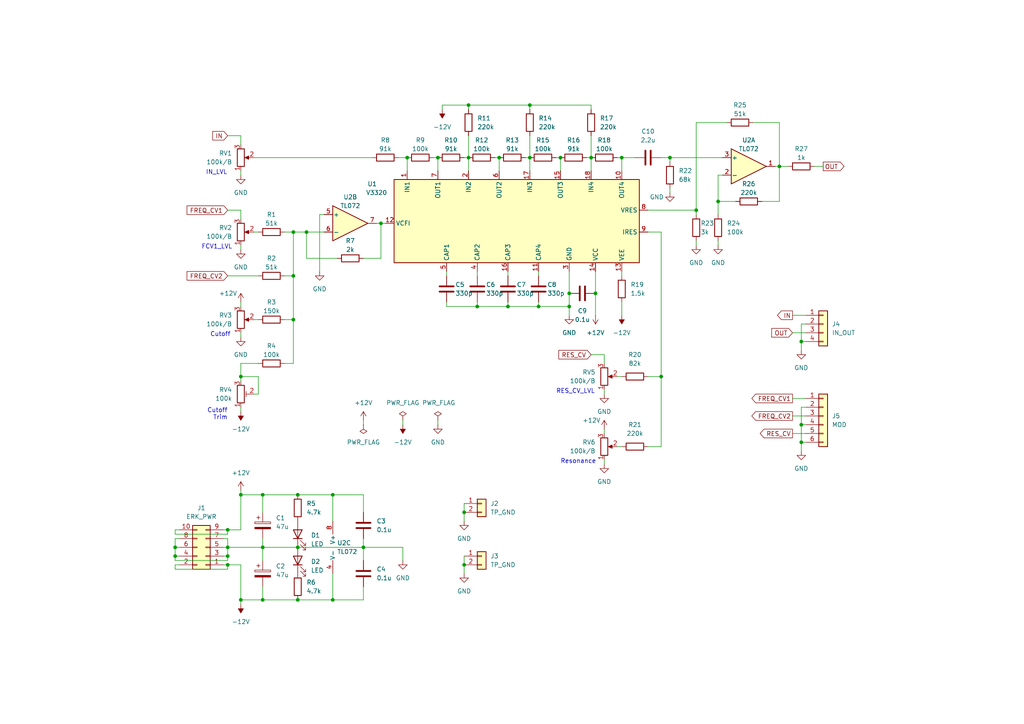
<source format=kicad_sch>
(kicad_sch (version 20211123) (generator eeschema)

  (uuid d881bdf2-1391-49ed-a27c-945d669cb988)

  (paper "A4")

  (title_block
    (title "3320LPF")
    (date "2022-10-05")
    (rev "Ver.1.0")
    (company "PNPN Manufactory")
  )

  (lib_symbols
    (symbol "Amplifier_Operational:TL072" (pin_names (offset 0.127)) (in_bom yes) (on_board yes)
      (property "Reference" "U" (id 0) (at 0 5.08 0)
        (effects (font (size 1.27 1.27)) (justify left))
      )
      (property "Value" "TL072" (id 1) (at 0 -5.08 0)
        (effects (font (size 1.27 1.27)) (justify left))
      )
      (property "Footprint" "" (id 2) (at 0 0 0)
        (effects (font (size 1.27 1.27)) hide)
      )
      (property "Datasheet" "http://www.ti.com/lit/ds/symlink/tl071.pdf" (id 3) (at 0 0 0)
        (effects (font (size 1.27 1.27)) hide)
      )
      (property "ki_locked" "" (id 4) (at 0 0 0)
        (effects (font (size 1.27 1.27)))
      )
      (property "ki_keywords" "dual opamp" (id 5) (at 0 0 0)
        (effects (font (size 1.27 1.27)) hide)
      )
      (property "ki_description" "Dual Low-Noise JFET-Input Operational Amplifiers, DIP-8/SOIC-8" (id 6) (at 0 0 0)
        (effects (font (size 1.27 1.27)) hide)
      )
      (property "ki_fp_filters" "SOIC*3.9x4.9mm*P1.27mm* DIP*W7.62mm* TO*99* OnSemi*Micro8* TSSOP*3x3mm*P0.65mm* TSSOP*4.4x3mm*P0.65mm* MSOP*3x3mm*P0.65mm* SSOP*3.9x4.9mm*P0.635mm* LFCSP*2x2mm*P0.5mm* *SIP* SOIC*5.3x6.2mm*P1.27mm*" (id 7) (at 0 0 0)
        (effects (font (size 1.27 1.27)) hide)
      )
      (symbol "TL072_1_1"
        (polyline
          (pts
            (xy -5.08 5.08)
            (xy 5.08 0)
            (xy -5.08 -5.08)
            (xy -5.08 5.08)
          )
          (stroke (width 0.254) (type default) (color 0 0 0 0))
          (fill (type background))
        )
        (pin output line (at 7.62 0 180) (length 2.54)
          (name "~" (effects (font (size 1.27 1.27))))
          (number "1" (effects (font (size 1.27 1.27))))
        )
        (pin input line (at -7.62 -2.54 0) (length 2.54)
          (name "-" (effects (font (size 1.27 1.27))))
          (number "2" (effects (font (size 1.27 1.27))))
        )
        (pin input line (at -7.62 2.54 0) (length 2.54)
          (name "+" (effects (font (size 1.27 1.27))))
          (number "3" (effects (font (size 1.27 1.27))))
        )
      )
      (symbol "TL072_2_1"
        (polyline
          (pts
            (xy -5.08 5.08)
            (xy 5.08 0)
            (xy -5.08 -5.08)
            (xy -5.08 5.08)
          )
          (stroke (width 0.254) (type default) (color 0 0 0 0))
          (fill (type background))
        )
        (pin input line (at -7.62 2.54 0) (length 2.54)
          (name "+" (effects (font (size 1.27 1.27))))
          (number "5" (effects (font (size 1.27 1.27))))
        )
        (pin input line (at -7.62 -2.54 0) (length 2.54)
          (name "-" (effects (font (size 1.27 1.27))))
          (number "6" (effects (font (size 1.27 1.27))))
        )
        (pin output line (at 7.62 0 180) (length 2.54)
          (name "~" (effects (font (size 1.27 1.27))))
          (number "7" (effects (font (size 1.27 1.27))))
        )
      )
      (symbol "TL072_3_1"
        (pin power_in line (at -2.54 -7.62 90) (length 3.81)
          (name "V-" (effects (font (size 1.27 1.27))))
          (number "4" (effects (font (size 1.27 1.27))))
        )
        (pin power_in line (at -2.54 7.62 270) (length 3.81)
          (name "V+" (effects (font (size 1.27 1.27))))
          (number "8" (effects (font (size 1.27 1.27))))
        )
      )
    )
    (symbol "Connector_Generic:Conn_01x02" (pin_names (offset 1.016) hide) (in_bom yes) (on_board yes)
      (property "Reference" "J" (id 0) (at 0 2.54 0)
        (effects (font (size 1.27 1.27)))
      )
      (property "Value" "Conn_01x02" (id 1) (at 0 -5.08 0)
        (effects (font (size 1.27 1.27)))
      )
      (property "Footprint" "" (id 2) (at 0 0 0)
        (effects (font (size 1.27 1.27)) hide)
      )
      (property "Datasheet" "~" (id 3) (at 0 0 0)
        (effects (font (size 1.27 1.27)) hide)
      )
      (property "ki_keywords" "connector" (id 4) (at 0 0 0)
        (effects (font (size 1.27 1.27)) hide)
      )
      (property "ki_description" "Generic connector, single row, 01x02, script generated (kicad-library-utils/schlib/autogen/connector/)" (id 5) (at 0 0 0)
        (effects (font (size 1.27 1.27)) hide)
      )
      (property "ki_fp_filters" "Connector*:*_1x??_*" (id 6) (at 0 0 0)
        (effects (font (size 1.27 1.27)) hide)
      )
      (symbol "Conn_01x02_1_1"
        (rectangle (start -1.27 -2.413) (end 0 -2.667)
          (stroke (width 0.1524) (type default) (color 0 0 0 0))
          (fill (type none))
        )
        (rectangle (start -1.27 0.127) (end 0 -0.127)
          (stroke (width 0.1524) (type default) (color 0 0 0 0))
          (fill (type none))
        )
        (rectangle (start -1.27 1.27) (end 1.27 -3.81)
          (stroke (width 0.254) (type default) (color 0 0 0 0))
          (fill (type background))
        )
        (pin passive line (at -5.08 0 0) (length 3.81)
          (name "Pin_1" (effects (font (size 1.27 1.27))))
          (number "1" (effects (font (size 1.27 1.27))))
        )
        (pin passive line (at -5.08 -2.54 0) (length 3.81)
          (name "Pin_2" (effects (font (size 1.27 1.27))))
          (number "2" (effects (font (size 1.27 1.27))))
        )
      )
    )
    (symbol "Connector_Generic:Conn_01x04" (pin_names (offset 1.016) hide) (in_bom yes) (on_board yes)
      (property "Reference" "J" (id 0) (at 0 5.08 0)
        (effects (font (size 1.27 1.27)))
      )
      (property "Value" "Conn_01x04" (id 1) (at 0 -7.62 0)
        (effects (font (size 1.27 1.27)))
      )
      (property "Footprint" "" (id 2) (at 0 0 0)
        (effects (font (size 1.27 1.27)) hide)
      )
      (property "Datasheet" "~" (id 3) (at 0 0 0)
        (effects (font (size 1.27 1.27)) hide)
      )
      (property "ki_keywords" "connector" (id 4) (at 0 0 0)
        (effects (font (size 1.27 1.27)) hide)
      )
      (property "ki_description" "Generic connector, single row, 01x04, script generated (kicad-library-utils/schlib/autogen/connector/)" (id 5) (at 0 0 0)
        (effects (font (size 1.27 1.27)) hide)
      )
      (property "ki_fp_filters" "Connector*:*_1x??_*" (id 6) (at 0 0 0)
        (effects (font (size 1.27 1.27)) hide)
      )
      (symbol "Conn_01x04_1_1"
        (rectangle (start -1.27 -4.953) (end 0 -5.207)
          (stroke (width 0.1524) (type default) (color 0 0 0 0))
          (fill (type none))
        )
        (rectangle (start -1.27 -2.413) (end 0 -2.667)
          (stroke (width 0.1524) (type default) (color 0 0 0 0))
          (fill (type none))
        )
        (rectangle (start -1.27 0.127) (end 0 -0.127)
          (stroke (width 0.1524) (type default) (color 0 0 0 0))
          (fill (type none))
        )
        (rectangle (start -1.27 2.667) (end 0 2.413)
          (stroke (width 0.1524) (type default) (color 0 0 0 0))
          (fill (type none))
        )
        (rectangle (start -1.27 3.81) (end 1.27 -6.35)
          (stroke (width 0.254) (type default) (color 0 0 0 0))
          (fill (type background))
        )
        (pin passive line (at -5.08 2.54 0) (length 3.81)
          (name "Pin_1" (effects (font (size 1.27 1.27))))
          (number "1" (effects (font (size 1.27 1.27))))
        )
        (pin passive line (at -5.08 0 0) (length 3.81)
          (name "Pin_2" (effects (font (size 1.27 1.27))))
          (number "2" (effects (font (size 1.27 1.27))))
        )
        (pin passive line (at -5.08 -2.54 0) (length 3.81)
          (name "Pin_3" (effects (font (size 1.27 1.27))))
          (number "3" (effects (font (size 1.27 1.27))))
        )
        (pin passive line (at -5.08 -5.08 0) (length 3.81)
          (name "Pin_4" (effects (font (size 1.27 1.27))))
          (number "4" (effects (font (size 1.27 1.27))))
        )
      )
    )
    (symbol "Connector_Generic:Conn_01x06" (pin_names (offset 1.016) hide) (in_bom yes) (on_board yes)
      (property "Reference" "J" (id 0) (at 0 7.62 0)
        (effects (font (size 1.27 1.27)))
      )
      (property "Value" "Conn_01x06" (id 1) (at 0 -10.16 0)
        (effects (font (size 1.27 1.27)))
      )
      (property "Footprint" "" (id 2) (at 0 0 0)
        (effects (font (size 1.27 1.27)) hide)
      )
      (property "Datasheet" "~" (id 3) (at 0 0 0)
        (effects (font (size 1.27 1.27)) hide)
      )
      (property "ki_keywords" "connector" (id 4) (at 0 0 0)
        (effects (font (size 1.27 1.27)) hide)
      )
      (property "ki_description" "Generic connector, single row, 01x06, script generated (kicad-library-utils/schlib/autogen/connector/)" (id 5) (at 0 0 0)
        (effects (font (size 1.27 1.27)) hide)
      )
      (property "ki_fp_filters" "Connector*:*_1x??_*" (id 6) (at 0 0 0)
        (effects (font (size 1.27 1.27)) hide)
      )
      (symbol "Conn_01x06_1_1"
        (rectangle (start -1.27 -7.493) (end 0 -7.747)
          (stroke (width 0.1524) (type default) (color 0 0 0 0))
          (fill (type none))
        )
        (rectangle (start -1.27 -4.953) (end 0 -5.207)
          (stroke (width 0.1524) (type default) (color 0 0 0 0))
          (fill (type none))
        )
        (rectangle (start -1.27 -2.413) (end 0 -2.667)
          (stroke (width 0.1524) (type default) (color 0 0 0 0))
          (fill (type none))
        )
        (rectangle (start -1.27 0.127) (end 0 -0.127)
          (stroke (width 0.1524) (type default) (color 0 0 0 0))
          (fill (type none))
        )
        (rectangle (start -1.27 2.667) (end 0 2.413)
          (stroke (width 0.1524) (type default) (color 0 0 0 0))
          (fill (type none))
        )
        (rectangle (start -1.27 5.207) (end 0 4.953)
          (stroke (width 0.1524) (type default) (color 0 0 0 0))
          (fill (type none))
        )
        (rectangle (start -1.27 6.35) (end 1.27 -8.89)
          (stroke (width 0.254) (type default) (color 0 0 0 0))
          (fill (type background))
        )
        (pin passive line (at -5.08 5.08 0) (length 3.81)
          (name "Pin_1" (effects (font (size 1.27 1.27))))
          (number "1" (effects (font (size 1.27 1.27))))
        )
        (pin passive line (at -5.08 2.54 0) (length 3.81)
          (name "Pin_2" (effects (font (size 1.27 1.27))))
          (number "2" (effects (font (size 1.27 1.27))))
        )
        (pin passive line (at -5.08 0 0) (length 3.81)
          (name "Pin_3" (effects (font (size 1.27 1.27))))
          (number "3" (effects (font (size 1.27 1.27))))
        )
        (pin passive line (at -5.08 -2.54 0) (length 3.81)
          (name "Pin_4" (effects (font (size 1.27 1.27))))
          (number "4" (effects (font (size 1.27 1.27))))
        )
        (pin passive line (at -5.08 -5.08 0) (length 3.81)
          (name "Pin_5" (effects (font (size 1.27 1.27))))
          (number "5" (effects (font (size 1.27 1.27))))
        )
        (pin passive line (at -5.08 -7.62 0) (length 3.81)
          (name "Pin_6" (effects (font (size 1.27 1.27))))
          (number "6" (effects (font (size 1.27 1.27))))
        )
      )
    )
    (symbol "Connector_Generic:Conn_02x05_Odd_Even" (pin_names (offset 1.016) hide) (in_bom yes) (on_board yes)
      (property "Reference" "J" (id 0) (at 1.27 7.62 0)
        (effects (font (size 1.27 1.27)))
      )
      (property "Value" "Conn_02x05_Odd_Even" (id 1) (at 1.27 -7.62 0)
        (effects (font (size 1.27 1.27)))
      )
      (property "Footprint" "" (id 2) (at 0 0 0)
        (effects (font (size 1.27 1.27)) hide)
      )
      (property "Datasheet" "~" (id 3) (at 0 0 0)
        (effects (font (size 1.27 1.27)) hide)
      )
      (property "ki_keywords" "connector" (id 4) (at 0 0 0)
        (effects (font (size 1.27 1.27)) hide)
      )
      (property "ki_description" "Generic connector, double row, 02x05, odd/even pin numbering scheme (row 1 odd numbers, row 2 even numbers), script generated (kicad-library-utils/schlib/autogen/connector/)" (id 5) (at 0 0 0)
        (effects (font (size 1.27 1.27)) hide)
      )
      (property "ki_fp_filters" "Connector*:*_2x??_*" (id 6) (at 0 0 0)
        (effects (font (size 1.27 1.27)) hide)
      )
      (symbol "Conn_02x05_Odd_Even_1_1"
        (rectangle (start -1.27 -4.953) (end 0 -5.207)
          (stroke (width 0.1524) (type default) (color 0 0 0 0))
          (fill (type none))
        )
        (rectangle (start -1.27 -2.413) (end 0 -2.667)
          (stroke (width 0.1524) (type default) (color 0 0 0 0))
          (fill (type none))
        )
        (rectangle (start -1.27 0.127) (end 0 -0.127)
          (stroke (width 0.1524) (type default) (color 0 0 0 0))
          (fill (type none))
        )
        (rectangle (start -1.27 2.667) (end 0 2.413)
          (stroke (width 0.1524) (type default) (color 0 0 0 0))
          (fill (type none))
        )
        (rectangle (start -1.27 5.207) (end 0 4.953)
          (stroke (width 0.1524) (type default) (color 0 0 0 0))
          (fill (type none))
        )
        (rectangle (start -1.27 6.35) (end 3.81 -6.35)
          (stroke (width 0.254) (type default) (color 0 0 0 0))
          (fill (type background))
        )
        (rectangle (start 3.81 -4.953) (end 2.54 -5.207)
          (stroke (width 0.1524) (type default) (color 0 0 0 0))
          (fill (type none))
        )
        (rectangle (start 3.81 -2.413) (end 2.54 -2.667)
          (stroke (width 0.1524) (type default) (color 0 0 0 0))
          (fill (type none))
        )
        (rectangle (start 3.81 0.127) (end 2.54 -0.127)
          (stroke (width 0.1524) (type default) (color 0 0 0 0))
          (fill (type none))
        )
        (rectangle (start 3.81 2.667) (end 2.54 2.413)
          (stroke (width 0.1524) (type default) (color 0 0 0 0))
          (fill (type none))
        )
        (rectangle (start 3.81 5.207) (end 2.54 4.953)
          (stroke (width 0.1524) (type default) (color 0 0 0 0))
          (fill (type none))
        )
        (pin passive line (at -5.08 5.08 0) (length 3.81)
          (name "Pin_1" (effects (font (size 1.27 1.27))))
          (number "1" (effects (font (size 1.27 1.27))))
        )
        (pin passive line (at 7.62 -5.08 180) (length 3.81)
          (name "Pin_10" (effects (font (size 1.27 1.27))))
          (number "10" (effects (font (size 1.27 1.27))))
        )
        (pin passive line (at 7.62 5.08 180) (length 3.81)
          (name "Pin_2" (effects (font (size 1.27 1.27))))
          (number "2" (effects (font (size 1.27 1.27))))
        )
        (pin passive line (at -5.08 2.54 0) (length 3.81)
          (name "Pin_3" (effects (font (size 1.27 1.27))))
          (number "3" (effects (font (size 1.27 1.27))))
        )
        (pin passive line (at 7.62 2.54 180) (length 3.81)
          (name "Pin_4" (effects (font (size 1.27 1.27))))
          (number "4" (effects (font (size 1.27 1.27))))
        )
        (pin passive line (at -5.08 0 0) (length 3.81)
          (name "Pin_5" (effects (font (size 1.27 1.27))))
          (number "5" (effects (font (size 1.27 1.27))))
        )
        (pin passive line (at 7.62 0 180) (length 3.81)
          (name "Pin_6" (effects (font (size 1.27 1.27))))
          (number "6" (effects (font (size 1.27 1.27))))
        )
        (pin passive line (at -5.08 -2.54 0) (length 3.81)
          (name "Pin_7" (effects (font (size 1.27 1.27))))
          (number "7" (effects (font (size 1.27 1.27))))
        )
        (pin passive line (at 7.62 -2.54 180) (length 3.81)
          (name "Pin_8" (effects (font (size 1.27 1.27))))
          (number "8" (effects (font (size 1.27 1.27))))
        )
        (pin passive line (at -5.08 -5.08 0) (length 3.81)
          (name "Pin_9" (effects (font (size 1.27 1.27))))
          (number "9" (effects (font (size 1.27 1.27))))
        )
      )
    )
    (symbol "Device:C" (pin_numbers hide) (pin_names (offset 0.254)) (in_bom yes) (on_board yes)
      (property "Reference" "C" (id 0) (at 0.635 2.54 0)
        (effects (font (size 1.27 1.27)) (justify left))
      )
      (property "Value" "C" (id 1) (at 0.635 -2.54 0)
        (effects (font (size 1.27 1.27)) (justify left))
      )
      (property "Footprint" "" (id 2) (at 0.9652 -3.81 0)
        (effects (font (size 1.27 1.27)) hide)
      )
      (property "Datasheet" "~" (id 3) (at 0 0 0)
        (effects (font (size 1.27 1.27)) hide)
      )
      (property "ki_keywords" "cap capacitor" (id 4) (at 0 0 0)
        (effects (font (size 1.27 1.27)) hide)
      )
      (property "ki_description" "Unpolarized capacitor" (id 5) (at 0 0 0)
        (effects (font (size 1.27 1.27)) hide)
      )
      (property "ki_fp_filters" "C_*" (id 6) (at 0 0 0)
        (effects (font (size 1.27 1.27)) hide)
      )
      (symbol "C_0_1"
        (polyline
          (pts
            (xy -2.032 -0.762)
            (xy 2.032 -0.762)
          )
          (stroke (width 0.508) (type default) (color 0 0 0 0))
          (fill (type none))
        )
        (polyline
          (pts
            (xy -2.032 0.762)
            (xy 2.032 0.762)
          )
          (stroke (width 0.508) (type default) (color 0 0 0 0))
          (fill (type none))
        )
      )
      (symbol "C_1_1"
        (pin passive line (at 0 3.81 270) (length 2.794)
          (name "~" (effects (font (size 1.27 1.27))))
          (number "1" (effects (font (size 1.27 1.27))))
        )
        (pin passive line (at 0 -3.81 90) (length 2.794)
          (name "~" (effects (font (size 1.27 1.27))))
          (number "2" (effects (font (size 1.27 1.27))))
        )
      )
    )
    (symbol "Device:C_Polarized" (pin_numbers hide) (pin_names (offset 0.254)) (in_bom yes) (on_board yes)
      (property "Reference" "C" (id 0) (at 0.635 2.54 0)
        (effects (font (size 1.27 1.27)) (justify left))
      )
      (property "Value" "C_Polarized" (id 1) (at 0.635 -2.54 0)
        (effects (font (size 1.27 1.27)) (justify left))
      )
      (property "Footprint" "" (id 2) (at 0.9652 -3.81 0)
        (effects (font (size 1.27 1.27)) hide)
      )
      (property "Datasheet" "~" (id 3) (at 0 0 0)
        (effects (font (size 1.27 1.27)) hide)
      )
      (property "ki_keywords" "cap capacitor" (id 4) (at 0 0 0)
        (effects (font (size 1.27 1.27)) hide)
      )
      (property "ki_description" "Polarized capacitor" (id 5) (at 0 0 0)
        (effects (font (size 1.27 1.27)) hide)
      )
      (property "ki_fp_filters" "CP_*" (id 6) (at 0 0 0)
        (effects (font (size 1.27 1.27)) hide)
      )
      (symbol "C_Polarized_0_1"
        (rectangle (start -2.286 0.508) (end 2.286 1.016)
          (stroke (width 0) (type default) (color 0 0 0 0))
          (fill (type none))
        )
        (polyline
          (pts
            (xy -1.778 2.286)
            (xy -0.762 2.286)
          )
          (stroke (width 0) (type default) (color 0 0 0 0))
          (fill (type none))
        )
        (polyline
          (pts
            (xy -1.27 2.794)
            (xy -1.27 1.778)
          )
          (stroke (width 0) (type default) (color 0 0 0 0))
          (fill (type none))
        )
        (rectangle (start 2.286 -0.508) (end -2.286 -1.016)
          (stroke (width 0) (type default) (color 0 0 0 0))
          (fill (type outline))
        )
      )
      (symbol "C_Polarized_1_1"
        (pin passive line (at 0 3.81 270) (length 2.794)
          (name "~" (effects (font (size 1.27 1.27))))
          (number "1" (effects (font (size 1.27 1.27))))
        )
        (pin passive line (at 0 -3.81 90) (length 2.794)
          (name "~" (effects (font (size 1.27 1.27))))
          (number "2" (effects (font (size 1.27 1.27))))
        )
      )
    )
    (symbol "Device:LED" (pin_numbers hide) (pin_names (offset 1.016) hide) (in_bom yes) (on_board yes)
      (property "Reference" "D" (id 0) (at 0 2.54 0)
        (effects (font (size 1.27 1.27)))
      )
      (property "Value" "LED" (id 1) (at 0 -2.54 0)
        (effects (font (size 1.27 1.27)))
      )
      (property "Footprint" "" (id 2) (at 0 0 0)
        (effects (font (size 1.27 1.27)) hide)
      )
      (property "Datasheet" "~" (id 3) (at 0 0 0)
        (effects (font (size 1.27 1.27)) hide)
      )
      (property "ki_keywords" "LED diode" (id 4) (at 0 0 0)
        (effects (font (size 1.27 1.27)) hide)
      )
      (property "ki_description" "Light emitting diode" (id 5) (at 0 0 0)
        (effects (font (size 1.27 1.27)) hide)
      )
      (property "ki_fp_filters" "LED* LED_SMD:* LED_THT:*" (id 6) (at 0 0 0)
        (effects (font (size 1.27 1.27)) hide)
      )
      (symbol "LED_0_1"
        (polyline
          (pts
            (xy -1.27 -1.27)
            (xy -1.27 1.27)
          )
          (stroke (width 0.254) (type default) (color 0 0 0 0))
          (fill (type none))
        )
        (polyline
          (pts
            (xy -1.27 0)
            (xy 1.27 0)
          )
          (stroke (width 0) (type default) (color 0 0 0 0))
          (fill (type none))
        )
        (polyline
          (pts
            (xy 1.27 -1.27)
            (xy 1.27 1.27)
            (xy -1.27 0)
            (xy 1.27 -1.27)
          )
          (stroke (width 0.254) (type default) (color 0 0 0 0))
          (fill (type none))
        )
        (polyline
          (pts
            (xy -3.048 -0.762)
            (xy -4.572 -2.286)
            (xy -3.81 -2.286)
            (xy -4.572 -2.286)
            (xy -4.572 -1.524)
          )
          (stroke (width 0) (type default) (color 0 0 0 0))
          (fill (type none))
        )
        (polyline
          (pts
            (xy -1.778 -0.762)
            (xy -3.302 -2.286)
            (xy -2.54 -2.286)
            (xy -3.302 -2.286)
            (xy -3.302 -1.524)
          )
          (stroke (width 0) (type default) (color 0 0 0 0))
          (fill (type none))
        )
      )
      (symbol "LED_1_1"
        (pin passive line (at -3.81 0 0) (length 2.54)
          (name "K" (effects (font (size 1.27 1.27))))
          (number "1" (effects (font (size 1.27 1.27))))
        )
        (pin passive line (at 3.81 0 180) (length 2.54)
          (name "A" (effects (font (size 1.27 1.27))))
          (number "2" (effects (font (size 1.27 1.27))))
        )
      )
    )
    (symbol "Device:R" (pin_numbers hide) (pin_names (offset 0)) (in_bom yes) (on_board yes)
      (property "Reference" "R" (id 0) (at 2.032 0 90)
        (effects (font (size 1.27 1.27)))
      )
      (property "Value" "R" (id 1) (at 0 0 90)
        (effects (font (size 1.27 1.27)))
      )
      (property "Footprint" "" (id 2) (at -1.778 0 90)
        (effects (font (size 1.27 1.27)) hide)
      )
      (property "Datasheet" "~" (id 3) (at 0 0 0)
        (effects (font (size 1.27 1.27)) hide)
      )
      (property "ki_keywords" "R res resistor" (id 4) (at 0 0 0)
        (effects (font (size 1.27 1.27)) hide)
      )
      (property "ki_description" "Resistor" (id 5) (at 0 0 0)
        (effects (font (size 1.27 1.27)) hide)
      )
      (property "ki_fp_filters" "R_*" (id 6) (at 0 0 0)
        (effects (font (size 1.27 1.27)) hide)
      )
      (symbol "R_0_1"
        (rectangle (start -1.016 -2.54) (end 1.016 2.54)
          (stroke (width 0.254) (type default) (color 0 0 0 0))
          (fill (type none))
        )
      )
      (symbol "R_1_1"
        (pin passive line (at 0 3.81 270) (length 1.27)
          (name "~" (effects (font (size 1.27 1.27))))
          (number "1" (effects (font (size 1.27 1.27))))
        )
        (pin passive line (at 0 -3.81 90) (length 1.27)
          (name "~" (effects (font (size 1.27 1.27))))
          (number "2" (effects (font (size 1.27 1.27))))
        )
      )
    )
    (symbol "Device:R_Potentiometer" (pin_names (offset 1.016) hide) (in_bom yes) (on_board yes)
      (property "Reference" "RV" (id 0) (at -4.445 0 90)
        (effects (font (size 1.27 1.27)))
      )
      (property "Value" "R_Potentiometer" (id 1) (at -2.54 0 90)
        (effects (font (size 1.27 1.27)))
      )
      (property "Footprint" "" (id 2) (at 0 0 0)
        (effects (font (size 1.27 1.27)) hide)
      )
      (property "Datasheet" "~" (id 3) (at 0 0 0)
        (effects (font (size 1.27 1.27)) hide)
      )
      (property "ki_keywords" "resistor variable" (id 4) (at 0 0 0)
        (effects (font (size 1.27 1.27)) hide)
      )
      (property "ki_description" "Potentiometer" (id 5) (at 0 0 0)
        (effects (font (size 1.27 1.27)) hide)
      )
      (property "ki_fp_filters" "Potentiometer*" (id 6) (at 0 0 0)
        (effects (font (size 1.27 1.27)) hide)
      )
      (symbol "R_Potentiometer_0_1"
        (polyline
          (pts
            (xy 2.54 0)
            (xy 1.524 0)
          )
          (stroke (width 0) (type default) (color 0 0 0 0))
          (fill (type none))
        )
        (polyline
          (pts
            (xy 1.143 0)
            (xy 2.286 0.508)
            (xy 2.286 -0.508)
            (xy 1.143 0)
          )
          (stroke (width 0) (type default) (color 0 0 0 0))
          (fill (type outline))
        )
        (rectangle (start 1.016 2.54) (end -1.016 -2.54)
          (stroke (width 0.254) (type default) (color 0 0 0 0))
          (fill (type none))
        )
      )
      (symbol "R_Potentiometer_1_1"
        (pin passive line (at 0 3.81 270) (length 1.27)
          (name "1" (effects (font (size 1.27 1.27))))
          (number "1" (effects (font (size 1.27 1.27))))
        )
        (pin passive line (at 3.81 0 180) (length 1.27)
          (name "2" (effects (font (size 1.27 1.27))))
          (number "2" (effects (font (size 1.27 1.27))))
        )
        (pin passive line (at 0 -3.81 90) (length 1.27)
          (name "3" (effects (font (size 1.27 1.27))))
          (number "3" (effects (font (size 1.27 1.27))))
        )
      )
    )
    (symbol "Device:R_Potentiometer_Trim" (pin_names (offset 1.016) hide) (in_bom yes) (on_board yes)
      (property "Reference" "RV" (id 0) (at -4.445 0 90)
        (effects (font (size 1.27 1.27)))
      )
      (property "Value" "R_Potentiometer_Trim" (id 1) (at -2.54 0 90)
        (effects (font (size 1.27 1.27)))
      )
      (property "Footprint" "" (id 2) (at 0 0 0)
        (effects (font (size 1.27 1.27)) hide)
      )
      (property "Datasheet" "~" (id 3) (at 0 0 0)
        (effects (font (size 1.27 1.27)) hide)
      )
      (property "ki_keywords" "resistor variable trimpot trimmer" (id 4) (at 0 0 0)
        (effects (font (size 1.27 1.27)) hide)
      )
      (property "ki_description" "Trim-potentiometer" (id 5) (at 0 0 0)
        (effects (font (size 1.27 1.27)) hide)
      )
      (property "ki_fp_filters" "Potentiometer*" (id 6) (at 0 0 0)
        (effects (font (size 1.27 1.27)) hide)
      )
      (symbol "R_Potentiometer_Trim_0_1"
        (polyline
          (pts
            (xy 1.524 0.762)
            (xy 1.524 -0.762)
          )
          (stroke (width 0) (type default) (color 0 0 0 0))
          (fill (type none))
        )
        (polyline
          (pts
            (xy 2.54 0)
            (xy 1.524 0)
          )
          (stroke (width 0) (type default) (color 0 0 0 0))
          (fill (type none))
        )
        (rectangle (start 1.016 2.54) (end -1.016 -2.54)
          (stroke (width 0.254) (type default) (color 0 0 0 0))
          (fill (type none))
        )
      )
      (symbol "R_Potentiometer_Trim_1_1"
        (pin passive line (at 0 3.81 270) (length 1.27)
          (name "1" (effects (font (size 1.27 1.27))))
          (number "1" (effects (font (size 1.27 1.27))))
        )
        (pin passive line (at 3.81 0 180) (length 1.27)
          (name "2" (effects (font (size 1.27 1.27))))
          (number "2" (effects (font (size 1.27 1.27))))
        )
        (pin passive line (at 0 -3.81 90) (length 1.27)
          (name "3" (effects (font (size 1.27 1.27))))
          (number "3" (effects (font (size 1.27 1.27))))
        )
      )
    )
    (symbol "My_Device:V3320_1" (in_bom yes) (on_board yes)
      (property "Reference" "U" (id 0) (at -3.81 -1.27 0)
        (effects (font (size 1.27 1.27)))
      )
      (property "Value" "V3320_1" (id 1) (at 3.81 -26.67 0)
        (effects (font (size 1.27 1.27)))
      )
      (property "Footprint" "Package_DIP:DIP-18_W7.62mm" (id 2) (at 16.51 -36.83 0)
        (effects (font (size 1.27 1.27)) hide)
      )
      (property "Datasheet" "" (id 3) (at 34.29 -34.29 0)
        (effects (font (size 1.27 1.27)) hide)
      )
      (property "ki_keywords" "VCF CEM3320 ALFA" (id 4) (at 0 0 0)
        (effects (font (size 1.27 1.27)) hide)
      )
      (property "ki_description" "Voltage Controlled Filter (VCF), DIP-18" (id 5) (at 0 0 0)
        (effects (font (size 1.27 1.27)) hide)
      )
      (property "ki_fp_filters" "DIP*W7.62mm*" (id 6) (at 0 0 0)
        (effects (font (size 1.27 1.27)) hide)
      )
      (symbol "V3320_1_0_1"
        (rectangle (start 0 0) (end 71.12 -24.13)
          (stroke (width 0.254) (type default) (color 0 0 0 0))
          (fill (type background))
        )
      )
      (symbol "V3320_1_1_1"
        (pin input line (at 3.81 2.54 270) (length 2.54)
          (name "IN1" (effects (font (size 1.27 1.27))))
          (number "1" (effects (font (size 1.27 1.27))))
        )
        (pin output line (at 66.04 2.54 270) (length 2.54)
          (name "OUT4" (effects (font (size 1.27 1.27))))
          (number "10" (effects (font (size 1.27 1.27))))
        )
        (pin passive line (at 41.91 -26.67 90) (length 2.54)
          (name "CAP4" (effects (font (size 1.27 1.27))))
          (number "11" (effects (font (size 1.27 1.27))))
        )
        (pin input line (at -2.54 -12.7 0) (length 2.54)
          (name "VCFI" (effects (font (size 1.27 1.27))))
          (number "12" (effects (font (size 1.27 1.27))))
        )
        (pin input line (at 66.04 -26.67 90) (length 2.54)
          (name "VEE" (effects (font (size 1.27 1.27))))
          (number "13" (effects (font (size 1.27 1.27))))
        )
        (pin power_in line (at 58.42 -26.67 90) (length 2.54)
          (name "VCC" (effects (font (size 1.27 1.27))))
          (number "14" (effects (font (size 1.27 1.27))))
        )
        (pin output line (at 48.26 2.54 270) (length 2.54)
          (name "OUT3" (effects (font (size 1.27 1.27))))
          (number "15" (effects (font (size 1.27 1.27))))
        )
        (pin passive line (at 33.02 -26.67 90) (length 2.54)
          (name "CAP3" (effects (font (size 1.27 1.27))))
          (number "16" (effects (font (size 1.27 1.27))))
        )
        (pin input line (at 39.37 2.54 270) (length 2.54)
          (name "IN3" (effects (font (size 1.27 1.27))))
          (number "17" (effects (font (size 1.27 1.27))))
        )
        (pin input line (at 57.15 2.54 270) (length 2.54)
          (name "IN4" (effects (font (size 1.27 1.27))))
          (number "18" (effects (font (size 1.27 1.27))))
        )
        (pin input line (at 21.59 2.54 270) (length 2.54)
          (name "IN2" (effects (font (size 1.27 1.27))))
          (number "2" (effects (font (size 1.27 1.27))))
        )
        (pin power_in line (at 50.8 -26.67 90) (length 2.54)
          (name "GND" (effects (font (size 1.27 1.27))))
          (number "3" (effects (font (size 1.27 1.27))))
        )
        (pin passive line (at 24.13 -26.67 90) (length 2.54)
          (name "CAP2" (effects (font (size 1.27 1.27))))
          (number "4" (effects (font (size 1.27 1.27))))
        )
        (pin passive line (at 15.24 -26.67 90) (length 2.54)
          (name "CAP1" (effects (font (size 1.27 1.27))))
          (number "5" (effects (font (size 1.27 1.27))))
        )
        (pin output line (at 30.48 2.54 270) (length 2.54)
          (name "OUT2" (effects (font (size 1.27 1.27))))
          (number "6" (effects (font (size 1.27 1.27))))
        )
        (pin output line (at 12.7 2.54 270) (length 2.54)
          (name "OUT1" (effects (font (size 1.27 1.27))))
          (number "7" (effects (font (size 1.27 1.27))))
        )
        (pin input line (at 73.66 -8.89 180) (length 2.54)
          (name "VRES" (effects (font (size 1.27 1.27))))
          (number "8" (effects (font (size 1.27 1.27))))
        )
        (pin input line (at 73.66 -15.24 180) (length 2.54)
          (name "IRES" (effects (font (size 1.27 1.27))))
          (number "9" (effects (font (size 1.27 1.27))))
        )
      )
    )
    (symbol "power:+12V" (power) (pin_names (offset 0)) (in_bom yes) (on_board yes)
      (property "Reference" "#PWR" (id 0) (at 0 -3.81 0)
        (effects (font (size 1.27 1.27)) hide)
      )
      (property "Value" "+12V" (id 1) (at 0 3.556 0)
        (effects (font (size 1.27 1.27)))
      )
      (property "Footprint" "" (id 2) (at 0 0 0)
        (effects (font (size 1.27 1.27)) hide)
      )
      (property "Datasheet" "" (id 3) (at 0 0 0)
        (effects (font (size 1.27 1.27)) hide)
      )
      (property "ki_keywords" "power-flag" (id 4) (at 0 0 0)
        (effects (font (size 1.27 1.27)) hide)
      )
      (property "ki_description" "Power symbol creates a global label with name \"+12V\"" (id 5) (at 0 0 0)
        (effects (font (size 1.27 1.27)) hide)
      )
      (symbol "+12V_0_1"
        (polyline
          (pts
            (xy -0.762 1.27)
            (xy 0 2.54)
          )
          (stroke (width 0) (type default) (color 0 0 0 0))
          (fill (type none))
        )
        (polyline
          (pts
            (xy 0 0)
            (xy 0 2.54)
          )
          (stroke (width 0) (type default) (color 0 0 0 0))
          (fill (type none))
        )
        (polyline
          (pts
            (xy 0 2.54)
            (xy 0.762 1.27)
          )
          (stroke (width 0) (type default) (color 0 0 0 0))
          (fill (type none))
        )
      )
      (symbol "+12V_1_1"
        (pin power_in line (at 0 0 90) (length 0) hide
          (name "+12V" (effects (font (size 1.27 1.27))))
          (number "1" (effects (font (size 1.27 1.27))))
        )
      )
    )
    (symbol "power:-12V" (power) (pin_names (offset 0)) (in_bom yes) (on_board yes)
      (property "Reference" "#PWR" (id 0) (at 0 2.54 0)
        (effects (font (size 1.27 1.27)) hide)
      )
      (property "Value" "-12V" (id 1) (at 0 3.81 0)
        (effects (font (size 1.27 1.27)))
      )
      (property "Footprint" "" (id 2) (at 0 0 0)
        (effects (font (size 1.27 1.27)) hide)
      )
      (property "Datasheet" "" (id 3) (at 0 0 0)
        (effects (font (size 1.27 1.27)) hide)
      )
      (property "ki_keywords" "power-flag" (id 4) (at 0 0 0)
        (effects (font (size 1.27 1.27)) hide)
      )
      (property "ki_description" "Power symbol creates a global label with name \"-12V\"" (id 5) (at 0 0 0)
        (effects (font (size 1.27 1.27)) hide)
      )
      (symbol "-12V_0_0"
        (pin power_in line (at 0 0 90) (length 0) hide
          (name "-12V" (effects (font (size 1.27 1.27))))
          (number "1" (effects (font (size 1.27 1.27))))
        )
      )
      (symbol "-12V_0_1"
        (polyline
          (pts
            (xy 0 0)
            (xy 0 1.27)
            (xy 0.762 1.27)
            (xy 0 2.54)
            (xy -0.762 1.27)
            (xy 0 1.27)
          )
          (stroke (width 0) (type default) (color 0 0 0 0))
          (fill (type outline))
        )
      )
    )
    (symbol "power:GND" (power) (pin_names (offset 0)) (in_bom yes) (on_board yes)
      (property "Reference" "#PWR" (id 0) (at 0 -6.35 0)
        (effects (font (size 1.27 1.27)) hide)
      )
      (property "Value" "GND" (id 1) (at 0 -3.81 0)
        (effects (font (size 1.27 1.27)))
      )
      (property "Footprint" "" (id 2) (at 0 0 0)
        (effects (font (size 1.27 1.27)) hide)
      )
      (property "Datasheet" "" (id 3) (at 0 0 0)
        (effects (font (size 1.27 1.27)) hide)
      )
      (property "ki_keywords" "power-flag" (id 4) (at 0 0 0)
        (effects (font (size 1.27 1.27)) hide)
      )
      (property "ki_description" "Power symbol creates a global label with name \"GND\" , ground" (id 5) (at 0 0 0)
        (effects (font (size 1.27 1.27)) hide)
      )
      (symbol "GND_0_1"
        (polyline
          (pts
            (xy 0 0)
            (xy 0 -1.27)
            (xy 1.27 -1.27)
            (xy 0 -2.54)
            (xy -1.27 -1.27)
            (xy 0 -1.27)
          )
          (stroke (width 0) (type default) (color 0 0 0 0))
          (fill (type none))
        )
      )
      (symbol "GND_1_1"
        (pin power_in line (at 0 0 270) (length 0) hide
          (name "GND" (effects (font (size 1.27 1.27))))
          (number "1" (effects (font (size 1.27 1.27))))
        )
      )
    )
    (symbol "power:PWR_FLAG" (power) (pin_numbers hide) (pin_names (offset 0) hide) (in_bom yes) (on_board yes)
      (property "Reference" "#FLG" (id 0) (at 0 1.905 0)
        (effects (font (size 1.27 1.27)) hide)
      )
      (property "Value" "PWR_FLAG" (id 1) (at 0 3.81 0)
        (effects (font (size 1.27 1.27)))
      )
      (property "Footprint" "" (id 2) (at 0 0 0)
        (effects (font (size 1.27 1.27)) hide)
      )
      (property "Datasheet" "~" (id 3) (at 0 0 0)
        (effects (font (size 1.27 1.27)) hide)
      )
      (property "ki_keywords" "power-flag" (id 4) (at 0 0 0)
        (effects (font (size 1.27 1.27)) hide)
      )
      (property "ki_description" "Special symbol for telling ERC where power comes from" (id 5) (at 0 0 0)
        (effects (font (size 1.27 1.27)) hide)
      )
      (symbol "PWR_FLAG_0_0"
        (pin power_out line (at 0 0 90) (length 0)
          (name "pwr" (effects (font (size 1.27 1.27))))
          (number "1" (effects (font (size 1.27 1.27))))
        )
      )
      (symbol "PWR_FLAG_0_1"
        (polyline
          (pts
            (xy 0 0)
            (xy 0 1.27)
            (xy -1.016 1.905)
            (xy 0 2.54)
            (xy 1.016 1.905)
            (xy 0 1.27)
          )
          (stroke (width 0) (type default) (color 0 0 0 0))
          (fill (type none))
        )
      )
    )
  )

  (junction (at 226.06 48.26) (diameter 0) (color 0 0 0 0)
    (uuid 01ec9174-bf79-4400-ac30-6f3c77cdaa84)
  )
  (junction (at 86.36 158.75) (diameter 0) (color 0 0 0 0)
    (uuid 07bcc8ce-211f-4316-89f7-11e5f42027e2)
  )
  (junction (at 147.32 88.9) (diameter 0) (color 0 0 0 0)
    (uuid 0b31177c-834a-402a-9411-5388984c6471)
  )
  (junction (at 110.49 64.77) (diameter 0) (color 0 0 0 0)
    (uuid 0e971669-7092-4093-af8e-51c397fa7065)
  )
  (junction (at 69.85 143.51) (diameter 0) (color 0 0 0 0)
    (uuid 11da7fe0-3146-481b-b4e2-1fa3975e9d67)
  )
  (junction (at 88.9 67.31) (diameter 0) (color 0 0 0 0)
    (uuid 13471562-604a-4198-95ee-9350781c6921)
  )
  (junction (at 165.1 88.9) (diameter 0) (color 0 0 0 0)
    (uuid 144191c5-a673-4923-8c66-ebadd43b01e4)
  )
  (junction (at 76.2 173.99) (diameter 0) (color 0 0 0 0)
    (uuid 17a26a7f-8080-4c4e-9749-e3ca977207c4)
  )
  (junction (at 76.2 143.51) (diameter 0) (color 0 0 0 0)
    (uuid 1c9c77a4-9633-42b4-876e-552a3600f69e)
  )
  (junction (at 69.85 109.22) (diameter 0) (color 0 0 0 0)
    (uuid 1f30fa16-d38b-4a7f-aa46-badcf0090e6b)
  )
  (junction (at 96.52 143.51) (diameter 0) (color 0 0 0 0)
    (uuid 2927fadf-a74d-4a12-9970-f7e6dc6226aa)
  )
  (junction (at 86.36 173.99) (diameter 0) (color 0 0 0 0)
    (uuid 3c3ad157-1309-4464-8be4-89f76f4baddc)
  )
  (junction (at 194.31 45.72) (diameter 0) (color 0 0 0 0)
    (uuid 3d941ad8-1362-43f9-9ab8-05e18b7a13ea)
  )
  (junction (at 232.41 123.19) (diameter 0) (color 0 0 0 0)
    (uuid 41084871-f0bb-4cd8-a202-6c4a94ae4602)
  )
  (junction (at 85.09 92.71) (diameter 0) (color 0 0 0 0)
    (uuid 47863760-8429-425e-b90b-2648ffaf7906)
  )
  (junction (at 162.56 45.72) (diameter 0) (color 0 0 0 0)
    (uuid 588f2737-af6e-4417-98f6-c8f07929e6a0)
  )
  (junction (at 135.89 45.72) (diameter 0) (color 0 0 0 0)
    (uuid 5ac9f234-5cc0-413f-82a7-3b0c72830802)
  )
  (junction (at 66.04 153.67) (diameter 0) (color 0 0 0 0)
    (uuid 5eb536f4-bb41-4963-856b-2b79571e55cc)
  )
  (junction (at 66.04 158.75) (diameter 0) (color 0 0 0 0)
    (uuid 5f75c548-0777-4156-bbd1-9690dfb933bd)
  )
  (junction (at 50.8 158.75) (diameter 0) (color 0 0 0 0)
    (uuid 611b65f6-721d-40d9-9a27-a77b5b61c2f5)
  )
  (junction (at 76.2 158.75) (diameter 0) (color 0 0 0 0)
    (uuid 6bf941fe-2b35-4581-a275-8f8ff79ac935)
  )
  (junction (at 134.62 163.83) (diameter 0) (color 0 0 0 0)
    (uuid 6e323908-5304-4bef-8a1b-2de9ba81e16b)
  )
  (junction (at 172.72 85.09) (diameter 0) (color 0 0 0 0)
    (uuid 6f71ad76-5170-4c72-a0f1-fafe42146b77)
  )
  (junction (at 135.89 30.48) (diameter 0) (color 0 0 0 0)
    (uuid 7745288b-6507-46ee-857f-4aacbc520d7b)
  )
  (junction (at 165.1 85.09) (diameter 0) (color 0 0 0 0)
    (uuid 797c144e-2264-4e1b-82d2-0d3d3e385e9e)
  )
  (junction (at 191.77 109.22) (diameter 0) (color 0 0 0 0)
    (uuid 7a1eeb93-a852-481a-b941-bd1c28842b62)
  )
  (junction (at 86.36 143.51) (diameter 0) (color 0 0 0 0)
    (uuid 7e12ed9a-00a9-4e18-a37f-cb703543cdc6)
  )
  (junction (at 180.34 45.72) (diameter 0) (color 0 0 0 0)
    (uuid 7e5a9028-82ad-4105-b676-fbbd13442d99)
  )
  (junction (at 69.85 173.99) (diameter 0) (color 0 0 0 0)
    (uuid 923b99c3-57f9-4ec8-aa06-98f507fe14d8)
  )
  (junction (at 153.67 45.72) (diameter 0) (color 0 0 0 0)
    (uuid 9e29b9ec-5182-4865-8881-d7b2df0dabeb)
  )
  (junction (at 171.45 45.72) (diameter 0) (color 0 0 0 0)
    (uuid 9f5913d5-9725-4375-ac8d-3b2f948d8472)
  )
  (junction (at 138.43 88.9) (diameter 0) (color 0 0 0 0)
    (uuid acb086a3-a113-450b-8a09-9fe8fa3de94c)
  )
  (junction (at 201.93 60.96) (diameter 0) (color 0 0 0 0)
    (uuid af422292-3efc-464f-9cf6-24c551e5e52a)
  )
  (junction (at 66.04 163.83) (diameter 0) (color 0 0 0 0)
    (uuid b0cec305-cfce-45d9-b353-93d806c33dfb)
  )
  (junction (at 96.52 173.99) (diameter 0) (color 0 0 0 0)
    (uuid b17daacb-cc8e-4315-bbde-d0cdac0c9cc9)
  )
  (junction (at 66.04 161.29) (diameter 0) (color 0 0 0 0)
    (uuid b5dfa68f-1450-44c9-b053-86f6942e27d8)
  )
  (junction (at 153.67 30.48) (diameter 0) (color 0 0 0 0)
    (uuid c58f8683-6dd3-4ebf-8b45-1beaf34bfd02)
  )
  (junction (at 127 45.72) (diameter 0) (color 0 0 0 0)
    (uuid c668beb5-9905-4d35-bda4-93c95229dad5)
  )
  (junction (at 232.41 128.27) (diameter 0) (color 0 0 0 0)
    (uuid d039d7ee-40a5-4656-9305-9e7187677488)
  )
  (junction (at 156.21 88.9) (diameter 0) (color 0 0 0 0)
    (uuid d23eaa37-2a63-47cf-a412-d3f79929c9b4)
  )
  (junction (at 118.11 45.72) (diameter 0) (color 0 0 0 0)
    (uuid d82a9a22-cb0e-4807-ac51-faa74e87b212)
  )
  (junction (at 85.09 80.01) (diameter 0) (color 0 0 0 0)
    (uuid ddf4d6b6-f223-4e4b-8007-916e6387b6bd)
  )
  (junction (at 85.09 67.31) (diameter 0) (color 0 0 0 0)
    (uuid e50b5bba-fe0b-4d7f-8e29-335f964b84e7)
  )
  (junction (at 208.28 58.42) (diameter 0) (color 0 0 0 0)
    (uuid eb1a290e-4b97-4be2-8c12-37d0d5a0e6c9)
  )
  (junction (at 134.62 148.59) (diameter 0) (color 0 0 0 0)
    (uuid ee1d7ec0-0504-4689-acc3-027b01326640)
  )
  (junction (at 144.78 45.72) (diameter 0) (color 0 0 0 0)
    (uuid f1d55bc7-2d29-45bc-9271-917957b093a2)
  )
  (junction (at 50.8 161.29) (diameter 0) (color 0 0 0 0)
    (uuid f3823252-bfa2-42d9-9466-0660a60be7af)
  )
  (junction (at 105.41 158.75) (diameter 0) (color 0 0 0 0)
    (uuid f491b151-a9e7-42eb-8402-59d08285405e)
  )
  (junction (at 232.41 99.06) (diameter 0) (color 0 0 0 0)
    (uuid f576f0c0-a7b6-450e-8a19-0f1e67d9ef5d)
  )

  (wire (pts (xy 156.21 78.74) (xy 156.21 80.01))
    (stroke (width 0) (type default) (color 0 0 0 0))
    (uuid 03473ce5-1e48-4a84-9e16-cae275c89a08)
  )
  (wire (pts (xy 236.22 48.26) (xy 238.76 48.26))
    (stroke (width 0) (type default) (color 0 0 0 0))
    (uuid 03cbd719-2a4f-4ef5-af9e-f67a809e8cbc)
  )
  (wire (pts (xy 96.52 151.13) (xy 96.52 143.51))
    (stroke (width 0) (type default) (color 0 0 0 0))
    (uuid 04edd0bc-7bef-44ad-9eda-b626130b4d06)
  )
  (wire (pts (xy 69.85 39.37) (xy 69.85 41.91))
    (stroke (width 0) (type default) (color 0 0 0 0))
    (uuid 0566ea4e-8f75-47bc-b59d-0a6744659b64)
  )
  (wire (pts (xy 69.85 153.67) (xy 69.85 143.51))
    (stroke (width 0) (type default) (color 0 0 0 0))
    (uuid 09e76a92-fe3e-4de9-a523-9ecb0170b969)
  )
  (wire (pts (xy 50.8 163.83) (xy 50.8 165.1))
    (stroke (width 0) (type default) (color 0 0 0 0))
    (uuid 0a660f45-1e47-48a1-b5fa-4b2d74271968)
  )
  (wire (pts (xy 105.41 121.92) (xy 105.41 123.19))
    (stroke (width 0) (type default) (color 0 0 0 0))
    (uuid 0b23eedd-04da-49a5-815b-e088c8005774)
  )
  (wire (pts (xy 232.41 123.19) (xy 232.41 128.27))
    (stroke (width 0) (type default) (color 0 0 0 0))
    (uuid 0d23abf2-5a0f-422a-9264-9cbcd064e3f3)
  )
  (wire (pts (xy 201.93 69.85) (xy 201.93 71.12))
    (stroke (width 0) (type default) (color 0 0 0 0))
    (uuid 0ee954c6-6b3e-42ef-a16a-ea0959614258)
  )
  (wire (pts (xy 88.9 67.31) (xy 93.98 67.31))
    (stroke (width 0) (type default) (color 0 0 0 0))
    (uuid 0f6181a0-23a3-4e4e-a4cb-d90ff7fe3941)
  )
  (wire (pts (xy 226.06 58.42) (xy 226.06 48.26))
    (stroke (width 0) (type default) (color 0 0 0 0))
    (uuid 115ea65c-5051-40b6-bc79-366f8bd524b8)
  )
  (wire (pts (xy 232.41 118.11) (xy 232.41 123.19))
    (stroke (width 0) (type default) (color 0 0 0 0))
    (uuid 12c6a51f-629c-48f7-9aa6-f0ecfe010c76)
  )
  (wire (pts (xy 66.04 161.29) (xy 66.04 158.75))
    (stroke (width 0) (type default) (color 0 0 0 0))
    (uuid 13229be4-9fb6-49b7-9eaf-c7324a7c0fba)
  )
  (wire (pts (xy 69.85 87.63) (xy 69.85 88.9))
    (stroke (width 0) (type default) (color 0 0 0 0))
    (uuid 13caccb2-2e38-4a3c-b0da-ed0616443915)
  )
  (wire (pts (xy 194.31 45.72) (xy 194.31 46.99))
    (stroke (width 0) (type default) (color 0 0 0 0))
    (uuid 1512a5f7-4060-4883-8cd3-e9fc2e59dbb2)
  )
  (wire (pts (xy 86.36 143.51) (xy 96.52 143.51))
    (stroke (width 0) (type default) (color 0 0 0 0))
    (uuid 160c88ef-e58e-487a-9f10-3dd7083d8b0c)
  )
  (wire (pts (xy 92.71 62.23) (xy 92.71 78.74))
    (stroke (width 0) (type default) (color 0 0 0 0))
    (uuid 1636b2e7-6cff-4ff8-8cb6-c14321ed4c13)
  )
  (wire (pts (xy 50.8 153.67) (xy 50.8 154.94))
    (stroke (width 0) (type default) (color 0 0 0 0))
    (uuid 16978341-ebfd-4bbf-bd2e-88b6038db150)
  )
  (wire (pts (xy 105.41 74.93) (xy 110.49 74.93))
    (stroke (width 0) (type default) (color 0 0 0 0))
    (uuid 1a126593-835b-4f13-9115-422f7fb49c84)
  )
  (wire (pts (xy 135.89 45.72) (xy 135.89 49.53))
    (stroke (width 0) (type default) (color 0 0 0 0))
    (uuid 1a12a813-bf7e-444d-a4a6-6a2b443a6efd)
  )
  (wire (pts (xy 73.66 92.71) (xy 74.93 92.71))
    (stroke (width 0) (type default) (color 0 0 0 0))
    (uuid 1a849c25-9c8e-4e51-8cf8-10181bcfbf49)
  )
  (wire (pts (xy 134.62 161.29) (xy 134.62 163.83))
    (stroke (width 0) (type default) (color 0 0 0 0))
    (uuid 1d28fdd4-e487-4cdb-a129-6926c309df67)
  )
  (wire (pts (xy 88.9 67.31) (xy 88.9 74.93))
    (stroke (width 0) (type default) (color 0 0 0 0))
    (uuid 1e3e4daa-340f-4f53-aadb-6cf0ff3b6c78)
  )
  (wire (pts (xy 180.34 78.74) (xy 180.34 80.01))
    (stroke (width 0) (type default) (color 0 0 0 0))
    (uuid 1eec6d48-7401-4ed3-9741-0cb4b9037306)
  )
  (wire (pts (xy 66.04 154.94) (xy 66.04 153.67))
    (stroke (width 0) (type default) (color 0 0 0 0))
    (uuid 1ffcb289-1530-43db-9a62-7359c58c1e97)
  )
  (wire (pts (xy 50.8 158.75) (xy 52.07 158.75))
    (stroke (width 0) (type default) (color 0 0 0 0))
    (uuid 21febc79-6bf9-4796-91a1-7523d326c0b6)
  )
  (wire (pts (xy 233.68 93.98) (xy 232.41 93.98))
    (stroke (width 0) (type default) (color 0 0 0 0))
    (uuid 23534863-17fa-4b2c-a0e5-fdc9a7a51ed7)
  )
  (wire (pts (xy 153.67 30.48) (xy 153.67 31.75))
    (stroke (width 0) (type default) (color 0 0 0 0))
    (uuid 23722e3c-f741-488f-93fd-789744d7816c)
  )
  (wire (pts (xy 153.67 39.37) (xy 153.67 45.72))
    (stroke (width 0) (type default) (color 0 0 0 0))
    (uuid 26360991-26e9-47c5-92b1-0e614011ca75)
  )
  (wire (pts (xy 179.07 109.22) (xy 180.34 109.22))
    (stroke (width 0) (type default) (color 0 0 0 0))
    (uuid 26763e60-f8ca-4815-8620-97d974ce867d)
  )
  (wire (pts (xy 144.78 45.72) (xy 144.78 49.53))
    (stroke (width 0) (type default) (color 0 0 0 0))
    (uuid 26d3f042-b0d0-4dda-8133-38af91f29e61)
  )
  (wire (pts (xy 128.27 30.48) (xy 135.89 30.48))
    (stroke (width 0) (type default) (color 0 0 0 0))
    (uuid 2c8b5f66-159d-422d-be07-7359c7cd479b)
  )
  (wire (pts (xy 127 121.92) (xy 127 123.19))
    (stroke (width 0) (type default) (color 0 0 0 0))
    (uuid 2cf45642-4d10-40f5-99d4-1714028c834f)
  )
  (wire (pts (xy 52.07 156.21) (xy 50.8 156.21))
    (stroke (width 0) (type default) (color 0 0 0 0))
    (uuid 2e5b46c3-237f-467e-b444-4f313bfc509c)
  )
  (wire (pts (xy 82.55 80.01) (xy 85.09 80.01))
    (stroke (width 0) (type default) (color 0 0 0 0))
    (uuid 2fa6e3c6-9e14-41d7-a87b-2a0471b5c623)
  )
  (wire (pts (xy 218.44 35.56) (xy 226.06 35.56))
    (stroke (width 0) (type default) (color 0 0 0 0))
    (uuid 2fb20b39-c624-436c-8a9f-639daa2ca19f)
  )
  (wire (pts (xy 232.41 123.19) (xy 233.68 123.19))
    (stroke (width 0) (type default) (color 0 0 0 0))
    (uuid 30706d5b-c6e3-41ff-8a09-73edba928611)
  )
  (wire (pts (xy 201.93 60.96) (xy 201.93 62.23))
    (stroke (width 0) (type default) (color 0 0 0 0))
    (uuid 30891bc0-a247-4295-81dc-6b532b197440)
  )
  (wire (pts (xy 69.85 49.53) (xy 69.85 50.8))
    (stroke (width 0) (type default) (color 0 0 0 0))
    (uuid 3097b260-a302-4a22-b030-9f658e32ebe9)
  )
  (wire (pts (xy 165.1 85.09) (xy 165.1 88.9))
    (stroke (width 0) (type default) (color 0 0 0 0))
    (uuid 334ab3b9-6889-4484-9580-568cfd139a54)
  )
  (wire (pts (xy 66.04 39.37) (xy 69.85 39.37))
    (stroke (width 0) (type default) (color 0 0 0 0))
    (uuid 33fb526d-12ad-46cb-a22c-b195c5d21c21)
  )
  (wire (pts (xy 116.84 162.56) (xy 116.84 158.75))
    (stroke (width 0) (type default) (color 0 0 0 0))
    (uuid 348c4fc6-64fd-4e4a-abf9-551fc0aa8daa)
  )
  (wire (pts (xy 172.72 85.09) (xy 172.72 91.44))
    (stroke (width 0) (type default) (color 0 0 0 0))
    (uuid 34fb84b9-a367-4090-b62f-9731eb08e6ad)
  )
  (wire (pts (xy 175.26 113.03) (xy 175.26 114.3))
    (stroke (width 0) (type default) (color 0 0 0 0))
    (uuid 353f3a48-a98c-406a-8fe7-9a592b427965)
  )
  (wire (pts (xy 138.43 87.63) (xy 138.43 88.9))
    (stroke (width 0) (type default) (color 0 0 0 0))
    (uuid 37042fd6-4628-4ab0-ae23-d01239216011)
  )
  (wire (pts (xy 156.21 87.63) (xy 156.21 88.9))
    (stroke (width 0) (type default) (color 0 0 0 0))
    (uuid 38f76aeb-c4e5-45a5-86b4-b8c806565cd3)
  )
  (wire (pts (xy 110.49 64.77) (xy 111.76 64.77))
    (stroke (width 0) (type default) (color 0 0 0 0))
    (uuid 3d02cb9c-0e71-4ee5-8ea0-f00a37229fd5)
  )
  (wire (pts (xy 82.55 105.41) (xy 85.09 105.41))
    (stroke (width 0) (type default) (color 0 0 0 0))
    (uuid 3db9d1ce-62f6-4d87-912f-1014c2ed5614)
  )
  (wire (pts (xy 201.93 60.96) (xy 201.93 35.56))
    (stroke (width 0) (type default) (color 0 0 0 0))
    (uuid 3f84c3cb-ccaf-467d-b109-5a711f181b23)
  )
  (wire (pts (xy 76.2 143.51) (xy 86.36 143.51))
    (stroke (width 0) (type default) (color 0 0 0 0))
    (uuid 3fd419f5-0748-4d50-87d9-04199ce4af7e)
  )
  (wire (pts (xy 50.8 165.1) (xy 66.04 165.1))
    (stroke (width 0) (type default) (color 0 0 0 0))
    (uuid 4016e6f0-49a5-4b56-bc99-6b3c4e7988a0)
  )
  (wire (pts (xy 232.41 99.06) (xy 233.68 99.06))
    (stroke (width 0) (type default) (color 0 0 0 0))
    (uuid 40a2e5be-d96c-46a1-8fff-c870003cdf2c)
  )
  (wire (pts (xy 147.32 87.63) (xy 147.32 88.9))
    (stroke (width 0) (type default) (color 0 0 0 0))
    (uuid 41088738-4df6-4799-a4aa-9d6c6f5f20e9)
  )
  (wire (pts (xy 105.41 148.59) (xy 105.41 143.51))
    (stroke (width 0) (type default) (color 0 0 0 0))
    (uuid 41d013e0-57ab-447b-b720-ba0ac9e818fc)
  )
  (wire (pts (xy 208.28 58.42) (xy 213.36 58.42))
    (stroke (width 0) (type default) (color 0 0 0 0))
    (uuid 42adac5b-74b3-440a-8304-9d80329bd9b7)
  )
  (wire (pts (xy 194.31 45.72) (xy 209.55 45.72))
    (stroke (width 0) (type default) (color 0 0 0 0))
    (uuid 430e35c6-dc4f-4a30-8190-a8a54cec63cf)
  )
  (wire (pts (xy 66.04 162.56) (xy 66.04 161.29))
    (stroke (width 0) (type default) (color 0 0 0 0))
    (uuid 43734364-c017-4299-bdb7-5f8fa522fc84)
  )
  (wire (pts (xy 64.77 161.29) (xy 66.04 161.29))
    (stroke (width 0) (type default) (color 0 0 0 0))
    (uuid 439c90e5-e4e6-40ea-8388-4d0f0b9dd022)
  )
  (wire (pts (xy 134.62 146.05) (xy 134.62 148.59))
    (stroke (width 0) (type default) (color 0 0 0 0))
    (uuid 4644fa96-c528-4d04-860e-90b7c67a4adb)
  )
  (wire (pts (xy 209.55 50.8) (xy 208.28 50.8))
    (stroke (width 0) (type default) (color 0 0 0 0))
    (uuid 467a271f-9775-41c4-8468-8ff1a383dc3a)
  )
  (wire (pts (xy 115.57 45.72) (xy 118.11 45.72))
    (stroke (width 0) (type default) (color 0 0 0 0))
    (uuid 469ae350-880c-43fa-8bf6-459824f08148)
  )
  (wire (pts (xy 187.96 60.96) (xy 201.93 60.96))
    (stroke (width 0) (type default) (color 0 0 0 0))
    (uuid 473670c1-ea87-4a16-83ac-c24cffa076e2)
  )
  (wire (pts (xy 127 45.72) (xy 127 49.53))
    (stroke (width 0) (type default) (color 0 0 0 0))
    (uuid 476c905c-68da-47f2-b2ae-3362097b8f6f)
  )
  (wire (pts (xy 147.32 78.74) (xy 147.32 80.01))
    (stroke (width 0) (type default) (color 0 0 0 0))
    (uuid 4b8ad98c-b0fc-434c-8fba-90149a988d66)
  )
  (wire (pts (xy 69.85 118.11) (xy 69.85 119.38))
    (stroke (width 0) (type default) (color 0 0 0 0))
    (uuid 4c6c1ee9-2e65-4192-a6aa-a19cefd68059)
  )
  (wire (pts (xy 69.85 173.99) (xy 69.85 175.26))
    (stroke (width 0) (type default) (color 0 0 0 0))
    (uuid 4ce35f88-ee89-4fea-b705-b2b9d7917cb8)
  )
  (wire (pts (xy 138.43 78.74) (xy 138.43 80.01))
    (stroke (width 0) (type default) (color 0 0 0 0))
    (uuid 50a13711-5044-490a-8094-a6c0e93d6547)
  )
  (wire (pts (xy 229.87 115.57) (xy 233.68 115.57))
    (stroke (width 0) (type default) (color 0 0 0 0))
    (uuid 513cce7b-3663-48ee-8090-d8b599e4670e)
  )
  (wire (pts (xy 116.84 158.75) (xy 105.41 158.75))
    (stroke (width 0) (type default) (color 0 0 0 0))
    (uuid 51a6904b-9a5b-4ae8-9572-35a24c51cce3)
  )
  (wire (pts (xy 179.07 45.72) (xy 180.34 45.72))
    (stroke (width 0) (type default) (color 0 0 0 0))
    (uuid 53185fcc-71ef-48ba-b9b1-dc09df3e4b21)
  )
  (wire (pts (xy 180.34 87.63) (xy 180.34 91.44))
    (stroke (width 0) (type default) (color 0 0 0 0))
    (uuid 542d80e7-1076-4411-86df-5097f68d3b89)
  )
  (wire (pts (xy 220.98 58.42) (xy 226.06 58.42))
    (stroke (width 0) (type default) (color 0 0 0 0))
    (uuid 55dada60-7525-477a-9a4d-35abf53b6bff)
  )
  (wire (pts (xy 191.77 129.54) (xy 187.96 129.54))
    (stroke (width 0) (type default) (color 0 0 0 0))
    (uuid 5c75faef-04d5-4429-8944-ee8b1589e099)
  )
  (wire (pts (xy 93.98 62.23) (xy 92.71 62.23))
    (stroke (width 0) (type default) (color 0 0 0 0))
    (uuid 5c84edf2-4627-4f6e-8cab-83374e8db991)
  )
  (wire (pts (xy 232.41 93.98) (xy 232.41 99.06))
    (stroke (width 0) (type default) (color 0 0 0 0))
    (uuid 5ca49489-318a-484c-8b8f-f08b53826b3d)
  )
  (wire (pts (xy 129.54 87.63) (xy 129.54 88.9))
    (stroke (width 0) (type default) (color 0 0 0 0))
    (uuid 6146045b-750c-4b3a-a68d-422d2256ef1a)
  )
  (wire (pts (xy 135.89 31.75) (xy 135.89 30.48))
    (stroke (width 0) (type default) (color 0 0 0 0))
    (uuid 617c1400-9339-423b-b380-d1199f0d105b)
  )
  (wire (pts (xy 74.93 114.3) (xy 74.93 109.22))
    (stroke (width 0) (type default) (color 0 0 0 0))
    (uuid 66ff06a8-c729-46db-8005-d6d9116efa3d)
  )
  (wire (pts (xy 191.77 45.72) (xy 194.31 45.72))
    (stroke (width 0) (type default) (color 0 0 0 0))
    (uuid 6783ea61-fe32-43f7-881b-94504f770cb1)
  )
  (wire (pts (xy 171.45 45.72) (xy 171.45 49.53))
    (stroke (width 0) (type default) (color 0 0 0 0))
    (uuid 69b7ff57-d632-4729-becc-a19ad57f1704)
  )
  (wire (pts (xy 50.8 158.75) (xy 50.8 161.29))
    (stroke (width 0) (type default) (color 0 0 0 0))
    (uuid 69e83107-f366-4401-8357-2492c9e45a96)
  )
  (wire (pts (xy 50.8 154.94) (xy 66.04 154.94))
    (stroke (width 0) (type default) (color 0 0 0 0))
    (uuid 6ab5af76-551f-4456-9cd1-cbe2cdc1f55e)
  )
  (wire (pts (xy 128.27 31.75) (xy 128.27 30.48))
    (stroke (width 0) (type default) (color 0 0 0 0))
    (uuid 6c6053c9-b0b9-4089-a192-16c11216c978)
  )
  (wire (pts (xy 116.84 121.92) (xy 116.84 123.19))
    (stroke (width 0) (type default) (color 0 0 0 0))
    (uuid 6ce6d8c1-2ef1-40af-ad08-24eafa985f81)
  )
  (wire (pts (xy 156.21 88.9) (xy 165.1 88.9))
    (stroke (width 0) (type default) (color 0 0 0 0))
    (uuid 6d132c21-95d1-4211-80b2-27b15d2852f4)
  )
  (wire (pts (xy 147.32 88.9) (xy 156.21 88.9))
    (stroke (width 0) (type default) (color 0 0 0 0))
    (uuid 6f39cea3-5d55-4452-86f7-ff0ede6b16a6)
  )
  (wire (pts (xy 229.87 120.65) (xy 233.68 120.65))
    (stroke (width 0) (type default) (color 0 0 0 0))
    (uuid 6f772eac-8307-467c-8ad7-b980b9d641fe)
  )
  (wire (pts (xy 69.85 142.24) (xy 69.85 143.51))
    (stroke (width 0) (type default) (color 0 0 0 0))
    (uuid 710733e5-a4d2-4583-a884-37f6b05b2085)
  )
  (wire (pts (xy 86.36 158.75) (xy 105.41 158.75))
    (stroke (width 0) (type default) (color 0 0 0 0))
    (uuid 721bdba2-627f-4e99-877d-934c1ad7cb6b)
  )
  (wire (pts (xy 82.55 67.31) (xy 85.09 67.31))
    (stroke (width 0) (type default) (color 0 0 0 0))
    (uuid 72aadd35-589a-43ba-a33b-1bee52649a8b)
  )
  (wire (pts (xy 76.2 173.99) (xy 86.36 173.99))
    (stroke (width 0) (type default) (color 0 0 0 0))
    (uuid 76d0cfba-dc5f-4cc6-b5c7-149c76235f80)
  )
  (wire (pts (xy 66.04 80.01) (xy 74.93 80.01))
    (stroke (width 0) (type default) (color 0 0 0 0))
    (uuid 78666e49-f4ad-45ae-ad10-102837192287)
  )
  (wire (pts (xy 165.1 88.9) (xy 165.1 91.44))
    (stroke (width 0) (type default) (color 0 0 0 0))
    (uuid 7e819b1e-d5d2-4270-b7eb-5ed36220e6da)
  )
  (wire (pts (xy 69.85 163.83) (xy 69.85 173.99))
    (stroke (width 0) (type default) (color 0 0 0 0))
    (uuid 7f96737e-b608-4cac-9726-a942eb2fb612)
  )
  (wire (pts (xy 187.96 67.31) (xy 191.77 67.31))
    (stroke (width 0) (type default) (color 0 0 0 0))
    (uuid 801742ec-2191-456d-a0a9-ff981a1b3731)
  )
  (wire (pts (xy 134.62 45.72) (xy 135.89 45.72))
    (stroke (width 0) (type default) (color 0 0 0 0))
    (uuid 86c61b43-01e9-43b0-9952-579ff6f377a7)
  )
  (wire (pts (xy 135.89 30.48) (xy 153.67 30.48))
    (stroke (width 0) (type default) (color 0 0 0 0))
    (uuid 883381cd-bd48-4123-aedf-789929ae781e)
  )
  (wire (pts (xy 86.36 173.99) (xy 96.52 173.99))
    (stroke (width 0) (type default) (color 0 0 0 0))
    (uuid 88646c28-e172-4fcf-9835-382f7302d122)
  )
  (wire (pts (xy 66.04 153.67) (xy 69.85 153.67))
    (stroke (width 0) (type default) (color 0 0 0 0))
    (uuid 8acee887-e112-4ea3-b95c-9037a43d3531)
  )
  (wire (pts (xy 129.54 88.9) (xy 138.43 88.9))
    (stroke (width 0) (type default) (color 0 0 0 0))
    (uuid 8b100a40-c40d-4850-a1ab-fc31992d454a)
  )
  (wire (pts (xy 76.2 158.75) (xy 76.2 162.56))
    (stroke (width 0) (type default) (color 0 0 0 0))
    (uuid 8d0c8ac8-249d-4af2-88b1-6af0e6159fd0)
  )
  (wire (pts (xy 82.55 92.71) (xy 85.09 92.71))
    (stroke (width 0) (type default) (color 0 0 0 0))
    (uuid 8d869d35-82ac-47b0-993d-833acd5b3baa)
  )
  (wire (pts (xy 208.28 69.85) (xy 208.28 71.12))
    (stroke (width 0) (type default) (color 0 0 0 0))
    (uuid 8db3c2c5-d5fc-4fb1-94e3-289f11a3508a)
  )
  (wire (pts (xy 208.28 50.8) (xy 208.28 58.42))
    (stroke (width 0) (type default) (color 0 0 0 0))
    (uuid 91d69ad0-c846-4ca6-8432-93bc441e49a2)
  )
  (wire (pts (xy 194.31 54.61) (xy 194.31 55.88))
    (stroke (width 0) (type default) (color 0 0 0 0))
    (uuid 93443c5b-63b9-45e6-875a-6492b013c07c)
  )
  (wire (pts (xy 135.89 39.37) (xy 135.89 45.72))
    (stroke (width 0) (type default) (color 0 0 0 0))
    (uuid 9452471a-7a1b-4d83-928d-b1302d6f4614)
  )
  (wire (pts (xy 180.34 45.72) (xy 184.15 45.72))
    (stroke (width 0) (type default) (color 0 0 0 0))
    (uuid 94b8d91e-9401-4363-b866-9ad8bc2fb812)
  )
  (wire (pts (xy 233.68 128.27) (xy 232.41 128.27))
    (stroke (width 0) (type default) (color 0 0 0 0))
    (uuid 94c1508d-c2b0-46e0-b3d3-5d12d4ee8c7c)
  )
  (wire (pts (xy 105.41 170.18) (xy 105.41 173.99))
    (stroke (width 0) (type default) (color 0 0 0 0))
    (uuid 96a91cf9-e384-4aa7-9705-ea4a5f7a07f2)
  )
  (wire (pts (xy 66.04 158.75) (xy 66.04 156.21))
    (stroke (width 0) (type default) (color 0 0 0 0))
    (uuid 976558e3-8fa0-4033-a24f-cd298e589790)
  )
  (wire (pts (xy 52.07 163.83) (xy 50.8 163.83))
    (stroke (width 0) (type default) (color 0 0 0 0))
    (uuid 9997a67c-1ebc-46c4-81cb-a3cb72611300)
  )
  (wire (pts (xy 85.09 80.01) (xy 85.09 92.71))
    (stroke (width 0) (type default) (color 0 0 0 0))
    (uuid 9a188876-f079-4779-9f53-3ee31e26c580)
  )
  (wire (pts (xy 73.66 45.72) (xy 107.95 45.72))
    (stroke (width 0) (type default) (color 0 0 0 0))
    (uuid 9aa572b8-0c7d-416e-88ef-1adaa124705b)
  )
  (wire (pts (xy 171.45 39.37) (xy 171.45 45.72))
    (stroke (width 0) (type default) (color 0 0 0 0))
    (uuid 9e290468-a4c2-4873-b402-0fab78bc7497)
  )
  (wire (pts (xy 69.85 143.51) (xy 76.2 143.51))
    (stroke (width 0) (type default) (color 0 0 0 0))
    (uuid a0367bdd-2b35-42bb-bb3d-34494ac8425a)
  )
  (wire (pts (xy 74.93 105.41) (xy 69.85 105.41))
    (stroke (width 0) (type default) (color 0 0 0 0))
    (uuid a06efefc-8916-41fd-8df6-ad1f430900ce)
  )
  (wire (pts (xy 232.41 128.27) (xy 232.41 130.81))
    (stroke (width 0) (type default) (color 0 0 0 0))
    (uuid a0da9cd7-af54-4016-8650-76690fffcde0)
  )
  (wire (pts (xy 110.49 74.93) (xy 110.49 64.77))
    (stroke (width 0) (type default) (color 0 0 0 0))
    (uuid a8d9a972-71e6-47b2-a259-b91b24ad3ac1)
  )
  (wire (pts (xy 85.09 67.31) (xy 88.9 67.31))
    (stroke (width 0) (type default) (color 0 0 0 0))
    (uuid a9f705aa-287c-4f43-8820-758aeef9375f)
  )
  (wire (pts (xy 138.43 88.9) (xy 147.32 88.9))
    (stroke (width 0) (type default) (color 0 0 0 0))
    (uuid ab27ce96-354e-49e3-b8a3-4197eef4b4be)
  )
  (wire (pts (xy 76.2 156.21) (xy 76.2 158.75))
    (stroke (width 0) (type default) (color 0 0 0 0))
    (uuid abfdd4f5-0d35-4de8-8c0a-3932a76b09bc)
  )
  (wire (pts (xy 229.87 91.44) (xy 233.68 91.44))
    (stroke (width 0) (type default) (color 0 0 0 0))
    (uuid ac2a9f46-2add-498c-9203-68831602c092)
  )
  (wire (pts (xy 153.67 45.72) (xy 153.67 49.53))
    (stroke (width 0) (type default) (color 0 0 0 0))
    (uuid ac710a96-9ab8-4ce3-90be-f8746b6cb1b9)
  )
  (wire (pts (xy 179.07 129.54) (xy 180.34 129.54))
    (stroke (width 0) (type default) (color 0 0 0 0))
    (uuid ae6679d3-e07a-4765-a5b4-c7d2a57117d8)
  )
  (wire (pts (xy 125.73 45.72) (xy 127 45.72))
    (stroke (width 0) (type default) (color 0 0 0 0))
    (uuid ae8267f4-d969-4eec-9ae0-f5f340e893f1)
  )
  (wire (pts (xy 226.06 48.26) (xy 228.6 48.26))
    (stroke (width 0) (type default) (color 0 0 0 0))
    (uuid b167e084-1a4f-469c-a8d6-3cf0f0dd1cca)
  )
  (wire (pts (xy 66.04 163.83) (xy 69.85 163.83))
    (stroke (width 0) (type default) (color 0 0 0 0))
    (uuid b174e746-3467-4602-835b-9e3cacecbefc)
  )
  (wire (pts (xy 105.41 158.75) (xy 105.41 162.56))
    (stroke (width 0) (type default) (color 0 0 0 0))
    (uuid b187de63-91d6-4f57-b4c6-5f84dbde9297)
  )
  (wire (pts (xy 171.45 102.87) (xy 175.26 102.87))
    (stroke (width 0) (type default) (color 0 0 0 0))
    (uuid b1931e39-88a5-47c9-bdca-69d4a6f5ec40)
  )
  (wire (pts (xy 208.28 58.42) (xy 208.28 62.23))
    (stroke (width 0) (type default) (color 0 0 0 0))
    (uuid b1de46ad-9a77-4798-852e-6a1327eeeff0)
  )
  (wire (pts (xy 152.4 45.72) (xy 153.67 45.72))
    (stroke (width 0) (type default) (color 0 0 0 0))
    (uuid b610ac77-5340-4774-96d5-3e8aedebf3ee)
  )
  (wire (pts (xy 187.96 109.22) (xy 191.77 109.22))
    (stroke (width 0) (type default) (color 0 0 0 0))
    (uuid b85a9878-13aa-4d5b-bcc3-ee07d7e4d1bf)
  )
  (wire (pts (xy 175.26 124.46) (xy 175.26 125.73))
    (stroke (width 0) (type default) (color 0 0 0 0))
    (uuid b97834a2-d4ad-4ade-b948-1a9448bf5869)
  )
  (wire (pts (xy 171.45 30.48) (xy 171.45 31.75))
    (stroke (width 0) (type default) (color 0 0 0 0))
    (uuid b97b7a77-f9b6-449d-9554-a0fe25af55ac)
  )
  (wire (pts (xy 64.77 163.83) (xy 66.04 163.83))
    (stroke (width 0) (type default) (color 0 0 0 0))
    (uuid bafeec1f-3c46-4954-b384-089d03d1b6f4)
  )
  (wire (pts (xy 69.85 60.96) (xy 69.85 63.5))
    (stroke (width 0) (type default) (color 0 0 0 0))
    (uuid bc5a41ba-b30b-4b8b-9577-b67344f1e064)
  )
  (wire (pts (xy 96.52 173.99) (xy 105.41 173.99))
    (stroke (width 0) (type default) (color 0 0 0 0))
    (uuid be45b23c-72df-458c-abd7-0a9da953fcf7)
  )
  (wire (pts (xy 170.18 45.72) (xy 171.45 45.72))
    (stroke (width 0) (type default) (color 0 0 0 0))
    (uuid c239c0e4-f799-4196-9fa6-ecb264c38883)
  )
  (wire (pts (xy 172.72 78.74) (xy 172.72 85.09))
    (stroke (width 0) (type default) (color 0 0 0 0))
    (uuid c2b5dccd-f057-4d35-9edf-96169756c837)
  )
  (wire (pts (xy 76.2 143.51) (xy 76.2 148.59))
    (stroke (width 0) (type default) (color 0 0 0 0))
    (uuid c58bb6d6-ebbe-4d8f-b55b-5aed9bddd73b)
  )
  (wire (pts (xy 69.85 109.22) (xy 69.85 110.49))
    (stroke (width 0) (type default) (color 0 0 0 0))
    (uuid c7201678-9395-4d6c-b049-6f6cd1d48451)
  )
  (wire (pts (xy 50.8 161.29) (xy 52.07 161.29))
    (stroke (width 0) (type default) (color 0 0 0 0))
    (uuid cbcb29f5-304f-4ab9-8f87-22898715034e)
  )
  (wire (pts (xy 69.85 96.52) (xy 69.85 97.79))
    (stroke (width 0) (type default) (color 0 0 0 0))
    (uuid ccb9a489-70b9-4e99-9897-aa30e3ace1c7)
  )
  (wire (pts (xy 76.2 170.18) (xy 76.2 173.99))
    (stroke (width 0) (type default) (color 0 0 0 0))
    (uuid ccc33d6b-430e-4888-bfff-21b749ab469d)
  )
  (wire (pts (xy 96.52 143.51) (xy 105.41 143.51))
    (stroke (width 0) (type default) (color 0 0 0 0))
    (uuid cce54d76-23a9-4829-b74f-aee0b42560e4)
  )
  (wire (pts (xy 52.07 153.67) (xy 50.8 153.67))
    (stroke (width 0) (type default) (color 0 0 0 0))
    (uuid cdc40e9d-8e01-4bf1-a6a8-d8054a31661f)
  )
  (wire (pts (xy 96.52 166.37) (xy 96.52 173.99))
    (stroke (width 0) (type default) (color 0 0 0 0))
    (uuid cef23bce-6b54-4d74-8b1e-706d75be083e)
  )
  (wire (pts (xy 105.41 156.21) (xy 105.41 158.75))
    (stroke (width 0) (type default) (color 0 0 0 0))
    (uuid cf32d8e0-1967-44bc-81d5-060b9d3804e1)
  )
  (wire (pts (xy 64.77 158.75) (xy 66.04 158.75))
    (stroke (width 0) (type default) (color 0 0 0 0))
    (uuid d0634edb-b53a-454c-b672-0fae0bcb94e9)
  )
  (wire (pts (xy 232.41 99.06) (xy 232.41 101.6))
    (stroke (width 0) (type default) (color 0 0 0 0))
    (uuid d0b4f189-69cc-4e13-a2fc-da95591cdef6)
  )
  (wire (pts (xy 50.8 161.29) (xy 50.8 162.56))
    (stroke (width 0) (type default) (color 0 0 0 0))
    (uuid d15855b4-a00b-4ca8-b2c0-84033c954a38)
  )
  (wire (pts (xy 50.8 156.21) (xy 50.8 158.75))
    (stroke (width 0) (type default) (color 0 0 0 0))
    (uuid d1c2ad32-b5dc-4a1d-8570-47a880b9c553)
  )
  (wire (pts (xy 76.2 158.75) (xy 86.36 158.75))
    (stroke (width 0) (type default) (color 0 0 0 0))
    (uuid d1dd3180-3ebe-4959-bfdc-38f9db53c07f)
  )
  (wire (pts (xy 191.77 109.22) (xy 191.77 129.54))
    (stroke (width 0) (type default) (color 0 0 0 0))
    (uuid d1f771fd-9b14-4088-9bb6-1523069e6ec9)
  )
  (wire (pts (xy 64.77 156.21) (xy 66.04 156.21))
    (stroke (width 0) (type default) (color 0 0 0 0))
    (uuid d245d055-cdcb-46fd-8ca2-79c8e4d8d1db)
  )
  (wire (pts (xy 73.66 114.3) (xy 74.93 114.3))
    (stroke (width 0) (type default) (color 0 0 0 0))
    (uuid d31855fe-da7d-4f6d-8999-2e2058bc973d)
  )
  (wire (pts (xy 85.09 67.31) (xy 85.09 80.01))
    (stroke (width 0) (type default) (color 0 0 0 0))
    (uuid d5cfc780-16a1-46a8-b1c9-6727b7e28307)
  )
  (wire (pts (xy 233.68 118.11) (xy 232.41 118.11))
    (stroke (width 0) (type default) (color 0 0 0 0))
    (uuid d91218cc-953c-4b99-8ea5-d192f5bb47fc)
  )
  (wire (pts (xy 69.85 109.22) (xy 74.93 109.22))
    (stroke (width 0) (type default) (color 0 0 0 0))
    (uuid de3d712d-3303-4193-9915-b08197514d22)
  )
  (wire (pts (xy 191.77 67.31) (xy 191.77 109.22))
    (stroke (width 0) (type default) (color 0 0 0 0))
    (uuid dfa15fd7-21e2-4c26-8491-cd7b57d4d0ed)
  )
  (wire (pts (xy 226.06 35.56) (xy 226.06 48.26))
    (stroke (width 0) (type default) (color 0 0 0 0))
    (uuid e12699b7-8cf2-498e-ba87-5733617ba158)
  )
  (wire (pts (xy 69.85 105.41) (xy 69.85 109.22))
    (stroke (width 0) (type default) (color 0 0 0 0))
    (uuid e1afd4e0-6550-4275-9bf9-f462f82511e5)
  )
  (wire (pts (xy 224.79 48.26) (xy 226.06 48.26))
    (stroke (width 0) (type default) (color 0 0 0 0))
    (uuid e27069f9-06e2-4935-8ba6-e3072010c752)
  )
  (wire (pts (xy 129.54 78.74) (xy 129.54 80.01))
    (stroke (width 0) (type default) (color 0 0 0 0))
    (uuid e2bec55c-1e7e-4bd3-a77e-c1bcba605ee6)
  )
  (wire (pts (xy 118.11 45.72) (xy 118.11 49.53))
    (stroke (width 0) (type default) (color 0 0 0 0))
    (uuid e2fb4c74-0562-4f97-b9e0-ba15ee92c1f1)
  )
  (wire (pts (xy 153.67 30.48) (xy 171.45 30.48))
    (stroke (width 0) (type default) (color 0 0 0 0))
    (uuid e48c35ff-cbfb-46d5-919d-36f78c7e8f43)
  )
  (wire (pts (xy 201.93 35.56) (xy 210.82 35.56))
    (stroke (width 0) (type default) (color 0 0 0 0))
    (uuid e73eede9-984f-4d97-92f7-0a8242613003)
  )
  (wire (pts (xy 229.87 96.52) (xy 233.68 96.52))
    (stroke (width 0) (type default) (color 0 0 0 0))
    (uuid e74e7b1b-53b7-4f5c-93e7-6cae40f3b8d3)
  )
  (wire (pts (xy 66.04 165.1) (xy 66.04 163.83))
    (stroke (width 0) (type default) (color 0 0 0 0))
    (uuid e78975a4-076c-4138-ae28-6c833e9fcfe7)
  )
  (wire (pts (xy 143.51 45.72) (xy 144.78 45.72))
    (stroke (width 0) (type default) (color 0 0 0 0))
    (uuid e7ec97ed-3f59-458e-8374-8ab55624cfc5)
  )
  (wire (pts (xy 162.56 45.72) (xy 162.56 49.53))
    (stroke (width 0) (type default) (color 0 0 0 0))
    (uuid e8e1ee94-b1eb-45d2-a757-435a461f93df)
  )
  (wire (pts (xy 85.09 92.71) (xy 85.09 105.41))
    (stroke (width 0) (type default) (color 0 0 0 0))
    (uuid e90eaa44-f731-4f66-8dbf-d54e4019ad9e)
  )
  (wire (pts (xy 175.26 102.87) (xy 175.26 105.41))
    (stroke (width 0) (type default) (color 0 0 0 0))
    (uuid e92011b4-cd1b-40f7-8035-029d7043a4f7)
  )
  (wire (pts (xy 66.04 153.67) (xy 64.77 153.67))
    (stroke (width 0) (type default) (color 0 0 0 0))
    (uuid e9a1e7b2-9f2b-42fc-b637-65ce1bc8d671)
  )
  (wire (pts (xy 88.9 74.93) (xy 97.79 74.93))
    (stroke (width 0) (type default) (color 0 0 0 0))
    (uuid ea44b829-1813-4004-8ba0-f2aa4a3ec33b)
  )
  (wire (pts (xy 134.62 163.83) (xy 134.62 166.37))
    (stroke (width 0) (type default) (color 0 0 0 0))
    (uuid eb79427e-c260-4648-92f8-2bfdfbab5b09)
  )
  (wire (pts (xy 69.85 71.12) (xy 69.85 72.39))
    (stroke (width 0) (type default) (color 0 0 0 0))
    (uuid eb9c7125-7eb5-4792-b509-3c214024d4f7)
  )
  (wire (pts (xy 50.8 162.56) (xy 66.04 162.56))
    (stroke (width 0) (type default) (color 0 0 0 0))
    (uuid eca583b5-bd05-4263-971d-aa456d8f1c55)
  )
  (wire (pts (xy 110.49 64.77) (xy 109.22 64.77))
    (stroke (width 0) (type default) (color 0 0 0 0))
    (uuid ecd9c152-e9c9-4cd3-be5e-c54536415061)
  )
  (wire (pts (xy 66.04 158.75) (xy 76.2 158.75))
    (stroke (width 0) (type default) (color 0 0 0 0))
    (uuid ee6672ed-e435-4e8e-927b-a44a5e89ee51)
  )
  (wire (pts (xy 180.34 45.72) (xy 180.34 49.53))
    (stroke (width 0) (type default) (color 0 0 0 0))
    (uuid efc6bef2-ceb2-4eff-9e40-950bd0ccf7b7)
  )
  (wire (pts (xy 229.87 125.73) (xy 233.68 125.73))
    (stroke (width 0) (type default) (color 0 0 0 0))
    (uuid f1a1cc17-c16f-4366-a992-2c0dd0ecad2c)
  )
  (wire (pts (xy 161.29 45.72) (xy 162.56 45.72))
    (stroke (width 0) (type default) (color 0 0 0 0))
    (uuid f61427dd-ca0c-4ba9-9267-1377d45eb33c)
  )
  (wire (pts (xy 66.04 60.96) (xy 69.85 60.96))
    (stroke (width 0) (type default) (color 0 0 0 0))
    (uuid f8f39386-d446-40e1-9876-99dbaebcaccc)
  )
  (wire (pts (xy 73.66 67.31) (xy 74.93 67.31))
    (stroke (width 0) (type default) (color 0 0 0 0))
    (uuid f942716a-3c01-444f-baf7-d7472659132f)
  )
  (wire (pts (xy 76.2 173.99) (xy 69.85 173.99))
    (stroke (width 0) (type default) (color 0 0 0 0))
    (uuid fa8c682b-f5d2-45ad-a1fa-12e2fc652857)
  )
  (wire (pts (xy 165.1 78.74) (xy 165.1 85.09))
    (stroke (width 0) (type default) (color 0 0 0 0))
    (uuid fc407349-acf8-4a6b-bb68-78e456fdfa31)
  )
  (wire (pts (xy 134.62 148.59) (xy 134.62 151.13))
    (stroke (width 0) (type default) (color 0 0 0 0))
    (uuid fcd50eb4-0c1d-497c-8653-680083438fa5)
  )
  (wire (pts (xy 175.26 133.35) (xy 175.26 134.62))
    (stroke (width 0) (type default) (color 0 0 0 0))
    (uuid ffca27c9-dcb8-4682-853a-801510d0f3da)
  )

  (text "Resonance" (at 162.56 134.62 0)
    (effects (font (size 1.27 1.27)) (justify left bottom))
    (uuid 0330ef68-6d65-4b62-a7f9-4f6f9e4ea46a)
  )
  (text "Cutoff" (at 60.96 97.79 0)
    (effects (font (size 1.27 1.27)) (justify left bottom))
    (uuid 38e6e063-c9c4-475e-81d3-753737ddcd02)
  )
  (text "Cutoff\nTrim" (at 66.04 121.92 180)
    (effects (font (size 1.27 1.27)) (justify right bottom))
    (uuid 6b92a2d1-9e92-4771-ac48-cd1a1723e3aa)
  )
  (text "RES_CV_LVL" (at 161.29 114.3 0)
    (effects (font (size 1.27 1.27)) (justify left bottom))
    (uuid 920ab945-5d55-4303-a027-dbafdc6f786a)
  )
  (text "IN_LVL" (at 59.69 50.8 0)
    (effects (font (size 1.27 1.27)) (justify left bottom))
    (uuid a3e6b50b-cf88-49eb-8908-44b7fabaa570)
  )
  (text "FCV1_LVL" (at 58.42 72.39 0)
    (effects (font (size 1.27 1.27)) (justify left bottom))
    (uuid ad7e6591-c9b8-480d-b123-ef5ee5ae446d)
  )

  (global_label "RES_CV" (shape output) (at 229.87 125.73 180) (fields_autoplaced)
    (effects (font (size 1.27 1.27)) (justify right))
    (uuid 0af74353-e37e-46bf-b9c2-9c5674b41399)
    (property "Intersheet References" "${INTERSHEET_REFS}" (id 0) (at 220.5021 125.6506 0)
      (effects (font (size 1.27 1.27)) (justify right) hide)
    )
  )
  (global_label "OUT" (shape input) (at 229.87 96.52 180) (fields_autoplaced)
    (effects (font (size 1.27 1.27)) (justify right))
    (uuid 17495567-54db-41f5-b213-d64bf69495cd)
    (property "Intersheet References" "${INTERSHEET_REFS}" (id 0) (at 223.8283 96.4406 0)
      (effects (font (size 1.27 1.27)) (justify right) hide)
    )
  )
  (global_label "FREQ_CV1" (shape output) (at 229.87 115.57 180) (fields_autoplaced)
    (effects (font (size 1.27 1.27)) (justify right))
    (uuid 185e2487-7899-4dae-b4cc-743be6c09f87)
    (property "Intersheet References" "${INTERSHEET_REFS}" (id 0) (at 218.0831 115.4906 0)
      (effects (font (size 1.27 1.27)) (justify right) hide)
    )
  )
  (global_label "OUT" (shape output) (at 238.76 48.26 0) (fields_autoplaced)
    (effects (font (size 1.27 1.27)) (justify left))
    (uuid 2580f325-4c2d-4896-9a57-2df7ab811b3d)
    (property "Intersheet References" "${INTERSHEET_REFS}" (id 0) (at 244.8017 48.1806 0)
      (effects (font (size 1.27 1.27)) (justify left) hide)
    )
  )
  (global_label "IN" (shape output) (at 229.87 91.44 180) (fields_autoplaced)
    (effects (font (size 1.27 1.27)) (justify right))
    (uuid 5dc4f7df-2a2d-41e2-8243-059c4c15ebcf)
    (property "Intersheet References" "${INTERSHEET_REFS}" (id 0) (at 225.5217 91.3606 0)
      (effects (font (size 1.27 1.27)) (justify right) hide)
    )
  )
  (global_label "RES_CV" (shape input) (at 171.45 102.87 180) (fields_autoplaced)
    (effects (font (size 1.27 1.27)) (justify right))
    (uuid 601bff11-f681-4398-801f-7805e2d73c13)
    (property "Intersheet References" "${INTERSHEET_REFS}" (id 0) (at 162.0821 102.7906 0)
      (effects (font (size 1.27 1.27)) (justify right) hide)
    )
  )
  (global_label "FREQ_CV1" (shape input) (at 66.04 60.96 180) (fields_autoplaced)
    (effects (font (size 1.27 1.27)) (justify right))
    (uuid b1c232c3-deab-4e63-9cde-9320d9860678)
    (property "Intersheet References" "${INTERSHEET_REFS}" (id 0) (at 54.2531 60.8806 0)
      (effects (font (size 1.27 1.27)) (justify right) hide)
    )
  )
  (global_label "FREQ_CV2" (shape input) (at 66.04 80.01 180) (fields_autoplaced)
    (effects (font (size 1.27 1.27)) (justify right))
    (uuid e77b9e31-1720-471e-a203-b13e094779f8)
    (property "Intersheet References" "${INTERSHEET_REFS}" (id 0) (at 54.2531 79.9306 0)
      (effects (font (size 1.27 1.27)) (justify right) hide)
    )
  )
  (global_label "IN" (shape input) (at 66.04 39.37 180) (fields_autoplaced)
    (effects (font (size 1.27 1.27)) (justify right))
    (uuid f4645274-ea36-4dcc-9c9c-bc56731c9b54)
    (property "Intersheet References" "${INTERSHEET_REFS}" (id 0) (at 61.6917 39.2906 0)
      (effects (font (size 1.27 1.27)) (justify right) hide)
    )
  )
  (global_label "FREQ_CV2" (shape output) (at 229.87 120.65 180) (fields_autoplaced)
    (effects (font (size 1.27 1.27)) (justify right))
    (uuid fd0f494b-e02c-4e12-976f-bd7c33935c51)
    (property "Intersheet References" "${INTERSHEET_REFS}" (id 0) (at 218.0831 120.5706 0)
      (effects (font (size 1.27 1.27)) (justify right) hide)
    )
  )

  (symbol (lib_id "Device:R") (at 153.67 35.56 0) (unit 1)
    (in_bom yes) (on_board yes) (fields_autoplaced)
    (uuid 014f9687-5db9-4e36-81d9-db8a6c88c69e)
    (property "Reference" "R14" (id 0) (at 156.21 34.2899 0)
      (effects (font (size 1.27 1.27)) (justify left))
    )
    (property "Value" "220k" (id 1) (at 156.21 36.8299 0)
      (effects (font (size 1.27 1.27)) (justify left))
    )
    (property "Footprint" "Resistor_THT:R_Axial_DIN0207_L6.3mm_D2.5mm_P10.16mm_Horizontal" (id 2) (at 151.892 35.56 90)
      (effects (font (size 1.27 1.27)) hide)
    )
    (property "Datasheet" "~" (id 3) (at 153.67 35.56 0)
      (effects (font (size 1.27 1.27)) hide)
    )
    (pin "1" (uuid ea8b1908-8b9d-41ff-8151-ca4d2061605c))
    (pin "2" (uuid 0e64ac3a-1a04-4f82-bbe1-90a423501d7d))
  )

  (symbol (lib_id "Device:C") (at 156.21 83.82 0) (unit 1)
    (in_bom yes) (on_board yes)
    (uuid 01cb1962-01dc-409c-9625-f6226efe2307)
    (property "Reference" "C8" (id 0) (at 158.75 82.55 0)
      (effects (font (size 1.27 1.27)) (justify left))
    )
    (property "Value" "330p" (id 1) (at 158.75 85.09 0)
      (effects (font (size 1.27 1.27)) (justify left))
    )
    (property "Footprint" "Capacitor_THT:C_Rect_L7.0mm_W3.5mm_P5.00mm" (id 2) (at 157.1752 87.63 0)
      (effects (font (size 1.27 1.27)) hide)
    )
    (property "Datasheet" "~" (id 3) (at 156.21 83.82 0)
      (effects (font (size 1.27 1.27)) hide)
    )
    (pin "1" (uuid ca2c7ca9-c3e8-4cba-ab69-eb3a85ea54c5))
    (pin "2" (uuid 7b700a31-acaa-4b2b-8fb7-ab20409f555c))
  )

  (symbol (lib_id "Amplifier_Operational:TL072") (at 99.06 158.75 0) (unit 3)
    (in_bom yes) (on_board yes) (fields_autoplaced)
    (uuid 05fdd3a7-1b8a-4a5b-92da-dd316d7bba9e)
    (property "Reference" "U2" (id 0) (at 97.79 157.4799 0)
      (effects (font (size 1.27 1.27)) (justify left))
    )
    (property "Value" "TL072" (id 1) (at 97.79 160.0199 0)
      (effects (font (size 1.27 1.27)) (justify left))
    )
    (property "Footprint" "Package_DIP:DIP-8_W7.62mm_Socket" (id 2) (at 99.06 158.75 0)
      (effects (font (size 1.27 1.27)) hide)
    )
    (property "Datasheet" "http://www.ti.com/lit/ds/symlink/tl071.pdf" (id 3) (at 99.06 158.75 0)
      (effects (font (size 1.27 1.27)) hide)
    )
    (pin "1" (uuid a1aa311b-e6f5-43b3-acf9-133071a5ab2c))
    (pin "2" (uuid aebaf192-abc6-41ce-85bb-eddfa4db315a))
    (pin "3" (uuid a8f7ba1c-4a8c-452d-8cb6-d78a7addcbd6))
    (pin "5" (uuid fa3db8e8-2257-4065-8f4c-8bbfadd3f99e))
    (pin "6" (uuid 02160373-91e3-4573-b0e3-e34a7a4c38c3))
    (pin "7" (uuid ba50d2cb-9d0b-43e9-9fb3-ed3495117194))
    (pin "4" (uuid f0a8d3e7-d804-4858-bbf6-d9269bf67251))
    (pin "8" (uuid 99c994df-9ef7-4b4a-b575-fc6ccd0b5420))
  )

  (symbol (lib_id "power:+12V") (at 175.26 124.46 0) (mirror y) (unit 1)
    (in_bom yes) (on_board yes)
    (uuid 12bffe8e-c0f5-4973-b5d6-8fc70d8fc07d)
    (property "Reference" "#PWR019" (id 0) (at 175.26 128.27 0)
      (effects (font (size 1.27 1.27)) hide)
    )
    (property "Value" "+12V" (id 1) (at 168.91 121.92 0)
      (effects (font (size 1.27 1.27)) (justify right))
    )
    (property "Footprint" "" (id 2) (at 175.26 124.46 0)
      (effects (font (size 1.27 1.27)) hide)
    )
    (property "Datasheet" "" (id 3) (at 175.26 124.46 0)
      (effects (font (size 1.27 1.27)) hide)
    )
    (pin "1" (uuid 9c1da8aa-2aa2-4a03-b46d-f417a1b33719))
  )

  (symbol (lib_id "Device:R") (at 121.92 45.72 90) (unit 1)
    (in_bom yes) (on_board yes)
    (uuid 165c9f3d-7bce-439c-bd8f-693725205593)
    (property "Reference" "R9" (id 0) (at 121.92 40.64 90))
    (property "Value" "100k" (id 1) (at 121.92 43.18 90))
    (property "Footprint" "Resistor_THT:R_Axial_DIN0207_L6.3mm_D2.5mm_P10.16mm_Horizontal" (id 2) (at 121.92 47.498 90)
      (effects (font (size 1.27 1.27)) hide)
    )
    (property "Datasheet" "~" (id 3) (at 121.92 45.72 0)
      (effects (font (size 1.27 1.27)) hide)
    )
    (pin "1" (uuid f02c6088-85c8-42e4-8c82-3d31b25180ba))
    (pin "2" (uuid 2c3cc242-57e6-46c9-8381-7632b0c3da33))
  )

  (symbol (lib_id "Device:R") (at 217.17 58.42 90) (unit 1)
    (in_bom yes) (on_board yes)
    (uuid 1a1b7b5b-ef97-4408-b687-5584cbd24489)
    (property "Reference" "R26" (id 0) (at 217.17 53.34 90))
    (property "Value" "220k" (id 1) (at 217.17 55.88 90))
    (property "Footprint" "Resistor_THT:R_Axial_DIN0207_L6.3mm_D2.5mm_P10.16mm_Horizontal" (id 2) (at 217.17 60.198 90)
      (effects (font (size 1.27 1.27)) hide)
    )
    (property "Datasheet" "~" (id 3) (at 217.17 58.42 0)
      (effects (font (size 1.27 1.27)) hide)
    )
    (pin "1" (uuid 1a923bcb-fd18-4136-b5e3-31feda6216e9))
    (pin "2" (uuid a3119e0a-b545-4057-bccd-aecc27255190))
  )

  (symbol (lib_id "Device:R") (at 130.81 45.72 90) (unit 1)
    (in_bom yes) (on_board yes)
    (uuid 1c12f3f5-6a56-4701-b72d-5126b3558a6a)
    (property "Reference" "R10" (id 0) (at 130.81 40.64 90))
    (property "Value" "91k" (id 1) (at 130.81 43.18 90))
    (property "Footprint" "Resistor_THT:R_Axial_DIN0207_L6.3mm_D2.5mm_P10.16mm_Horizontal" (id 2) (at 130.81 47.498 90)
      (effects (font (size 1.27 1.27)) hide)
    )
    (property "Datasheet" "~" (id 3) (at 130.81 45.72 0)
      (effects (font (size 1.27 1.27)) hide)
    )
    (pin "1" (uuid 655a7732-7be2-43d9-ba9b-f12cb7a4f3f4))
    (pin "2" (uuid b249b470-0caf-4e38-ab61-c84046848a27))
  )

  (symbol (lib_id "Device:C") (at 187.96 45.72 90) (unit 1)
    (in_bom yes) (on_board yes) (fields_autoplaced)
    (uuid 1f80156e-dd3c-4404-b317-c1629863acb4)
    (property "Reference" "C10" (id 0) (at 187.96 38.1 90))
    (property "Value" "2.2u" (id 1) (at 187.96 40.64 90))
    (property "Footprint" "Capacitor_THT:C_Rect_L7.2mm_W7.2mm_P5.00mm_FKS2_FKP2_MKS2_MKP2" (id 2) (at 191.77 44.7548 0)
      (effects (font (size 1.27 1.27)) hide)
    )
    (property "Datasheet" "~" (id 3) (at 187.96 45.72 0)
      (effects (font (size 1.27 1.27)) hide)
    )
    (pin "1" (uuid c76d1f60-2ff5-4700-8114-66bdb0e8c0fc))
    (pin "2" (uuid ed5a1dc5-b288-48c0-b8dc-1d9689a873db))
  )

  (symbol (lib_id "power:GND") (at 69.85 72.39 0) (unit 1)
    (in_bom yes) (on_board yes) (fields_autoplaced)
    (uuid 22df3b0d-242a-48cc-8107-605cd28995f4)
    (property "Reference" "#PWR02" (id 0) (at 69.85 78.74 0)
      (effects (font (size 1.27 1.27)) hide)
    )
    (property "Value" "GND" (id 1) (at 69.85 77.47 0))
    (property "Footprint" "" (id 2) (at 69.85 72.39 0)
      (effects (font (size 1.27 1.27)) hide)
    )
    (property "Datasheet" "" (id 3) (at 69.85 72.39 0)
      (effects (font (size 1.27 1.27)) hide)
    )
    (pin "1" (uuid 9126a1fa-7dd8-4a82-9d3e-d58fc8f711ae))
  )

  (symbol (lib_id "Device:C_Polarized") (at 76.2 152.4 0) (unit 1)
    (in_bom yes) (on_board yes) (fields_autoplaced)
    (uuid 24d82716-425e-485d-934b-349f21bbb16b)
    (property "Reference" "C1" (id 0) (at 80.01 150.2409 0)
      (effects (font (size 1.27 1.27)) (justify left))
    )
    (property "Value" "47u" (id 1) (at 80.01 152.7809 0)
      (effects (font (size 1.27 1.27)) (justify left))
    )
    (property "Footprint" "Capacitor_THT:CP_Radial_D5.0mm_P2.50mm" (id 2) (at 77.1652 156.21 0)
      (effects (font (size 1.27 1.27)) hide)
    )
    (property "Datasheet" "~" (id 3) (at 76.2 152.4 0)
      (effects (font (size 1.27 1.27)) hide)
    )
    (pin "1" (uuid 4262c002-6105-49d5-b2d1-d0436dd36641))
    (pin "2" (uuid cd382de7-6904-4f1a-8e0d-14d73ecb9dcc))
  )

  (symbol (lib_id "power:GND") (at 194.31 55.88 0) (unit 1)
    (in_bom yes) (on_board yes)
    (uuid 298269f7-fa97-482f-bcd1-a61dc28474b9)
    (property "Reference" "#PWR022" (id 0) (at 194.31 62.23 0)
      (effects (font (size 1.27 1.27)) hide)
    )
    (property "Value" "GND" (id 1) (at 190.5 57.15 0))
    (property "Footprint" "" (id 2) (at 194.31 55.88 0)
      (effects (font (size 1.27 1.27)) hide)
    )
    (property "Datasheet" "" (id 3) (at 194.31 55.88 0)
      (effects (font (size 1.27 1.27)) hide)
    )
    (pin "1" (uuid 154f81ed-1094-47b8-9beb-80da712be02b))
  )

  (symbol (lib_id "Connector_Generic:Conn_01x06") (at 238.76 120.65 0) (unit 1)
    (in_bom yes) (on_board yes) (fields_autoplaced)
    (uuid 2a241a22-42dc-4f7b-8d48-dc0a94753390)
    (property "Reference" "J5" (id 0) (at 241.3 120.6499 0)
      (effects (font (size 1.27 1.27)) (justify left))
    )
    (property "Value" "MOD" (id 1) (at 241.3 123.1899 0)
      (effects (font (size 1.27 1.27)) (justify left))
    )
    (property "Footprint" "Connector_JST:JST_XH_B6B-XH-A_1x06_P2.50mm_Vertical" (id 2) (at 238.76 120.65 0)
      (effects (font (size 1.27 1.27)) hide)
    )
    (property "Datasheet" "~" (id 3) (at 238.76 120.65 0)
      (effects (font (size 1.27 1.27)) hide)
    )
    (pin "1" (uuid 79785cf2-7205-4776-9c3f-e1d0844fffb4))
    (pin "2" (uuid b157edca-aeb4-4929-83da-183b88b20e3a))
    (pin "3" (uuid fbf81deb-56ac-41e0-adb9-9f19919dfc63))
    (pin "4" (uuid 5a11a34c-ee52-43ad-bc59-5001f2a194a3))
    (pin "5" (uuid d2bcc752-19bb-4fd9-a070-f70b16ec8a6c))
    (pin "6" (uuid b9a72fea-9530-4a23-b12d-8f62cb2b8ac2))
  )

  (symbol (lib_id "Device:R") (at 135.89 35.56 0) (unit 1)
    (in_bom yes) (on_board yes) (fields_autoplaced)
    (uuid 2a55f317-8ae7-4f7d-8b95-09790fca19fc)
    (property "Reference" "R11" (id 0) (at 138.43 34.2899 0)
      (effects (font (size 1.27 1.27)) (justify left))
    )
    (property "Value" "220k" (id 1) (at 138.43 36.8299 0)
      (effects (font (size 1.27 1.27)) (justify left))
    )
    (property "Footprint" "Resistor_THT:R_Axial_DIN0207_L6.3mm_D2.5mm_P10.16mm_Horizontal" (id 2) (at 134.112 35.56 90)
      (effects (font (size 1.27 1.27)) hide)
    )
    (property "Datasheet" "~" (id 3) (at 135.89 35.56 0)
      (effects (font (size 1.27 1.27)) hide)
    )
    (pin "1" (uuid 6e2a5c0d-9319-4050-935c-e46cfd371d69))
    (pin "2" (uuid 6eaa9a01-d1b8-45a7-9408-f3bd689f4980))
  )

  (symbol (lib_id "Device:R_Potentiometer") (at 69.85 45.72 0) (mirror x) (unit 1)
    (in_bom yes) (on_board yes) (fields_autoplaced)
    (uuid 2ba2fe35-3bf6-4e07-8247-91304de18497)
    (property "Reference" "RV1" (id 0) (at 67.31 44.4499 0)
      (effects (font (size 1.27 1.27)) (justify right))
    )
    (property "Value" "100k/B" (id 1) (at 67.31 46.9899 0)
      (effects (font (size 1.27 1.27)) (justify right))
    )
    (property "Footprint" "Potentiometer_THT:Potentiometer_Alps_RK09Y11_Single_Horizontal" (id 2) (at 69.85 45.72 0)
      (effects (font (size 1.27 1.27)) hide)
    )
    (property "Datasheet" "~" (id 3) (at 69.85 45.72 0)
      (effects (font (size 1.27 1.27)) hide)
    )
    (pin "1" (uuid 1f9e745a-0c49-47c8-bf2e-c0d22553925e))
    (pin "2" (uuid e7feea25-5735-497c-ace5-dc36ee468671))
    (pin "3" (uuid f997e455-5ebb-41ad-aa93-4c6947c58389))
  )

  (symbol (lib_id "Device:R") (at 101.6 74.93 90) (unit 1)
    (in_bom yes) (on_board yes)
    (uuid 2d014323-0bbb-42b5-b34b-4d15c7bdd16a)
    (property "Reference" "R7" (id 0) (at 101.6 69.85 90))
    (property "Value" "2k" (id 1) (at 101.6 72.39 90))
    (property "Footprint" "Resistor_THT:R_Axial_DIN0207_L6.3mm_D2.5mm_P10.16mm_Horizontal" (id 2) (at 101.6 76.708 90)
      (effects (font (size 1.27 1.27)) hide)
    )
    (property "Datasheet" "~" (id 3) (at 101.6 74.93 0)
      (effects (font (size 1.27 1.27)) hide)
    )
    (pin "1" (uuid c55b6c47-1cfe-4b6b-a3e0-75beb4efc3c2))
    (pin "2" (uuid 396de87b-302d-49d3-8680-4434dbd20be8))
  )

  (symbol (lib_id "Device:R_Potentiometer") (at 175.26 109.22 0) (mirror x) (unit 1)
    (in_bom yes) (on_board yes) (fields_autoplaced)
    (uuid 3105f809-1bda-443d-b8f3-75bfcb3cf852)
    (property "Reference" "RV5" (id 0) (at 172.72 107.9499 0)
      (effects (font (size 1.27 1.27)) (justify right))
    )
    (property "Value" "100k/B" (id 1) (at 172.72 110.4899 0)
      (effects (font (size 1.27 1.27)) (justify right))
    )
    (property "Footprint" "Potentiometer_THT:Potentiometer_Alps_RK09Y11_Single_Horizontal" (id 2) (at 175.26 109.22 0)
      (effects (font (size 1.27 1.27)) hide)
    )
    (property "Datasheet" "~" (id 3) (at 175.26 109.22 0)
      (effects (font (size 1.27 1.27)) hide)
    )
    (pin "1" (uuid b0f5c940-d2d6-4d44-aa20-62e2f692cf55))
    (pin "2" (uuid 84af8183-ad24-4337-ad4f-a3c1f257bc15))
    (pin "3" (uuid 86ca4ea1-1cb0-4c17-bf9a-2fb7c5f6a44d))
  )

  (symbol (lib_id "Device:R") (at 157.48 45.72 90) (unit 1)
    (in_bom yes) (on_board yes)
    (uuid 33987b59-b168-45e4-b188-74ae831c869b)
    (property "Reference" "R15" (id 0) (at 157.48 40.64 90))
    (property "Value" "100k" (id 1) (at 157.48 43.18 90))
    (property "Footprint" "Resistor_THT:R_Axial_DIN0207_L6.3mm_D2.5mm_P10.16mm_Horizontal" (id 2) (at 157.48 47.498 90)
      (effects (font (size 1.27 1.27)) hide)
    )
    (property "Datasheet" "~" (id 3) (at 157.48 45.72 0)
      (effects (font (size 1.27 1.27)) hide)
    )
    (pin "1" (uuid 22d48a61-c887-4da3-814c-00e980bbc8c3))
    (pin "2" (uuid d6b431c5-55b6-4bb6-85e6-2a5399bc2cf2))
  )

  (symbol (lib_id "Device:R_Potentiometer_Trim") (at 69.85 114.3 0) (mirror x) (unit 1)
    (in_bom yes) (on_board yes) (fields_autoplaced)
    (uuid 37de8d0d-85e4-417b-8843-06779b6eb9cc)
    (property "Reference" "RV4" (id 0) (at 67.31 113.0299 0)
      (effects (font (size 1.27 1.27)) (justify right))
    )
    (property "Value" "100k" (id 1) (at 67.31 115.5699 0)
      (effects (font (size 1.27 1.27)) (justify right))
    )
    (property "Footprint" "myfootprint:Potentiometer_Bourns_3362P_Vertical" (id 2) (at 69.85 114.3 0)
      (effects (font (size 1.27 1.27)) hide)
    )
    (property "Datasheet" "~" (id 3) (at 69.85 114.3 0)
      (effects (font (size 1.27 1.27)) hide)
    )
    (pin "1" (uuid e44b321f-f66d-45a8-b438-30d8ca9c4ec4))
    (pin "2" (uuid 86682bbf-1270-4eaf-a2a1-09a3c8c2c667))
    (pin "3" (uuid 15f923d9-fc43-4fce-90ca-10915d448d65))
  )

  (symbol (lib_id "Device:R") (at 180.34 83.82 0) (unit 1)
    (in_bom yes) (on_board yes) (fields_autoplaced)
    (uuid 3b4af96a-e2fc-4f4e-9d44-a6990dd2fdc0)
    (property "Reference" "R19" (id 0) (at 182.88 82.5499 0)
      (effects (font (size 1.27 1.27)) (justify left))
    )
    (property "Value" "1.5k" (id 1) (at 182.88 85.0899 0)
      (effects (font (size 1.27 1.27)) (justify left))
    )
    (property "Footprint" "Resistor_THT:R_Axial_DIN0207_L6.3mm_D2.5mm_P10.16mm_Horizontal" (id 2) (at 178.562 83.82 90)
      (effects (font (size 1.27 1.27)) hide)
    )
    (property "Datasheet" "~" (id 3) (at 180.34 83.82 0)
      (effects (font (size 1.27 1.27)) hide)
    )
    (pin "1" (uuid 7047c2c4-fe6a-42ca-a825-489a41c0f914))
    (pin "2" (uuid d49eed46-1155-4fc9-bd82-9bdd291dee7a))
  )

  (symbol (lib_id "Device:R_Potentiometer") (at 69.85 67.31 0) (mirror x) (unit 1)
    (in_bom yes) (on_board yes) (fields_autoplaced)
    (uuid 420376ad-a193-48a1-b56a-9ba670ca3d67)
    (property "Reference" "RV2" (id 0) (at 67.31 66.0399 0)
      (effects (font (size 1.27 1.27)) (justify right))
    )
    (property "Value" "100k/B" (id 1) (at 67.31 68.5799 0)
      (effects (font (size 1.27 1.27)) (justify right))
    )
    (property "Footprint" "Potentiometer_THT:Potentiometer_Alps_RK09Y11_Single_Horizontal" (id 2) (at 69.85 67.31 0)
      (effects (font (size 1.27 1.27)) hide)
    )
    (property "Datasheet" "~" (id 3) (at 69.85 67.31 0)
      (effects (font (size 1.27 1.27)) hide)
    )
    (pin "1" (uuid ed067f4e-2ea6-4d56-ac1f-57f63ea1872d))
    (pin "2" (uuid 649e0d07-a7aa-4610-922d-500b106c920d))
    (pin "3" (uuid 0dc00101-250b-46bd-a8b6-09c8726b918a))
  )

  (symbol (lib_id "Device:R") (at 232.41 48.26 90) (unit 1)
    (in_bom yes) (on_board yes)
    (uuid 428acc1a-a9b2-4f9b-93fe-b6fb5841c736)
    (property "Reference" "R27" (id 0) (at 232.41 43.18 90))
    (property "Value" "1k" (id 1) (at 232.41 45.72 90))
    (property "Footprint" "Resistor_THT:R_Axial_DIN0207_L6.3mm_D2.5mm_P10.16mm_Horizontal" (id 2) (at 232.41 50.038 90)
      (effects (font (size 1.27 1.27)) hide)
    )
    (property "Datasheet" "~" (id 3) (at 232.41 48.26 0)
      (effects (font (size 1.27 1.27)) hide)
    )
    (pin "1" (uuid 289a0be3-1eb7-4947-9de6-1e9ed4d5eae1))
    (pin "2" (uuid 29c9b124-5124-4c14-ad08-f2044faa8a57))
  )

  (symbol (lib_id "Device:LED") (at 86.36 162.56 90) (unit 1)
    (in_bom yes) (on_board yes) (fields_autoplaced)
    (uuid 43a1c839-338f-456a-b9fe-41257e12c7fd)
    (property "Reference" "D2" (id 0) (at 90.17 162.8774 90)
      (effects (font (size 1.27 1.27)) (justify right))
    )
    (property "Value" "LED" (id 1) (at 90.17 165.4174 90)
      (effects (font (size 1.27 1.27)) (justify right))
    )
    (property "Footprint" "LED_THT:LED_D3.0mm" (id 2) (at 86.36 162.56 0)
      (effects (font (size 1.27 1.27)) hide)
    )
    (property "Datasheet" "~" (id 3) (at 86.36 162.56 0)
      (effects (font (size 1.27 1.27)) hide)
    )
    (pin "1" (uuid f7fa89eb-9eea-48c0-b15a-4f1375139c6c))
    (pin "2" (uuid 55ab0a30-6e7b-47f2-b03e-30a7ce1a2d81))
  )

  (symbol (lib_id "Device:R") (at 175.26 45.72 90) (unit 1)
    (in_bom yes) (on_board yes)
    (uuid 45cbfe84-5503-40a4-a212-3b63dbb0cfed)
    (property "Reference" "R18" (id 0) (at 175.26 40.64 90))
    (property "Value" "100k" (id 1) (at 175.26 43.18 90))
    (property "Footprint" "Resistor_THT:R_Axial_DIN0207_L6.3mm_D2.5mm_P10.16mm_Horizontal" (id 2) (at 175.26 47.498 90)
      (effects (font (size 1.27 1.27)) hide)
    )
    (property "Datasheet" "~" (id 3) (at 175.26 45.72 0)
      (effects (font (size 1.27 1.27)) hide)
    )
    (pin "1" (uuid 2570a324-67ae-451f-bb7f-6a2851944bdd))
    (pin "2" (uuid 898920e5-64a3-4d65-97f6-fac78119da10))
  )

  (symbol (lib_id "power:GND") (at 208.28 71.12 0) (unit 1)
    (in_bom yes) (on_board yes) (fields_autoplaced)
    (uuid 45e4ef1b-6da5-40e4-baa9-9c374733d739)
    (property "Reference" "#PWR024" (id 0) (at 208.28 77.47 0)
      (effects (font (size 1.27 1.27)) hide)
    )
    (property "Value" "GND" (id 1) (at 208.28 76.2 0))
    (property "Footprint" "" (id 2) (at 208.28 71.12 0)
      (effects (font (size 1.27 1.27)) hide)
    )
    (property "Datasheet" "" (id 3) (at 208.28 71.12 0)
      (effects (font (size 1.27 1.27)) hide)
    )
    (pin "1" (uuid 6d4216f0-f8fc-4d40-829b-9fd55d1f3947))
  )

  (symbol (lib_id "Device:R") (at 184.15 129.54 90) (unit 1)
    (in_bom yes) (on_board yes) (fields_autoplaced)
    (uuid 46f25a97-8266-410f-95df-adc554060f83)
    (property "Reference" "R21" (id 0) (at 184.15 123.19 90))
    (property "Value" "220k" (id 1) (at 184.15 125.73 90))
    (property "Footprint" "Resistor_THT:R_Axial_DIN0207_L6.3mm_D2.5mm_P10.16mm_Horizontal" (id 2) (at 184.15 131.318 90)
      (effects (font (size 1.27 1.27)) hide)
    )
    (property "Datasheet" "~" (id 3) (at 184.15 129.54 0)
      (effects (font (size 1.27 1.27)) hide)
    )
    (pin "1" (uuid 0a190f27-ee5c-4a65-a1ae-fe152172a531))
    (pin "2" (uuid 71a84c4a-c03c-4307-b9f8-5bd89fa4033c))
  )

  (symbol (lib_id "Connector_Generic:Conn_01x04") (at 238.76 93.98 0) (unit 1)
    (in_bom yes) (on_board yes) (fields_autoplaced)
    (uuid 486b56ad-9a2b-4bf9-bcbd-cdeee251dfc6)
    (property "Reference" "J4" (id 0) (at 241.3 93.9799 0)
      (effects (font (size 1.27 1.27)) (justify left))
    )
    (property "Value" "IN_OUT" (id 1) (at 241.3 96.5199 0)
      (effects (font (size 1.27 1.27)) (justify left))
    )
    (property "Footprint" "Connector_JST:JST_XH_B4B-XH-A_1x04_P2.50mm_Vertical" (id 2) (at 238.76 93.98 0)
      (effects (font (size 1.27 1.27)) hide)
    )
    (property "Datasheet" "~" (id 3) (at 238.76 93.98 0)
      (effects (font (size 1.27 1.27)) hide)
    )
    (pin "1" (uuid 14affd94-d182-4cd2-82db-93bc720a5484))
    (pin "2" (uuid 2b91d572-f60c-4e1c-b7a7-579cc3088e34))
    (pin "3" (uuid 291f9c9b-cd56-4609-9b37-c83b047eb2a0))
    (pin "4" (uuid 9ec1e248-7751-45bc-9bb6-c677c25fab11))
  )

  (symbol (lib_id "Device:C") (at 105.41 166.37 0) (unit 1)
    (in_bom yes) (on_board yes) (fields_autoplaced)
    (uuid 4ea28dd5-7c87-49d4-98b7-8f91f51e37bb)
    (property "Reference" "C4" (id 0) (at 109.22 165.0999 0)
      (effects (font (size 1.27 1.27)) (justify left))
    )
    (property "Value" "0.1u" (id 1) (at 109.22 167.6399 0)
      (effects (font (size 1.27 1.27)) (justify left))
    )
    (property "Footprint" "Capacitor_THT:C_Disc_D3.0mm_W1.6mm_P2.50mm" (id 2) (at 106.3752 170.18 0)
      (effects (font (size 1.27 1.27)) hide)
    )
    (property "Datasheet" "~" (id 3) (at 105.41 166.37 0)
      (effects (font (size 1.27 1.27)) hide)
    )
    (pin "1" (uuid fc229ab6-64aa-42e6-9ed6-467645caa9a6))
    (pin "2" (uuid 102e244a-93f7-40e0-85cd-d867efaee132))
  )

  (symbol (lib_id "Device:R") (at 148.59 45.72 90) (unit 1)
    (in_bom yes) (on_board yes)
    (uuid 54f2c3ce-92ee-44fe-9672-e938daaa2765)
    (property "Reference" "R13" (id 0) (at 148.59 40.64 90))
    (property "Value" "91k" (id 1) (at 148.59 43.18 90))
    (property "Footprint" "Resistor_THT:R_Axial_DIN0207_L6.3mm_D2.5mm_P10.16mm_Horizontal" (id 2) (at 148.59 47.498 90)
      (effects (font (size 1.27 1.27)) hide)
    )
    (property "Datasheet" "~" (id 3) (at 148.59 45.72 0)
      (effects (font (size 1.27 1.27)) hide)
    )
    (pin "1" (uuid 6144114a-756a-47fa-8cd1-f548893e91d7))
    (pin "2" (uuid 82f33666-0ddd-4c1e-9501-de4b8a768ca8))
  )

  (symbol (lib_id "power:GND") (at 134.62 166.37 0) (unit 1)
    (in_bom yes) (on_board yes) (fields_autoplaced)
    (uuid 58ef1bb5-1941-4184-a20f-60df6e5cbce2)
    (property "Reference" "#PWR015" (id 0) (at 134.62 172.72 0)
      (effects (font (size 1.27 1.27)) hide)
    )
    (property "Value" "GND" (id 1) (at 134.62 171.45 0))
    (property "Footprint" "" (id 2) (at 134.62 166.37 0)
      (effects (font (size 1.27 1.27)) hide)
    )
    (property "Datasheet" "" (id 3) (at 134.62 166.37 0)
      (effects (font (size 1.27 1.27)) hide)
    )
    (pin "1" (uuid 00c0a6c4-1956-4b91-8bec-0c515c837286))
  )

  (symbol (lib_id "Device:R") (at 201.93 66.04 0) (unit 1)
    (in_bom yes) (on_board yes)
    (uuid 5f58c4ce-4673-47c6-9dbf-caa270864ff4)
    (property "Reference" "R23" (id 0) (at 203.2 64.77 0)
      (effects (font (size 1.27 1.27)) (justify left))
    )
    (property "Value" "3k" (id 1) (at 203.2 67.31 0)
      (effects (font (size 1.27 1.27)) (justify left))
    )
    (property "Footprint" "Resistor_THT:R_Axial_DIN0207_L6.3mm_D2.5mm_P10.16mm_Horizontal" (id 2) (at 200.152 66.04 90)
      (effects (font (size 1.27 1.27)) hide)
    )
    (property "Datasheet" "~" (id 3) (at 201.93 66.04 0)
      (effects (font (size 1.27 1.27)) hide)
    )
    (pin "1" (uuid 64f260c4-134c-48d3-aebe-866ead19513a))
    (pin "2" (uuid 4f647721-1d4b-49b3-8ebe-72f2c7eb3dee))
  )

  (symbol (lib_id "Device:R") (at 78.74 80.01 90) (unit 1)
    (in_bom yes) (on_board yes)
    (uuid 6288d996-793c-434b-9fd7-785f1f3428af)
    (property "Reference" "R2" (id 0) (at 78.74 74.93 90))
    (property "Value" "51k" (id 1) (at 78.74 77.47 90))
    (property "Footprint" "Resistor_THT:R_Axial_DIN0207_L6.3mm_D2.5mm_P10.16mm_Horizontal" (id 2) (at 78.74 81.788 90)
      (effects (font (size 1.27 1.27)) hide)
    )
    (property "Datasheet" "~" (id 3) (at 78.74 80.01 0)
      (effects (font (size 1.27 1.27)) hide)
    )
    (pin "1" (uuid db8461a0-c75f-47d4-938e-fb1786927ee4))
    (pin "2" (uuid 308715a6-6cb3-48a9-bdc8-dde4ccf85a00))
  )

  (symbol (lib_id "power:+12V") (at 69.85 87.63 0) (mirror y) (unit 1)
    (in_bom yes) (on_board yes)
    (uuid 62e7648f-7749-41f4-97bb-df57d2abf928)
    (property "Reference" "#PWR03" (id 0) (at 69.85 91.44 0)
      (effects (font (size 1.27 1.27)) hide)
    )
    (property "Value" "+12V" (id 1) (at 63.5 85.09 0)
      (effects (font (size 1.27 1.27)) (justify right))
    )
    (property "Footprint" "" (id 2) (at 69.85 87.63 0)
      (effects (font (size 1.27 1.27)) hide)
    )
    (property "Datasheet" "" (id 3) (at 69.85 87.63 0)
      (effects (font (size 1.27 1.27)) hide)
    )
    (pin "1" (uuid ea14ba18-be83-4873-8333-22ed4f431ee1))
  )

  (symbol (lib_id "Device:R") (at 86.36 170.18 0) (unit 1)
    (in_bom yes) (on_board yes) (fields_autoplaced)
    (uuid 653422f9-af1e-4203-9a07-35b476a42a5b)
    (property "Reference" "R6" (id 0) (at 88.9 168.9099 0)
      (effects (font (size 1.27 1.27)) (justify left))
    )
    (property "Value" "4.7k" (id 1) (at 88.9 171.4499 0)
      (effects (font (size 1.27 1.27)) (justify left))
    )
    (property "Footprint" "Resistor_THT:R_Axial_DIN0207_L6.3mm_D2.5mm_P10.16mm_Horizontal" (id 2) (at 84.582 170.18 90)
      (effects (font (size 1.27 1.27)) hide)
    )
    (property "Datasheet" "~" (id 3) (at 86.36 170.18 0)
      (effects (font (size 1.27 1.27)) hide)
    )
    (pin "1" (uuid 012b4f67-c625-48a1-b390-ab342c61e6d1))
    (pin "2" (uuid 65563cfa-4ad5-4058-8f0c-2a2960037b9f))
  )

  (symbol (lib_id "power:-12V") (at 69.85 175.26 180) (unit 1)
    (in_bom yes) (on_board yes) (fields_autoplaced)
    (uuid 6a7b20c3-229c-4adb-977f-96195ed65be3)
    (property "Reference" "#PWR07" (id 0) (at 69.85 177.8 0)
      (effects (font (size 1.27 1.27)) hide)
    )
    (property "Value" "-12V" (id 1) (at 69.85 180.34 0))
    (property "Footprint" "" (id 2) (at 69.85 175.26 0)
      (effects (font (size 1.27 1.27)) hide)
    )
    (property "Datasheet" "" (id 3) (at 69.85 175.26 0)
      (effects (font (size 1.27 1.27)) hide)
    )
    (pin "1" (uuid ecaac18e-9c29-4c31-91e0-eb5f622d7465))
  )

  (symbol (lib_id "Device:R_Potentiometer") (at 175.26 129.54 0) (mirror x) (unit 1)
    (in_bom yes) (on_board yes) (fields_autoplaced)
    (uuid 70bd723a-bb31-43e9-9ccd-1c8b85994d43)
    (property "Reference" "RV6" (id 0) (at 172.72 128.2699 0)
      (effects (font (size 1.27 1.27)) (justify right))
    )
    (property "Value" "100k/B" (id 1) (at 172.72 130.8099 0)
      (effects (font (size 1.27 1.27)) (justify right))
    )
    (property "Footprint" "Potentiometer_THT:Potentiometer_Alps_RK09Y11_Single_Horizontal" (id 2) (at 175.26 129.54 0)
      (effects (font (size 1.27 1.27)) hide)
    )
    (property "Datasheet" "~" (id 3) (at 175.26 129.54 0)
      (effects (font (size 1.27 1.27)) hide)
    )
    (pin "1" (uuid af5315f4-39dd-47a8-996a-4fc66528b1bb))
    (pin "2" (uuid 5881fdfb-73e8-4ef6-aa6f-c44cc44a3c3d))
    (pin "3" (uuid d45ad788-6225-4031-93f1-55825b0af662))
  )

  (symbol (lib_id "power:PWR_FLAG") (at 127 121.92 0) (unit 1)
    (in_bom yes) (on_board yes)
    (uuid 77a66685-2f68-4789-ac06-462d1a313c66)
    (property "Reference" "#FLG03" (id 0) (at 127 120.015 0)
      (effects (font (size 1.27 1.27)) hide)
    )
    (property "Value" "PWR_FLAG" (id 1) (at 132.08 116.84 0)
      (effects (font (size 1.27 1.27)) (justify right))
    )
    (property "Footprint" "" (id 2) (at 127 121.92 0)
      (effects (font (size 1.27 1.27)) hide)
    )
    (property "Datasheet" "~" (id 3) (at 127 121.92 0)
      (effects (font (size 1.27 1.27)) hide)
    )
    (pin "1" (uuid 61a4f9ab-8258-42e8-8ee2-a9472d5c2d6e))
  )

  (symbol (lib_id "power:-12V") (at 116.84 123.19 180) (unit 1)
    (in_bom yes) (on_board yes)
    (uuid 812c8f7b-e667-48c4-be7d-d57136cc79cf)
    (property "Reference" "#PWR010" (id 0) (at 116.84 125.73 0)
      (effects (font (size 1.27 1.27)) hide)
    )
    (property "Value" "-12V" (id 1) (at 116.84 128.27 0))
    (property "Footprint" "" (id 2) (at 116.84 123.19 0)
      (effects (font (size 1.27 1.27)) hide)
    )
    (property "Datasheet" "" (id 3) (at 116.84 123.19 0)
      (effects (font (size 1.27 1.27)) hide)
    )
    (pin "1" (uuid 25ea6640-0ada-4d1a-ba83-f93ab849bcdd))
  )

  (symbol (lib_id "Device:R") (at 166.37 45.72 90) (unit 1)
    (in_bom yes) (on_board yes)
    (uuid 89eeffee-d2f3-4094-be4c-58386ae595c5)
    (property "Reference" "R16" (id 0) (at 166.37 40.64 90))
    (property "Value" "91k" (id 1) (at 166.37 43.18 90))
    (property "Footprint" "Resistor_THT:R_Axial_DIN0207_L6.3mm_D2.5mm_P10.16mm_Horizontal" (id 2) (at 166.37 47.498 90)
      (effects (font (size 1.27 1.27)) hide)
    )
    (property "Datasheet" "~" (id 3) (at 166.37 45.72 0)
      (effects (font (size 1.27 1.27)) hide)
    )
    (pin "1" (uuid 21adc4c7-8292-4689-9784-342b84ee2808))
    (pin "2" (uuid 5e2ecc5a-d858-492b-aada-b3f2d3b236b2))
  )

  (symbol (lib_id "Device:R") (at 208.28 66.04 0) (unit 1)
    (in_bom yes) (on_board yes) (fields_autoplaced)
    (uuid 8a31c944-4873-4167-9ddf-9a2534e6c00b)
    (property "Reference" "R24" (id 0) (at 210.82 64.7699 0)
      (effects (font (size 1.27 1.27)) (justify left))
    )
    (property "Value" "100k" (id 1) (at 210.82 67.3099 0)
      (effects (font (size 1.27 1.27)) (justify left))
    )
    (property "Footprint" "Resistor_THT:R_Axial_DIN0207_L6.3mm_D2.5mm_P10.16mm_Horizontal" (id 2) (at 206.502 66.04 90)
      (effects (font (size 1.27 1.27)) hide)
    )
    (property "Datasheet" "~" (id 3) (at 208.28 66.04 0)
      (effects (font (size 1.27 1.27)) hide)
    )
    (pin "1" (uuid 12fbb62e-df8f-4e6a-b9e3-18c695e95b12))
    (pin "2" (uuid 5ce8a148-b105-4adb-b102-c23b5a1c1067))
  )

  (symbol (lib_id "Device:C") (at 147.32 83.82 0) (unit 1)
    (in_bom yes) (on_board yes)
    (uuid 8eb335b5-a5c1-474e-988e-571f92781e3b)
    (property "Reference" "C7" (id 0) (at 149.86 82.55 0)
      (effects (font (size 1.27 1.27)) (justify left))
    )
    (property "Value" "330p" (id 1) (at 149.86 85.09 0)
      (effects (font (size 1.27 1.27)) (justify left))
    )
    (property "Footprint" "Capacitor_THT:C_Rect_L7.0mm_W3.5mm_P5.00mm" (id 2) (at 148.2852 87.63 0)
      (effects (font (size 1.27 1.27)) hide)
    )
    (property "Datasheet" "~" (id 3) (at 147.32 83.82 0)
      (effects (font (size 1.27 1.27)) hide)
    )
    (pin "1" (uuid 5921c939-18b6-40a3-8237-0e9d6e74b118))
    (pin "2" (uuid 9156d16c-e925-47e0-b85c-dd1a1e9991ce))
  )

  (symbol (lib_id "power:+12V") (at 69.85 142.24 0) (unit 1)
    (in_bom yes) (on_board yes) (fields_autoplaced)
    (uuid 8fb9652c-3366-468e-a7a7-279dfe990b49)
    (property "Reference" "#PWR06" (id 0) (at 69.85 146.05 0)
      (effects (font (size 1.27 1.27)) hide)
    )
    (property "Value" "+12V" (id 1) (at 69.85 137.16 0))
    (property "Footprint" "" (id 2) (at 69.85 142.24 0)
      (effects (font (size 1.27 1.27)) hide)
    )
    (property "Datasheet" "" (id 3) (at 69.85 142.24 0)
      (effects (font (size 1.27 1.27)) hide)
    )
    (pin "1" (uuid e4dfe131-c85c-4eee-b5dc-668e94fbb6b9))
  )

  (symbol (lib_id "Device:C") (at 105.41 152.4 0) (unit 1)
    (in_bom yes) (on_board yes) (fields_autoplaced)
    (uuid 928db77c-3fbd-48fe-a5ca-a1cda49915e4)
    (property "Reference" "C3" (id 0) (at 109.22 151.1299 0)
      (effects (font (size 1.27 1.27)) (justify left))
    )
    (property "Value" "0.1u" (id 1) (at 109.22 153.6699 0)
      (effects (font (size 1.27 1.27)) (justify left))
    )
    (property "Footprint" "Capacitor_THT:C_Disc_D3.0mm_W1.6mm_P2.50mm" (id 2) (at 106.3752 156.21 0)
      (effects (font (size 1.27 1.27)) hide)
    )
    (property "Datasheet" "~" (id 3) (at 105.41 152.4 0)
      (effects (font (size 1.27 1.27)) hide)
    )
    (pin "1" (uuid 5f7e7334-12d8-48ff-a333-86a07cd725f5))
    (pin "2" (uuid 49f9a58b-959b-4663-b959-13749121f081))
  )

  (symbol (lib_id "power:GND") (at 134.62 151.13 0) (unit 1)
    (in_bom yes) (on_board yes) (fields_autoplaced)
    (uuid 97386215-2865-480f-945c-bf484ecca65c)
    (property "Reference" "#PWR014" (id 0) (at 134.62 157.48 0)
      (effects (font (size 1.27 1.27)) hide)
    )
    (property "Value" "GND" (id 1) (at 134.62 156.21 0))
    (property "Footprint" "" (id 2) (at 134.62 151.13 0)
      (effects (font (size 1.27 1.27)) hide)
    )
    (property "Datasheet" "" (id 3) (at 134.62 151.13 0)
      (effects (font (size 1.27 1.27)) hide)
    )
    (pin "1" (uuid ee8815d8-c899-4baf-91bb-493e24b8ade5))
  )

  (symbol (lib_id "power:-12V") (at 128.27 31.75 180) (unit 1)
    (in_bom yes) (on_board yes) (fields_autoplaced)
    (uuid a207c9c5-d5ee-48b1-b065-ef940c017f88)
    (property "Reference" "#PWR013" (id 0) (at 128.27 34.29 0)
      (effects (font (size 1.27 1.27)) hide)
    )
    (property "Value" "-12V" (id 1) (at 128.27 36.83 0))
    (property "Footprint" "" (id 2) (at 128.27 31.75 0)
      (effects (font (size 1.27 1.27)) hide)
    )
    (property "Datasheet" "" (id 3) (at 128.27 31.75 0)
      (effects (font (size 1.27 1.27)) hide)
    )
    (pin "1" (uuid b6aae81a-02af-47c6-a6fb-be4e8ba1822e))
  )

  (symbol (lib_id "Device:R") (at 139.7 45.72 90) (unit 1)
    (in_bom yes) (on_board yes)
    (uuid a29d0974-8f39-41ae-a575-128406541cab)
    (property "Reference" "R12" (id 0) (at 139.7 40.64 90))
    (property "Value" "100k" (id 1) (at 139.7 43.18 90))
    (property "Footprint" "Resistor_THT:R_Axial_DIN0207_L6.3mm_D2.5mm_P10.16mm_Horizontal" (id 2) (at 139.7 47.498 90)
      (effects (font (size 1.27 1.27)) hide)
    )
    (property "Datasheet" "~" (id 3) (at 139.7 45.72 0)
      (effects (font (size 1.27 1.27)) hide)
    )
    (pin "1" (uuid 7474d3e7-55b4-4aef-a24e-dcec51c7bbae))
    (pin "2" (uuid 538d91be-3380-4aa4-9178-05dcd8d3f200))
  )

  (symbol (lib_id "power:GND") (at 175.26 134.62 0) (unit 1)
    (in_bom yes) (on_board yes) (fields_autoplaced)
    (uuid a2cd80c1-3ce6-4058-8dda-a7aba0a270bf)
    (property "Reference" "#PWR020" (id 0) (at 175.26 140.97 0)
      (effects (font (size 1.27 1.27)) hide)
    )
    (property "Value" "GND" (id 1) (at 175.26 139.7 0))
    (property "Footprint" "" (id 2) (at 175.26 134.62 0)
      (effects (font (size 1.27 1.27)) hide)
    )
    (property "Datasheet" "" (id 3) (at 175.26 134.62 0)
      (effects (font (size 1.27 1.27)) hide)
    )
    (pin "1" (uuid 65a6a963-7b2e-4bbc-8163-e00ae2a9c0a9))
  )

  (symbol (lib_id "power:GND") (at 69.85 50.8 0) (unit 1)
    (in_bom yes) (on_board yes) (fields_autoplaced)
    (uuid a6e0845d-dcfd-415c-8a5e-ed97e1573c07)
    (property "Reference" "#PWR01" (id 0) (at 69.85 57.15 0)
      (effects (font (size 1.27 1.27)) hide)
    )
    (property "Value" "GND" (id 1) (at 69.85 55.88 0))
    (property "Footprint" "" (id 2) (at 69.85 50.8 0)
      (effects (font (size 1.27 1.27)) hide)
    )
    (property "Datasheet" "" (id 3) (at 69.85 50.8 0)
      (effects (font (size 1.27 1.27)) hide)
    )
    (pin "1" (uuid 1dd305da-4582-4c6a-bab8-fc8e9545561f))
  )

  (symbol (lib_id "power:+12V") (at 172.72 91.44 180) (unit 1)
    (in_bom yes) (on_board yes) (fields_autoplaced)
    (uuid a70634aa-5d7f-457b-afdf-73c38644e193)
    (property "Reference" "#PWR017" (id 0) (at 172.72 87.63 0)
      (effects (font (size 1.27 1.27)) hide)
    )
    (property "Value" "+12V" (id 1) (at 172.72 96.52 0))
    (property "Footprint" "" (id 2) (at 172.72 91.44 0)
      (effects (font (size 1.27 1.27)) hide)
    )
    (property "Datasheet" "" (id 3) (at 172.72 91.44 0)
      (effects (font (size 1.27 1.27)) hide)
    )
    (pin "1" (uuid 3c9c35df-870b-4fe8-aa35-477baec9f5cb))
  )

  (symbol (lib_id "power:PWR_FLAG") (at 116.84 121.92 0) (unit 1)
    (in_bom yes) (on_board yes) (fields_autoplaced)
    (uuid a7962f32-2e6e-4c7a-ae35-3f3e72c8620e)
    (property "Reference" "#FLG02" (id 0) (at 116.84 120.015 0)
      (effects (font (size 1.27 1.27)) hide)
    )
    (property "Value" "PWR_FLAG" (id 1) (at 116.84 116.84 0))
    (property "Footprint" "" (id 2) (at 116.84 121.92 0)
      (effects (font (size 1.27 1.27)) hide)
    )
    (property "Datasheet" "~" (id 3) (at 116.84 121.92 0)
      (effects (font (size 1.27 1.27)) hide)
    )
    (pin "1" (uuid f737cbc0-7713-400f-9338-2a0b7c8fb134))
  )

  (symbol (lib_id "power:PWR_FLAG") (at 105.41 123.19 180) (unit 1)
    (in_bom yes) (on_board yes)
    (uuid adb1693a-0a9b-400c-9fb2-795b20174c4c)
    (property "Reference" "#FLG01" (id 0) (at 105.41 125.095 0)
      (effects (font (size 1.27 1.27)) hide)
    )
    (property "Value" "PWR_FLAG" (id 1) (at 105.41 128.27 0))
    (property "Footprint" "" (id 2) (at 105.41 123.19 0)
      (effects (font (size 1.27 1.27)) hide)
    )
    (property "Datasheet" "~" (id 3) (at 105.41 123.19 0)
      (effects (font (size 1.27 1.27)) hide)
    )
    (pin "1" (uuid aae5afe7-e776-44b5-8b0f-802cc8733e0c))
  )

  (symbol (lib_id "Connector_Generic:Conn_02x05_Odd_Even") (at 59.69 158.75 180) (unit 1)
    (in_bom yes) (on_board yes) (fields_autoplaced)
    (uuid adcadb7b-3816-45f1-a5cf-5c105f0190f7)
    (property "Reference" "J1" (id 0) (at 58.42 147.32 0))
    (property "Value" "ERK_PWR" (id 1) (at 58.42 149.86 0))
    (property "Footprint" "Connector_IDC:IDC-Header_2x05_P2.54mm_Vertical" (id 2) (at 59.69 158.75 0)
      (effects (font (size 1.27 1.27)) hide)
    )
    (property "Datasheet" "~" (id 3) (at 59.69 158.75 0)
      (effects (font (size 1.27 1.27)) hide)
    )
    (pin "1" (uuid 7db347f6-0211-4dd7-87ec-e06a9f06605d))
    (pin "10" (uuid cebd9a82-5fe3-4700-b46e-7af3af9a3249))
    (pin "2" (uuid 2fb79fe1-4a55-4ef1-9f7d-d658bfa3007e))
    (pin "3" (uuid 9a62d752-0c0b-46e0-942c-2904d54210dd))
    (pin "4" (uuid a1e9e598-6661-4701-8315-469acd81e7e0))
    (pin "5" (uuid 3bbcd062-5b6e-4732-9243-4f8cf89c668d))
    (pin "6" (uuid 28a6f502-9d6d-4f2c-9c9f-8ba525723318))
    (pin "7" (uuid 37db8f80-33cc-4866-8713-dd61e1e974d9))
    (pin "8" (uuid a9a61b8e-b5d4-45a1-a2c4-370bfde78ca4))
    (pin "9" (uuid 6a2c3826-edc7-4f2f-a634-3ce759270ad3))
  )

  (symbol (lib_id "Device:C") (at 138.43 83.82 0) (unit 1)
    (in_bom yes) (on_board yes)
    (uuid ae1002d0-9ee5-45a6-8be8-1f63608f7d8e)
    (property "Reference" "C6" (id 0) (at 140.97 82.55 0)
      (effects (font (size 1.27 1.27)) (justify left))
    )
    (property "Value" "330p" (id 1) (at 140.97 85.09 0)
      (effects (font (size 1.27 1.27)) (justify left))
    )
    (property "Footprint" "Capacitor_THT:C_Rect_L7.0mm_W3.5mm_P5.00mm" (id 2) (at 139.3952 87.63 0)
      (effects (font (size 1.27 1.27)) hide)
    )
    (property "Datasheet" "~" (id 3) (at 138.43 83.82 0)
      (effects (font (size 1.27 1.27)) hide)
    )
    (pin "1" (uuid 7cbddd6e-ae0f-495f-877d-19fe04a7f7db))
    (pin "2" (uuid 56fe083e-9811-4093-ad57-fff6b68d59ee))
  )

  (symbol (lib_id "power:GND") (at 201.93 71.12 0) (unit 1)
    (in_bom yes) (on_board yes) (fields_autoplaced)
    (uuid b1aadc97-f22e-4376-8290-997839576869)
    (property "Reference" "#PWR023" (id 0) (at 201.93 77.47 0)
      (effects (font (size 1.27 1.27)) hide)
    )
    (property "Value" "GND" (id 1) (at 201.93 76.2 0))
    (property "Footprint" "" (id 2) (at 201.93 71.12 0)
      (effects (font (size 1.27 1.27)) hide)
    )
    (property "Datasheet" "" (id 3) (at 201.93 71.12 0)
      (effects (font (size 1.27 1.27)) hide)
    )
    (pin "1" (uuid ffa9180c-19f1-406b-8d87-ff48f02ad578))
  )

  (symbol (lib_id "Device:R") (at 111.76 45.72 90) (unit 1)
    (in_bom yes) (on_board yes)
    (uuid b2269095-9c11-4302-bb7a-a64222149bde)
    (property "Reference" "R8" (id 0) (at 111.76 40.64 90))
    (property "Value" "91k" (id 1) (at 111.76 43.18 90))
    (property "Footprint" "Resistor_THT:R_Axial_DIN0207_L6.3mm_D2.5mm_P10.16mm_Horizontal" (id 2) (at 111.76 47.498 90)
      (effects (font (size 1.27 1.27)) hide)
    )
    (property "Datasheet" "~" (id 3) (at 111.76 45.72 0)
      (effects (font (size 1.27 1.27)) hide)
    )
    (pin "1" (uuid 32b4fab7-8a19-4b3d-b3aa-3c54f577c312))
    (pin "2" (uuid e7737a42-e9ba-4ae9-9a1b-e83e4a2bcf05))
  )

  (symbol (lib_id "Device:R") (at 214.63 35.56 90) (unit 1)
    (in_bom yes) (on_board yes)
    (uuid b43b72e5-22c5-4114-b9ee-542b4aefdb6c)
    (property "Reference" "R25" (id 0) (at 214.63 30.48 90))
    (property "Value" "51k" (id 1) (at 214.63 33.02 90))
    (property "Footprint" "Resistor_THT:R_Axial_DIN0207_L6.3mm_D2.5mm_P10.16mm_Horizontal" (id 2) (at 214.63 37.338 90)
      (effects (font (size 1.27 1.27)) hide)
    )
    (property "Datasheet" "~" (id 3) (at 214.63 35.56 0)
      (effects (font (size 1.27 1.27)) hide)
    )
    (pin "1" (uuid e04ac417-1189-4dd7-a5e0-6ea45d89ab50))
    (pin "2" (uuid dc799535-b6f9-480f-9e60-a1c8553d9825))
  )

  (symbol (lib_id "Device:R") (at 86.36 147.32 0) (unit 1)
    (in_bom yes) (on_board yes) (fields_autoplaced)
    (uuid b8236206-8c54-4927-a7e8-54d792d859c1)
    (property "Reference" "R5" (id 0) (at 88.9 146.0499 0)
      (effects (font (size 1.27 1.27)) (justify left))
    )
    (property "Value" "4.7k" (id 1) (at 88.9 148.5899 0)
      (effects (font (size 1.27 1.27)) (justify left))
    )
    (property "Footprint" "Resistor_THT:R_Axial_DIN0207_L6.3mm_D2.5mm_P10.16mm_Horizontal" (id 2) (at 84.582 147.32 90)
      (effects (font (size 1.27 1.27)) hide)
    )
    (property "Datasheet" "~" (id 3) (at 86.36 147.32 0)
      (effects (font (size 1.27 1.27)) hide)
    )
    (pin "1" (uuid 83788d39-d9bb-49c2-8d25-27c83828fa3d))
    (pin "2" (uuid dcf47edd-47ad-4562-8616-f3b67d86491e))
  )

  (symbol (lib_id "power:GND") (at 232.41 130.81 0) (unit 1)
    (in_bom yes) (on_board yes) (fields_autoplaced)
    (uuid b9657c54-4074-4ada-b103-906577a635d4)
    (property "Reference" "#PWR026" (id 0) (at 232.41 137.16 0)
      (effects (font (size 1.27 1.27)) hide)
    )
    (property "Value" "GND" (id 1) (at 232.41 135.89 0))
    (property "Footprint" "" (id 2) (at 232.41 130.81 0)
      (effects (font (size 1.27 1.27)) hide)
    )
    (property "Datasheet" "" (id 3) (at 232.41 130.81 0)
      (effects (font (size 1.27 1.27)) hide)
    )
    (pin "1" (uuid a5007b89-8c9e-400f-8e76-8e4f142b2085))
  )

  (symbol (lib_id "Device:LED") (at 86.36 154.94 90) (unit 1)
    (in_bom yes) (on_board yes) (fields_autoplaced)
    (uuid bb7f77c9-ea1f-4c45-aff3-d44b5249a47d)
    (property "Reference" "D1" (id 0) (at 90.17 155.2574 90)
      (effects (font (size 1.27 1.27)) (justify right))
    )
    (property "Value" "LED" (id 1) (at 90.17 157.7974 90)
      (effects (font (size 1.27 1.27)) (justify right))
    )
    (property "Footprint" "LED_THT:LED_D3.0mm" (id 2) (at 86.36 154.94 0)
      (effects (font (size 1.27 1.27)) hide)
    )
    (property "Datasheet" "~" (id 3) (at 86.36 154.94 0)
      (effects (font (size 1.27 1.27)) hide)
    )
    (pin "1" (uuid 7be851ef-f8cc-4495-9664-1a53e0988590))
    (pin "2" (uuid 6eaa7df6-60a3-4682-84f2-68ae04f62d7f))
  )

  (symbol (lib_id "power:GND") (at 92.71 78.74 0) (unit 1)
    (in_bom yes) (on_board yes) (fields_autoplaced)
    (uuid bf2af720-097c-4050-b666-393dbc4642d5)
    (property "Reference" "#PWR08" (id 0) (at 92.71 85.09 0)
      (effects (font (size 1.27 1.27)) hide)
    )
    (property "Value" "GND" (id 1) (at 92.71 83.82 0))
    (property "Footprint" "" (id 2) (at 92.71 78.74 0)
      (effects (font (size 1.27 1.27)) hide)
    )
    (property "Datasheet" "" (id 3) (at 92.71 78.74 0)
      (effects (font (size 1.27 1.27)) hide)
    )
    (pin "1" (uuid 1c826bed-e5e0-4b6c-b86f-2f43f412f1be))
  )

  (symbol (lib_id "Device:C") (at 168.91 85.09 90) (unit 1)
    (in_bom yes) (on_board yes) (fields_autoplaced)
    (uuid bff0999c-256b-4548-ab9f-2197571d1644)
    (property "Reference" "C9" (id 0) (at 168.91 90.17 90))
    (property "Value" "0.1u" (id 1) (at 168.91 92.71 90))
    (property "Footprint" "Capacitor_THT:C_Disc_D3.0mm_W1.6mm_P2.50mm" (id 2) (at 172.72 84.1248 0)
      (effects (font (size 1.27 1.27)) hide)
    )
    (property "Datasheet" "~" (id 3) (at 168.91 85.09 0)
      (effects (font (size 1.27 1.27)) hide)
    )
    (pin "1" (uuid 3d64013c-67c2-472e-98a3-5eb3c2c853b4))
    (pin "2" (uuid 0418b996-a8aa-402e-8f06-03b85896703f))
  )

  (symbol (lib_id "power:GND") (at 127 123.19 0) (unit 1)
    (in_bom yes) (on_board yes)
    (uuid c0fd3a8c-971b-43aa-9e12-055af5bdc893)
    (property "Reference" "#PWR012" (id 0) (at 127 129.54 0)
      (effects (font (size 1.27 1.27)) hide)
    )
    (property "Value" "GND" (id 1) (at 127 128.27 0))
    (property "Footprint" "" (id 2) (at 127 123.19 0)
      (effects (font (size 1.27 1.27)) hide)
    )
    (property "Datasheet" "" (id 3) (at 127 123.19 0)
      (effects (font (size 1.27 1.27)) hide)
    )
    (pin "1" (uuid 8af2de09-0a31-41a4-885f-df6f574d51cc))
  )

  (symbol (lib_id "Device:C_Polarized") (at 76.2 166.37 0) (unit 1)
    (in_bom yes) (on_board yes) (fields_autoplaced)
    (uuid c1dd07fb-b1e7-486d-8e5e-d3028e9206e0)
    (property "Reference" "C2" (id 0) (at 80.01 164.2109 0)
      (effects (font (size 1.27 1.27)) (justify left))
    )
    (property "Value" "47u" (id 1) (at 80.01 166.7509 0)
      (effects (font (size 1.27 1.27)) (justify left))
    )
    (property "Footprint" "Capacitor_THT:CP_Radial_D5.0mm_P2.50mm" (id 2) (at 77.1652 170.18 0)
      (effects (font (size 1.27 1.27)) hide)
    )
    (property "Datasheet" "~" (id 3) (at 76.2 166.37 0)
      (effects (font (size 1.27 1.27)) hide)
    )
    (pin "1" (uuid 09309cf9-22ed-49a3-ab64-d3eaa9c84d06))
    (pin "2" (uuid 462f8976-f4c4-4132-9617-10e81ce6b3a8))
  )

  (symbol (lib_id "Device:R") (at 78.74 105.41 90) (unit 1)
    (in_bom yes) (on_board yes)
    (uuid c1e25a53-e747-4f45-a525-55f4908ecc2f)
    (property "Reference" "R4" (id 0) (at 78.74 100.33 90))
    (property "Value" "100k" (id 1) (at 78.74 102.87 90))
    (property "Footprint" "Resistor_THT:R_Axial_DIN0207_L6.3mm_D2.5mm_P10.16mm_Horizontal" (id 2) (at 78.74 107.188 90)
      (effects (font (size 1.27 1.27)) hide)
    )
    (property "Datasheet" "~" (id 3) (at 78.74 105.41 0)
      (effects (font (size 1.27 1.27)) hide)
    )
    (pin "1" (uuid 992c345e-df9b-41a8-b0dd-ea2670d0ba55))
    (pin "2" (uuid bac2088b-21e3-4601-bc17-d5d77d08d0e8))
  )

  (symbol (lib_id "power:-12V") (at 180.34 91.44 180) (unit 1)
    (in_bom yes) (on_board yes) (fields_autoplaced)
    (uuid c628c105-a092-4809-a266-1b4534ef1efd)
    (property "Reference" "#PWR021" (id 0) (at 180.34 93.98 0)
      (effects (font (size 1.27 1.27)) hide)
    )
    (property "Value" "-12V" (id 1) (at 180.34 96.52 0))
    (property "Footprint" "" (id 2) (at 180.34 91.44 0)
      (effects (font (size 1.27 1.27)) hide)
    )
    (property "Datasheet" "" (id 3) (at 180.34 91.44 0)
      (effects (font (size 1.27 1.27)) hide)
    )
    (pin "1" (uuid 93d63523-4ff8-4455-a204-cbb4b59a35dc))
  )

  (symbol (lib_id "Device:R_Potentiometer") (at 69.85 92.71 0) (mirror x) (unit 1)
    (in_bom yes) (on_board yes) (fields_autoplaced)
    (uuid c73c8acf-2427-4c00-884c-7ba3ee48397c)
    (property "Reference" "RV3" (id 0) (at 67.31 91.4399 0)
      (effects (font (size 1.27 1.27)) (justify right))
    )
    (property "Value" "100k/B" (id 1) (at 67.31 93.9799 0)
      (effects (font (size 1.27 1.27)) (justify right))
    )
    (property "Footprint" "Potentiometer_THT:Potentiometer_Alps_RK09Y11_Single_Horizontal" (id 2) (at 69.85 92.71 0)
      (effects (font (size 1.27 1.27)) hide)
    )
    (property "Datasheet" "~" (id 3) (at 69.85 92.71 0)
      (effects (font (size 1.27 1.27)) hide)
    )
    (pin "1" (uuid 4beb211a-0e4c-49c3-b99b-c7bdf1ef5e34))
    (pin "2" (uuid e3517868-fda4-4288-a567-b49ac443e55c))
    (pin "3" (uuid 3e1b2b69-a8cc-4104-9484-dd4068c0cd59))
  )

  (symbol (lib_id "Device:R") (at 171.45 35.56 0) (unit 1)
    (in_bom yes) (on_board yes) (fields_autoplaced)
    (uuid ccf809d5-1803-46c2-aa06-b982cf07d759)
    (property "Reference" "R17" (id 0) (at 173.99 34.2899 0)
      (effects (font (size 1.27 1.27)) (justify left))
    )
    (property "Value" "220k" (id 1) (at 173.99 36.8299 0)
      (effects (font (size 1.27 1.27)) (justify left))
    )
    (property "Footprint" "Resistor_THT:R_Axial_DIN0207_L6.3mm_D2.5mm_P10.16mm_Horizontal" (id 2) (at 169.672 35.56 90)
      (effects (font (size 1.27 1.27)) hide)
    )
    (property "Datasheet" "~" (id 3) (at 171.45 35.56 0)
      (effects (font (size 1.27 1.27)) hide)
    )
    (pin "1" (uuid e4ed9980-8852-4727-8742-7f98085aaa49))
    (pin "2" (uuid 784a1d30-98a1-4ede-b7ae-271280fed029))
  )

  (symbol (lib_id "My_Device:V3320_1") (at 114.3 52.07 0) (unit 1)
    (in_bom yes) (on_board yes)
    (uuid d07ecf80-1685-4245-9df1-0c5d7d02136d)
    (property "Reference" "U1" (id 0) (at 107.95 53.34 0))
    (property "Value" "V3320" (id 1) (at 109.22 55.88 0))
    (property "Footprint" "myfootprint:DIP-18_W15.24mm" (id 2) (at 130.81 88.9 0)
      (effects (font (size 1.27 1.27)) hide)
    )
    (property "Datasheet" "" (id 3) (at 148.59 86.36 0)
      (effects (font (size 1.27 1.27)) hide)
    )
    (pin "1" (uuid abda82bc-1f5e-44af-8d6e-0c4075f53218))
    (pin "10" (uuid ccf4556b-b6b6-4918-a9a8-9f672193c682))
    (pin "11" (uuid abe043ab-be6b-400f-a0da-5da4409271ed))
    (pin "12" (uuid 917b8841-119b-436b-a81a-9d83f1026046))
    (pin "13" (uuid 39de3f22-12de-4511-9cb4-2a6cb5fbf50a))
    (pin "14" (uuid 6219d46b-33f1-4010-8e73-c1bc16e81df1))
    (pin "15" (uuid c960b1ba-e297-4e78-b1a3-ce90f985af52))
    (pin "16" (uuid accee317-8020-4128-9f95-d7da5415e59e))
    (pin "17" (uuid 927c8880-7712-47cc-b20c-847d6c0f50c1))
    (pin "18" (uuid a4d80243-1715-44f9-b646-1a658810cfac))
    (pin "2" (uuid 688f871e-c958-41a6-a193-feb9f2d60830))
    (pin "3" (uuid 80816de1-b430-4747-a3cc-7bfe94f984aa))
    (pin "4" (uuid eef50c9c-70c2-49cd-93a8-32589bb4877c))
    (pin "5" (uuid 5ac83cde-9d45-4c2d-b74d-2c881287e0b5))
    (pin "6" (uuid 85ae3077-3440-418f-a1de-44a2694448af))
    (pin "7" (uuid b85c9194-70b1-4ef9-8647-7151ccff35bb))
    (pin "8" (uuid ac1ac972-e821-4438-8114-9c7059844979))
    (pin "9" (uuid 5a233776-f488-4538-b568-fd4aba92b46e))
  )

  (symbol (lib_id "power:-12V") (at 69.85 119.38 180) (unit 1)
    (in_bom yes) (on_board yes) (fields_autoplaced)
    (uuid d52600e7-609f-499e-94a0-b37d974eceb8)
    (property "Reference" "#PWR05" (id 0) (at 69.85 121.92 0)
      (effects (font (size 1.27 1.27)) hide)
    )
    (property "Value" "-12V" (id 1) (at 69.85 124.46 0))
    (property "Footprint" "" (id 2) (at 69.85 119.38 0)
      (effects (font (size 1.27 1.27)) hide)
    )
    (property "Datasheet" "" (id 3) (at 69.85 119.38 0)
      (effects (font (size 1.27 1.27)) hide)
    )
    (pin "1" (uuid 5172d382-a2d1-429f-b905-9cdf7a72b4c6))
  )

  (symbol (lib_id "Device:R") (at 78.74 67.31 90) (unit 1)
    (in_bom yes) (on_board yes)
    (uuid d9df64bf-c376-4d43-b6be-bf2b9243f3d1)
    (property "Reference" "R1" (id 0) (at 78.74 62.23 90))
    (property "Value" "51k" (id 1) (at 78.74 64.77 90))
    (property "Footprint" "Resistor_THT:R_Axial_DIN0207_L6.3mm_D2.5mm_P10.16mm_Horizontal" (id 2) (at 78.74 69.088 90)
      (effects (font (size 1.27 1.27)) hide)
    )
    (property "Datasheet" "~" (id 3) (at 78.74 67.31 0)
      (effects (font (size 1.27 1.27)) hide)
    )
    (pin "1" (uuid ce565b51-196c-4d7b-9148-3c88acb5d680))
    (pin "2" (uuid 6011b319-e44b-460d-9211-5b60f90626bd))
  )

  (symbol (lib_id "power:GND") (at 232.41 101.6 0) (unit 1)
    (in_bom yes) (on_board yes) (fields_autoplaced)
    (uuid dadd7a3c-76ef-45d3-b1cf-38a4eeebae82)
    (property "Reference" "#PWR025" (id 0) (at 232.41 107.95 0)
      (effects (font (size 1.27 1.27)) hide)
    )
    (property "Value" "GND" (id 1) (at 232.41 106.68 0))
    (property "Footprint" "" (id 2) (at 232.41 101.6 0)
      (effects (font (size 1.27 1.27)) hide)
    )
    (property "Datasheet" "" (id 3) (at 232.41 101.6 0)
      (effects (font (size 1.27 1.27)) hide)
    )
    (pin "1" (uuid d0043ca0-f550-484c-bb68-02cad2e5063b))
  )

  (symbol (lib_id "power:+12V") (at 105.41 121.92 0) (unit 1)
    (in_bom yes) (on_board yes) (fields_autoplaced)
    (uuid db6dc675-878e-455c-8285-7298af076944)
    (property "Reference" "#PWR09" (id 0) (at 105.41 125.73 0)
      (effects (font (size 1.27 1.27)) hide)
    )
    (property "Value" "+12V" (id 1) (at 105.41 116.84 0))
    (property "Footprint" "" (id 2) (at 105.41 121.92 0)
      (effects (font (size 1.27 1.27)) hide)
    )
    (property "Datasheet" "" (id 3) (at 105.41 121.92 0)
      (effects (font (size 1.27 1.27)) hide)
    )
    (pin "1" (uuid 623a5303-c06d-44c4-9e7c-91ce25c9b51a))
  )

  (symbol (lib_id "Device:R") (at 78.74 92.71 90) (unit 1)
    (in_bom yes) (on_board yes)
    (uuid dc6b08b9-3062-41b0-bb2b-974eae02cc23)
    (property "Reference" "R3" (id 0) (at 78.74 87.63 90))
    (property "Value" "150k" (id 1) (at 78.74 90.17 90))
    (property "Footprint" "Resistor_THT:R_Axial_DIN0207_L6.3mm_D2.5mm_P10.16mm_Horizontal" (id 2) (at 78.74 94.488 90)
      (effects (font (size 1.27 1.27)) hide)
    )
    (property "Datasheet" "~" (id 3) (at 78.74 92.71 0)
      (effects (font (size 1.27 1.27)) hide)
    )
    (pin "1" (uuid 1cd79b8c-103c-4c54-9a82-8a11163ef3c8))
    (pin "2" (uuid e6446d66-d05b-4dca-a88e-1489b180180b))
  )

  (symbol (lib_id "Device:C") (at 129.54 83.82 0) (unit 1)
    (in_bom yes) (on_board yes)
    (uuid de713cad-890c-48ca-9cff-01c0ce1f4e83)
    (property "Reference" "C5" (id 0) (at 132.08 82.55 0)
      (effects (font (size 1.27 1.27)) (justify left))
    )
    (property "Value" "330p" (id 1) (at 132.08 85.09 0)
      (effects (font (size 1.27 1.27)) (justify left))
    )
    (property "Footprint" "Capacitor_THT:C_Rect_L7.0mm_W3.5mm_P5.00mm" (id 2) (at 130.5052 87.63 0)
      (effects (font (size 1.27 1.27)) hide)
    )
    (property "Datasheet" "~" (id 3) (at 129.54 83.82 0)
      (effects (font (size 1.27 1.27)) hide)
    )
    (pin "1" (uuid 096a201f-d3b2-45d2-b4f8-6d0480bc4bc5))
    (pin "2" (uuid 5aa6c0e6-4b3f-49e4-9e6b-4ba6b42c159a))
  )

  (symbol (lib_id "Device:R") (at 184.15 109.22 90) (unit 1)
    (in_bom yes) (on_board yes) (fields_autoplaced)
    (uuid df8e9c78-7000-4bfb-8ec4-f8dbb8968fda)
    (property "Reference" "R20" (id 0) (at 184.15 102.87 90))
    (property "Value" "82k" (id 1) (at 184.15 105.41 90))
    (property "Footprint" "Resistor_THT:R_Axial_DIN0207_L6.3mm_D2.5mm_P10.16mm_Horizontal" (id 2) (at 184.15 110.998 90)
      (effects (font (size 1.27 1.27)) hide)
    )
    (property "Datasheet" "~" (id 3) (at 184.15 109.22 0)
      (effects (font (size 1.27 1.27)) hide)
    )
    (pin "1" (uuid 36aaab1e-899d-44b4-b740-d67e27054795))
    (pin "2" (uuid f0ddb867-2823-49a1-92f5-c110cc1238a7))
  )

  (symbol (lib_id "Amplifier_Operational:TL072") (at 101.6 64.77 0) (unit 2)
    (in_bom yes) (on_board yes)
    (uuid e446cec9-b57d-4429-9cb3-7c5f6f5eaff2)
    (property "Reference" "U2" (id 0) (at 101.6 57.15 0))
    (property "Value" "TL072" (id 1) (at 101.6 59.69 0))
    (property "Footprint" "Package_DIP:DIP-8_W7.62mm_Socket" (id 2) (at 101.6 64.77 0)
      (effects (font (size 1.27 1.27)) hide)
    )
    (property "Datasheet" "http://www.ti.com/lit/ds/symlink/tl071.pdf" (id 3) (at 101.6 64.77 0)
      (effects (font (size 1.27 1.27)) hide)
    )
    (pin "1" (uuid 540a3ba3-37f9-4f24-b0f2-df34fad99bf9))
    (pin "2" (uuid fe5d94e8-5637-4b29-838c-ded5a651648f))
    (pin "3" (uuid 81ae62be-7166-4329-9ebe-f7fc7a37198c))
    (pin "5" (uuid 5605f185-e195-4b92-b6f6-9607fd34c554))
    (pin "6" (uuid c632e0f6-6db1-49d5-b92b-3aa211afd38b))
    (pin "7" (uuid 09235504-6ba0-4cc0-8cbe-9549a0562d20))
    (pin "4" (uuid fec598c7-cf45-492a-b58d-877f6f45c102))
    (pin "8" (uuid 80fdf4af-5831-4101-9d2e-46987d1ea633))
  )

  (symbol (lib_id "Connector_Generic:Conn_01x02") (at 139.7 146.05 0) (unit 1)
    (in_bom yes) (on_board yes) (fields_autoplaced)
    (uuid e48426e3-77a3-49a7-af65-94b6af33ba9d)
    (property "Reference" "J2" (id 0) (at 142.24 146.0499 0)
      (effects (font (size 1.27 1.27)) (justify left))
    )
    (property "Value" "TP_GND" (id 1) (at 142.24 148.5899 0)
      (effects (font (size 1.27 1.27)) (justify left))
    )
    (property "Footprint" "Connector_PinHeader_2.54mm:PinHeader_1x02_P2.54mm_Vertical" (id 2) (at 139.7 146.05 0)
      (effects (font (size 1.27 1.27)) hide)
    )
    (property "Datasheet" "~" (id 3) (at 139.7 146.05 0)
      (effects (font (size 1.27 1.27)) hide)
    )
    (pin "1" (uuid 5ea6f440-83a9-48d9-ae78-f8d5d0ddc631))
    (pin "2" (uuid b2c1b5bc-c2d3-4509-972a-09405e03fb0f))
  )

  (symbol (lib_id "Connector_Generic:Conn_01x02") (at 139.7 161.29 0) (unit 1)
    (in_bom yes) (on_board yes) (fields_autoplaced)
    (uuid e6d43f54-c1e0-4e0f-877b-214b7a749402)
    (property "Reference" "J3" (id 0) (at 142.24 161.2899 0)
      (effects (font (size 1.27 1.27)) (justify left))
    )
    (property "Value" "TP_GND" (id 1) (at 142.24 163.8299 0)
      (effects (font (size 1.27 1.27)) (justify left))
    )
    (property "Footprint" "Connector_PinHeader_2.54mm:PinHeader_1x02_P2.54mm_Vertical" (id 2) (at 139.7 161.29 0)
      (effects (font (size 1.27 1.27)) hide)
    )
    (property "Datasheet" "~" (id 3) (at 139.7 161.29 0)
      (effects (font (size 1.27 1.27)) hide)
    )
    (pin "1" (uuid eb4ced88-571f-40d4-9751-b3f771e675ee))
    (pin "2" (uuid 15eca112-772e-4a9a-8013-6acc6f5b3137))
  )

  (symbol (lib_id "power:GND") (at 116.84 162.56 0) (unit 1)
    (in_bom yes) (on_board yes) (fields_autoplaced)
    (uuid e839d295-ea2f-49b8-9957-c95499949a99)
    (property "Reference" "#PWR011" (id 0) (at 116.84 168.91 0)
      (effects (font (size 1.27 1.27)) hide)
    )
    (property "Value" "GND" (id 1) (at 116.84 167.64 0))
    (property "Footprint" "" (id 2) (at 116.84 162.56 0)
      (effects (font (size 1.27 1.27)) hide)
    )
    (property "Datasheet" "" (id 3) (at 116.84 162.56 0)
      (effects (font (size 1.27 1.27)) hide)
    )
    (pin "1" (uuid 05f3dbd3-2c12-4ad9-90bc-019ccee1552f))
  )

  (symbol (lib_id "Amplifier_Operational:TL072") (at 217.17 48.26 0) (unit 1)
    (in_bom yes) (on_board yes)
    (uuid ec72652e-c45f-40dc-8f5d-7099558b8462)
    (property "Reference" "U2" (id 0) (at 217.17 40.64 0))
    (property "Value" "TL072" (id 1) (at 217.17 43.18 0))
    (property "Footprint" "Package_DIP:DIP-8_W7.62mm_Socket" (id 2) (at 217.17 48.26 0)
      (effects (font (size 1.27 1.27)) hide)
    )
    (property "Datasheet" "http://www.ti.com/lit/ds/symlink/tl071.pdf" (id 3) (at 217.17 48.26 0)
      (effects (font (size 1.27 1.27)) hide)
    )
    (pin "1" (uuid 86c32e4b-e2b0-4abd-8d44-1eebb2dad035))
    (pin "2" (uuid b402e312-6752-48a2-aad9-af7548028ee8))
    (pin "3" (uuid 625e7fff-e1bf-4e69-8b16-a1d29fa10f81))
    (pin "5" (uuid 5605f185-e195-4b92-b6f6-9607fd34c555))
    (pin "6" (uuid c632e0f6-6db1-49d5-b92b-3aa211afd38c))
    (pin "7" (uuid 09235504-6ba0-4cc0-8cbe-9549a0562d21))
    (pin "4" (uuid fec598c7-cf45-492a-b58d-877f6f45c103))
    (pin "8" (uuid 80fdf4af-5831-4101-9d2e-46987d1ea634))
  )

  (symbol (lib_id "power:GND") (at 165.1 91.44 0) (unit 1)
    (in_bom yes) (on_board yes)
    (uuid f1231b92-8713-48a1-bb54-59b838091ba1)
    (property "Reference" "#PWR016" (id 0) (at 165.1 97.79 0)
      (effects (font (size 1.27 1.27)) hide)
    )
    (property "Value" "GND" (id 1) (at 165.1 96.52 0))
    (property "Footprint" "" (id 2) (at 165.1 91.44 0)
      (effects (font (size 1.27 1.27)) hide)
    )
    (property "Datasheet" "" (id 3) (at 165.1 91.44 0)
      (effects (font (size 1.27 1.27)) hide)
    )
    (pin "1" (uuid 99d9e633-babb-4f63-9816-977243b175ef))
  )

  (symbol (lib_id "Device:R") (at 194.31 50.8 0) (unit 1)
    (in_bom yes) (on_board yes) (fields_autoplaced)
    (uuid f3504cbb-7e6d-4210-b24c-c3fb261089cf)
    (property "Reference" "R22" (id 0) (at 196.85 49.5299 0)
      (effects (font (size 1.27 1.27)) (justify left))
    )
    (property "Value" "68k" (id 1) (at 196.85 52.0699 0)
      (effects (font (size 1.27 1.27)) (justify left))
    )
    (property "Footprint" "Resistor_THT:R_Axial_DIN0207_L6.3mm_D2.5mm_P10.16mm_Horizontal" (id 2) (at 192.532 50.8 90)
      (effects (font (size 1.27 1.27)) hide)
    )
    (property "Datasheet" "~" (id 3) (at 194.31 50.8 0)
      (effects (font (size 1.27 1.27)) hide)
    )
    (pin "1" (uuid 845749db-06fe-48f2-b284-e9307c43c75c))
    (pin "2" (uuid 95e5af95-15ed-4ff6-9e13-a5410eda48ff))
  )

  (symbol (lib_id "power:GND") (at 69.85 97.79 0) (unit 1)
    (in_bom yes) (on_board yes) (fields_autoplaced)
    (uuid f5c9695a-01e9-4a8e-93fb-e93a8de18f70)
    (property "Reference" "#PWR04" (id 0) (at 69.85 104.14 0)
      (effects (font (size 1.27 1.27)) hide)
    )
    (property "Value" "GND" (id 1) (at 69.85 102.87 0))
    (property "Footprint" "" (id 2) (at 69.85 97.79 0)
      (effects (font (size 1.27 1.27)) hide)
    )
    (property "Datasheet" "" (id 3) (at 69.85 97.79 0)
      (effects (font (size 1.27 1.27)) hide)
    )
    (pin "1" (uuid 24653ea2-741f-424b-961e-c45319329db0))
  )

  (symbol (lib_id "power:GND") (at 175.26 114.3 0) (unit 1)
    (in_bom yes) (on_board yes) (fields_autoplaced)
    (uuid fede8f9d-fa3b-4ee1-b531-696c46a61fd4)
    (property "Reference" "#PWR018" (id 0) (at 175.26 120.65 0)
      (effects (font (size 1.27 1.27)) hide)
    )
    (property "Value" "GND" (id 1) (at 175.26 119.38 0))
    (property "Footprint" "" (id 2) (at 175.26 114.3 0)
      (effects (font (size 1.27 1.27)) hide)
    )
    (property "Datasheet" "" (id 3) (at 175.26 114.3 0)
      (effects (font (size 1.27 1.27)) hide)
    )
    (pin "1" (uuid 3378ee97-db60-40e9-bbbd-3d848fe98e87))
  )

  (sheet_instances
    (path "/" (page "1"))
  )

  (symbol_instances
    (path "/adb1693a-0a9b-400c-9fb2-795b20174c4c"
      (reference "#FLG01") (unit 1) (value "PWR_FLAG") (footprint "")
    )
    (path "/a7962f32-2e6e-4c7a-ae35-3f3e72c8620e"
      (reference "#FLG02") (unit 1) (value "PWR_FLAG") (footprint "")
    )
    (path "/77a66685-2f68-4789-ac06-462d1a313c66"
      (reference "#FLG03") (unit 1) (value "PWR_FLAG") (footprint "")
    )
    (path "/a6e0845d-dcfd-415c-8a5e-ed97e1573c07"
      (reference "#PWR01") (unit 1) (value "GND") (footprint "")
    )
    (path "/22df3b0d-242a-48cc-8107-605cd28995f4"
      (reference "#PWR02") (unit 1) (value "GND") (footprint "")
    )
    (path "/62e7648f-7749-41f4-97bb-df57d2abf928"
      (reference "#PWR03") (unit 1) (value "+12V") (footprint "")
    )
    (path "/f5c9695a-01e9-4a8e-93fb-e93a8de18f70"
      (reference "#PWR04") (unit 1) (value "GND") (footprint "")
    )
    (path "/d52600e7-609f-499e-94a0-b37d974eceb8"
      (reference "#PWR05") (unit 1) (value "-12V") (footprint "")
    )
    (path "/8fb9652c-3366-468e-a7a7-279dfe990b49"
      (reference "#PWR06") (unit 1) (value "+12V") (footprint "")
    )
    (path "/6a7b20c3-229c-4adb-977f-96195ed65be3"
      (reference "#PWR07") (unit 1) (value "-12V") (footprint "")
    )
    (path "/bf2af720-097c-4050-b666-393dbc4642d5"
      (reference "#PWR08") (unit 1) (value "GND") (footprint "")
    )
    (path "/db6dc675-878e-455c-8285-7298af076944"
      (reference "#PWR09") (unit 1) (value "+12V") (footprint "")
    )
    (path "/812c8f7b-e667-48c4-be7d-d57136cc79cf"
      (reference "#PWR010") (unit 1) (value "-12V") (footprint "")
    )
    (path "/e839d295-ea2f-49b8-9957-c95499949a99"
      (reference "#PWR011") (unit 1) (value "GND") (footprint "")
    )
    (path "/c0fd3a8c-971b-43aa-9e12-055af5bdc893"
      (reference "#PWR012") (unit 1) (value "GND") (footprint "")
    )
    (path "/a207c9c5-d5ee-48b1-b065-ef940c017f88"
      (reference "#PWR013") (unit 1) (value "-12V") (footprint "")
    )
    (path "/97386215-2865-480f-945c-bf484ecca65c"
      (reference "#PWR014") (unit 1) (value "GND") (footprint "")
    )
    (path "/58ef1bb5-1941-4184-a20f-60df6e5cbce2"
      (reference "#PWR015") (unit 1) (value "GND") (footprint "")
    )
    (path "/f1231b92-8713-48a1-bb54-59b838091ba1"
      (reference "#PWR016") (unit 1) (value "GND") (footprint "")
    )
    (path "/a70634aa-5d7f-457b-afdf-73c38644e193"
      (reference "#PWR017") (unit 1) (value "+12V") (footprint "")
    )
    (path "/fede8f9d-fa3b-4ee1-b531-696c46a61fd4"
      (reference "#PWR018") (unit 1) (value "GND") (footprint "")
    )
    (path "/12bffe8e-c0f5-4973-b5d6-8fc70d8fc07d"
      (reference "#PWR019") (unit 1) (value "+12V") (footprint "")
    )
    (path "/a2cd80c1-3ce6-4058-8dda-a7aba0a270bf"
      (reference "#PWR020") (unit 1) (value "GND") (footprint "")
    )
    (path "/c628c105-a092-4809-a266-1b4534ef1efd"
      (reference "#PWR021") (unit 1) (value "-12V") (footprint "")
    )
    (path "/298269f7-fa97-482f-bcd1-a61dc28474b9"
      (reference "#PWR022") (unit 1) (value "GND") (footprint "")
    )
    (path "/b1aadc97-f22e-4376-8290-997839576869"
      (reference "#PWR023") (unit 1) (value "GND") (footprint "")
    )
    (path "/45e4ef1b-6da5-40e4-baa9-9c374733d739"
      (reference "#PWR024") (unit 1) (value "GND") (footprint "")
    )
    (path "/dadd7a3c-76ef-45d3-b1cf-38a4eeebae82"
      (reference "#PWR025") (unit 1) (value "GND") (footprint "")
    )
    (path "/b9657c54-4074-4ada-b103-906577a635d4"
      (reference "#PWR026") (unit 1) (value "GND") (footprint "")
    )
    (path "/24d82716-425e-485d-934b-349f21bbb16b"
      (reference "C1") (unit 1) (value "47u") (footprint "Capacitor_THT:CP_Radial_D5.0mm_P2.50mm")
    )
    (path "/c1dd07fb-b1e7-486d-8e5e-d3028e9206e0"
      (reference "C2") (unit 1) (value "47u") (footprint "Capacitor_THT:CP_Radial_D5.0mm_P2.50mm")
    )
    (path "/928db77c-3fbd-48fe-a5ca-a1cda49915e4"
      (reference "C3") (unit 1) (value "0.1u") (footprint "Capacitor_THT:C_Disc_D3.0mm_W1.6mm_P2.50mm")
    )
    (path "/4ea28dd5-7c87-49d4-98b7-8f91f51e37bb"
      (reference "C4") (unit 1) (value "0.1u") (footprint "Capacitor_THT:C_Disc_D3.0mm_W1.6mm_P2.50mm")
    )
    (path "/de713cad-890c-48ca-9cff-01c0ce1f4e83"
      (reference "C5") (unit 1) (value "330p") (footprint "Capacitor_THT:C_Rect_L7.0mm_W3.5mm_P5.00mm")
    )
    (path "/ae1002d0-9ee5-45a6-8be8-1f63608f7d8e"
      (reference "C6") (unit 1) (value "330p") (footprint "Capacitor_THT:C_Rect_L7.0mm_W3.5mm_P5.00mm")
    )
    (path "/8eb335b5-a5c1-474e-988e-571f92781e3b"
      (reference "C7") (unit 1) (value "330p") (footprint "Capacitor_THT:C_Rect_L7.0mm_W3.5mm_P5.00mm")
    )
    (path "/01cb1962-01dc-409c-9625-f6226efe2307"
      (reference "C8") (unit 1) (value "330p") (footprint "Capacitor_THT:C_Rect_L7.0mm_W3.5mm_P5.00mm")
    )
    (path "/bff0999c-256b-4548-ab9f-2197571d1644"
      (reference "C9") (unit 1) (value "0.1u") (footprint "Capacitor_THT:C_Disc_D3.0mm_W1.6mm_P2.50mm")
    )
    (path "/1f80156e-dd3c-4404-b317-c1629863acb4"
      (reference "C10") (unit 1) (value "2.2u") (footprint "Capacitor_THT:C_Rect_L7.2mm_W7.2mm_P5.00mm_FKS2_FKP2_MKS2_MKP2")
    )
    (path "/bb7f77c9-ea1f-4c45-aff3-d44b5249a47d"
      (reference "D1") (unit 1) (value "LED") (footprint "LED_THT:LED_D3.0mm")
    )
    (path "/43a1c839-338f-456a-b9fe-41257e12c7fd"
      (reference "D2") (unit 1) (value "LED") (footprint "LED_THT:LED_D3.0mm")
    )
    (path "/adcadb7b-3816-45f1-a5cf-5c105f0190f7"
      (reference "J1") (unit 1) (value "ERK_PWR") (footprint "Connector_IDC:IDC-Header_2x05_P2.54mm_Vertical")
    )
    (path "/e48426e3-77a3-49a7-af65-94b6af33ba9d"
      (reference "J2") (unit 1) (value "TP_GND") (footprint "Connector_PinHeader_2.54mm:PinHeader_1x02_P2.54mm_Vertical")
    )
    (path "/e6d43f54-c1e0-4e0f-877b-214b7a749402"
      (reference "J3") (unit 1) (value "TP_GND") (footprint "Connector_PinHeader_2.54mm:PinHeader_1x02_P2.54mm_Vertical")
    )
    (path "/486b56ad-9a2b-4bf9-bcbd-cdeee251dfc6"
      (reference "J4") (unit 1) (value "IN_OUT") (footprint "Connector_JST:JST_XH_B4B-XH-A_1x04_P2.50mm_Vertical")
    )
    (path "/2a241a22-42dc-4f7b-8d48-dc0a94753390"
      (reference "J5") (unit 1) (value "MOD") (footprint "Connector_JST:JST_XH_B6B-XH-A_1x06_P2.50mm_Vertical")
    )
    (path "/d9df64bf-c376-4d43-b6be-bf2b9243f3d1"
      (reference "R1") (unit 1) (value "51k") (footprint "Resistor_THT:R_Axial_DIN0207_L6.3mm_D2.5mm_P10.16mm_Horizontal")
    )
    (path "/6288d996-793c-434b-9fd7-785f1f3428af"
      (reference "R2") (unit 1) (value "51k") (footprint "Resistor_THT:R_Axial_DIN0207_L6.3mm_D2.5mm_P10.16mm_Horizontal")
    )
    (path "/dc6b08b9-3062-41b0-bb2b-974eae02cc23"
      (reference "R3") (unit 1) (value "150k") (footprint "Resistor_THT:R_Axial_DIN0207_L6.3mm_D2.5mm_P10.16mm_Horizontal")
    )
    (path "/c1e25a53-e747-4f45-a525-55f4908ecc2f"
      (reference "R4") (unit 1) (value "100k") (footprint "Resistor_THT:R_Axial_DIN0207_L6.3mm_D2.5mm_P10.16mm_Horizontal")
    )
    (path "/b8236206-8c54-4927-a7e8-54d792d859c1"
      (reference "R5") (unit 1) (value "4.7k") (footprint "Resistor_THT:R_Axial_DIN0207_L6.3mm_D2.5mm_P10.16mm_Horizontal")
    )
    (path "/653422f9-af1e-4203-9a07-35b476a42a5b"
      (reference "R6") (unit 1) (value "4.7k") (footprint "Resistor_THT:R_Axial_DIN0207_L6.3mm_D2.5mm_P10.16mm_Horizontal")
    )
    (path "/2d014323-0bbb-42b5-b34b-4d15c7bdd16a"
      (reference "R7") (unit 1) (value "2k") (footprint "Resistor_THT:R_Axial_DIN0207_L6.3mm_D2.5mm_P10.16mm_Horizontal")
    )
    (path "/b2269095-9c11-4302-bb7a-a64222149bde"
      (reference "R8") (unit 1) (value "91k") (footprint "Resistor_THT:R_Axial_DIN0207_L6.3mm_D2.5mm_P10.16mm_Horizontal")
    )
    (path "/165c9f3d-7bce-439c-bd8f-693725205593"
      (reference "R9") (unit 1) (value "100k") (footprint "Resistor_THT:R_Axial_DIN0207_L6.3mm_D2.5mm_P10.16mm_Horizontal")
    )
    (path "/1c12f3f5-6a56-4701-b72d-5126b3558a6a"
      (reference "R10") (unit 1) (value "91k") (footprint "Resistor_THT:R_Axial_DIN0207_L6.3mm_D2.5mm_P10.16mm_Horizontal")
    )
    (path "/2a55f317-8ae7-4f7d-8b95-09790fca19fc"
      (reference "R11") (unit 1) (value "220k") (footprint "Resistor_THT:R_Axial_DIN0207_L6.3mm_D2.5mm_P10.16mm_Horizontal")
    )
    (path "/a29d0974-8f39-41ae-a575-128406541cab"
      (reference "R12") (unit 1) (value "100k") (footprint "Resistor_THT:R_Axial_DIN0207_L6.3mm_D2.5mm_P10.16mm_Horizontal")
    )
    (path "/54f2c3ce-92ee-44fe-9672-e938daaa2765"
      (reference "R13") (unit 1) (value "91k") (footprint "Resistor_THT:R_Axial_DIN0207_L6.3mm_D2.5mm_P10.16mm_Horizontal")
    )
    (path "/014f9687-5db9-4e36-81d9-db8a6c88c69e"
      (reference "R14") (unit 1) (value "220k") (footprint "Resistor_THT:R_Axial_DIN0207_L6.3mm_D2.5mm_P10.16mm_Horizontal")
    )
    (path "/33987b59-b168-45e4-b188-74ae831c869b"
      (reference "R15") (unit 1) (value "100k") (footprint "Resistor_THT:R_Axial_DIN0207_L6.3mm_D2.5mm_P10.16mm_Horizontal")
    )
    (path "/89eeffee-d2f3-4094-be4c-58386ae595c5"
      (reference "R16") (unit 1) (value "91k") (footprint "Resistor_THT:R_Axial_DIN0207_L6.3mm_D2.5mm_P10.16mm_Horizontal")
    )
    (path "/ccf809d5-1803-46c2-aa06-b982cf07d759"
      (reference "R17") (unit 1) (value "220k") (footprint "Resistor_THT:R_Axial_DIN0207_L6.3mm_D2.5mm_P10.16mm_Horizontal")
    )
    (path "/45cbfe84-5503-40a4-a212-3b63dbb0cfed"
      (reference "R18") (unit 1) (value "100k") (footprint "Resistor_THT:R_Axial_DIN0207_L6.3mm_D2.5mm_P10.16mm_Horizontal")
    )
    (path "/3b4af96a-e2fc-4f4e-9d44-a6990dd2fdc0"
      (reference "R19") (unit 1) (value "1.5k") (footprint "Resistor_THT:R_Axial_DIN0207_L6.3mm_D2.5mm_P10.16mm_Horizontal")
    )
    (path "/df8e9c78-7000-4bfb-8ec4-f8dbb8968fda"
      (reference "R20") (unit 1) (value "82k") (footprint "Resistor_THT:R_Axial_DIN0207_L6.3mm_D2.5mm_P10.16mm_Horizontal")
    )
    (path "/46f25a97-8266-410f-95df-adc554060f83"
      (reference "R21") (unit 1) (value "220k") (footprint "Resistor_THT:R_Axial_DIN0207_L6.3mm_D2.5mm_P10.16mm_Horizontal")
    )
    (path "/f3504cbb-7e6d-4210-b24c-c3fb261089cf"
      (reference "R22") (unit 1) (value "68k") (footprint "Resistor_THT:R_Axial_DIN0207_L6.3mm_D2.5mm_P10.16mm_Horizontal")
    )
    (path "/5f58c4ce-4673-47c6-9dbf-caa270864ff4"
      (reference "R23") (unit 1) (value "3k") (footprint "Resistor_THT:R_Axial_DIN0207_L6.3mm_D2.5mm_P10.16mm_Horizontal")
    )
    (path "/8a31c944-4873-4167-9ddf-9a2534e6c00b"
      (reference "R24") (unit 1) (value "100k") (footprint "Resistor_THT:R_Axial_DIN0207_L6.3mm_D2.5mm_P10.16mm_Horizontal")
    )
    (path "/b43b72e5-22c5-4114-b9ee-542b4aefdb6c"
      (reference "R25") (unit 1) (value "51k") (footprint "Resistor_THT:R_Axial_DIN0207_L6.3mm_D2.5mm_P10.16mm_Horizontal")
    )
    (path "/1a1b7b5b-ef97-4408-b687-5584cbd24489"
      (reference "R26") (unit 1) (value "220k") (footprint "Resistor_THT:R_Axial_DIN0207_L6.3mm_D2.5mm_P10.16mm_Horizontal")
    )
    (path "/428acc1a-a9b2-4f9b-93fe-b6fb5841c736"
      (reference "R27") (unit 1) (value "1k") (footprint "Resistor_THT:R_Axial_DIN0207_L6.3mm_D2.5mm_P10.16mm_Horizontal")
    )
    (path "/2ba2fe35-3bf6-4e07-8247-91304de18497"
      (reference "RV1") (unit 1) (value "100k/B") (footprint "Potentiometer_THT:Potentiometer_Alps_RK09Y11_Single_Horizontal")
    )
    (path "/420376ad-a193-48a1-b56a-9ba670ca3d67"
      (reference "RV2") (unit 1) (value "100k/B") (footprint "Potentiometer_THT:Potentiometer_Alps_RK09Y11_Single_Horizontal")
    )
    (path "/c73c8acf-2427-4c00-884c-7ba3ee48397c"
      (reference "RV3") (unit 1) (value "100k/B") (footprint "Potentiometer_THT:Potentiometer_Alps_RK09Y11_Single_Horizontal")
    )
    (path "/37de8d0d-85e4-417b-8843-06779b6eb9cc"
      (reference "RV4") (unit 1) (value "100k") (footprint "myfootprint:Potentiometer_Bourns_3362P_Vertical")
    )
    (path "/3105f809-1bda-443d-b8f3-75bfcb3cf852"
      (reference "RV5") (unit 1) (value "100k/B") (footprint "Potentiometer_THT:Potentiometer_Alps_RK09Y11_Single_Horizontal")
    )
    (path "/70bd723a-bb31-43e9-9ccd-1c8b85994d43"
      (reference "RV6") (unit 1) (value "100k/B") (footprint "Potentiometer_THT:Potentiometer_Alps_RK09Y11_Single_Horizontal")
    )
    (path "/d07ecf80-1685-4245-9df1-0c5d7d02136d"
      (reference "U1") (unit 1) (value "V3320") (footprint "myfootprint:DIP-18_W15.24mm")
    )
    (path "/ec72652e-c45f-40dc-8f5d-7099558b8462"
      (reference "U2") (unit 1) (value "TL072") (footprint "Package_DIP:DIP-8_W7.62mm_Socket")
    )
    (path "/e446cec9-b57d-4429-9cb3-7c5f6f5eaff2"
      (reference "U2") (unit 2) (value "TL072") (footprint "Package_DIP:DIP-8_W7.62mm_Socket")
    )
    (path "/05fdd3a7-1b8a-4a5b-92da-dd316d7bba9e"
      (reference "U2") (unit 3) (value "TL072") (footprint "Package_DIP:DIP-8_W7.62mm_Socket")
    )
  )
)

</source>
